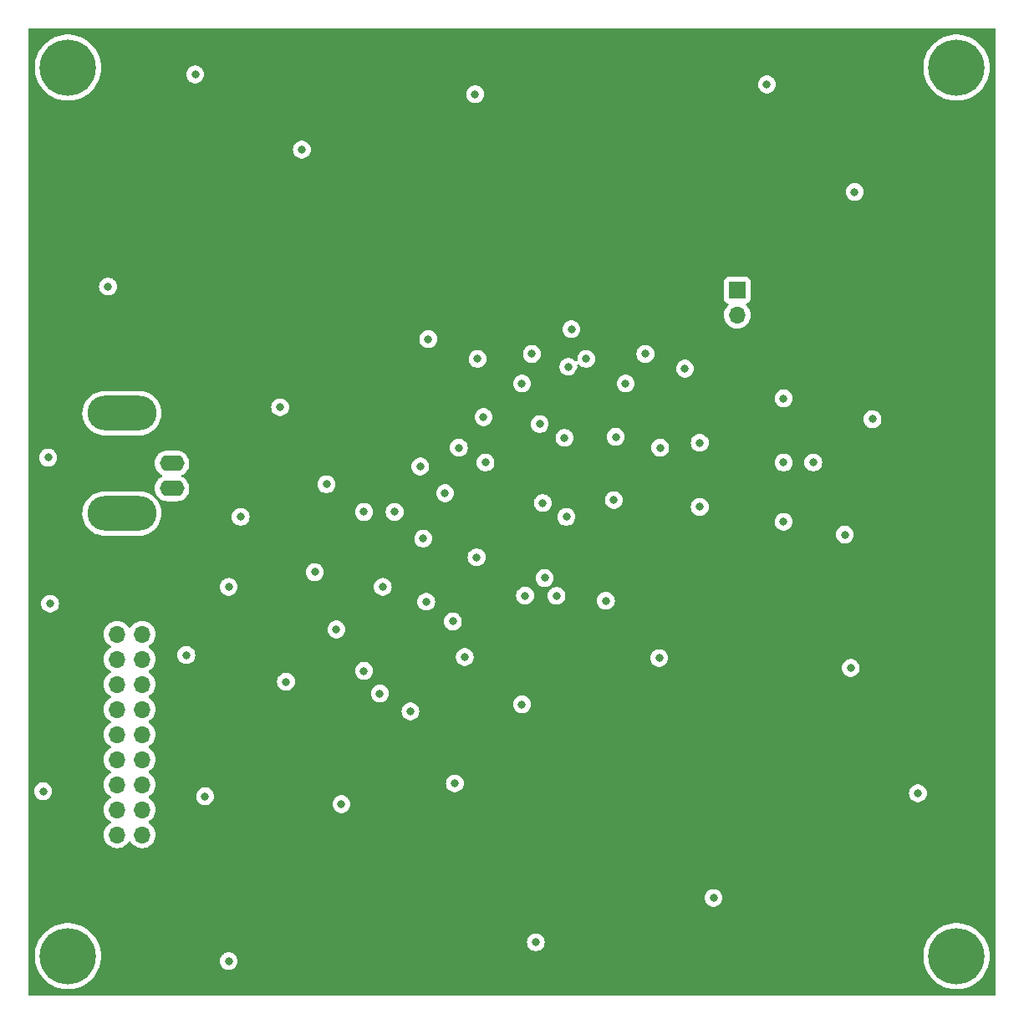
<source format=gbr>
%TF.GenerationSoftware,KiCad,Pcbnew,(7.0.0)*%
%TF.CreationDate,2023-12-14T15:04:28-05:00*%
%TF.ProjectId,singal-path-test-board,73696e67-616c-42d7-9061-74682d746573,rev?*%
%TF.SameCoordinates,Original*%
%TF.FileFunction,Copper,L3,Inr*%
%TF.FilePolarity,Positive*%
%FSLAX46Y46*%
G04 Gerber Fmt 4.6, Leading zero omitted, Abs format (unit mm)*
G04 Created by KiCad (PCBNEW (7.0.0)) date 2023-12-14 15:04:28*
%MOMM*%
%LPD*%
G01*
G04 APERTURE LIST*
%TA.AperFunction,ComponentPad*%
%ADD10C,5.700000*%
%TD*%
%TA.AperFunction,ComponentPad*%
%ADD11R,1.700000X1.700000*%
%TD*%
%TA.AperFunction,ComponentPad*%
%ADD12O,1.700000X1.700000*%
%TD*%
%TA.AperFunction,ComponentPad*%
%ADD13O,2.500000X1.600000*%
%TD*%
%TA.AperFunction,ComponentPad*%
%ADD14O,7.000000X3.500000*%
%TD*%
%TA.AperFunction,ViaPad*%
%ADD15C,0.800000*%
%TD*%
G04 APERTURE END LIST*
D10*
%TO.N,GND*%
%TO.C,TP10*%
X80000000Y-160000000D03*
%TD*%
%TO.N,GND*%
%TO.C,TP3*%
X170000000Y-160000000D03*
%TD*%
%TO.N,GND*%
%TO.C,TP1*%
X170000000Y-70000000D03*
%TD*%
%TO.N,GND*%
%TO.C,TP2*%
X80000000Y-70000000D03*
%TD*%
D11*
%TO.N,GND*%
%TO.C,JP1*%
X147799999Y-92524999D03*
D12*
%TO.N,/REF*%
X147799999Y-95064999D03*
%TD*%
D11*
%TO.N,VCC*%
%TO.C,J3*%
X84999999Y-124839999D03*
D12*
X87539999Y-124839999D03*
%TO.N,GND*%
X84999999Y-127379999D03*
X87539999Y-127379999D03*
X84999999Y-129919999D03*
X87539999Y-129919999D03*
%TO.N,/ATTEN_{SEL}*%
X84999999Y-132459999D03*
%TO.N,GND*%
X87539999Y-132459999D03*
%TO.N,/S_{0}*%
X84999999Y-134999999D03*
%TO.N,/S_{1}*%
X87539999Y-134999999D03*
%TO.N,/S_{2}*%
X84999999Y-137539999D03*
%TO.N,/S_{3}*%
X87539999Y-137539999D03*
%TO.N,GND*%
X84999999Y-140079999D03*
X87539999Y-140079999D03*
%TO.N,/TEST_{-0dBV}*%
X84999999Y-142619999D03*
X87539999Y-142619999D03*
%TO.N,GND*%
X84999999Y-145159999D03*
X87539999Y-145159999D03*
X84999999Y-147699999D03*
X87539999Y-147699999D03*
%TD*%
D13*
%TO.N,GND*%
%TO.C,J1*%
X90549999Y-112619999D03*
D14*
X85469999Y-115159999D03*
X85469999Y-104999999D03*
D13*
%TO.N,Net-(J1-In)*%
X90549999Y-110079999D03*
%TD*%
D15*
%TO.N,/S_{3}*%
X129500000Y-123500000D03*
%TO.N,GND*%
X138500000Y-99000000D03*
X131000000Y-96500000D03*
X121500000Y-99500000D03*
X127000000Y-99000000D03*
X132500000Y-99500000D03*
X152500000Y-110000000D03*
X155500000Y-110000000D03*
X152500000Y-103500000D03*
X152500000Y-116000000D03*
X144000000Y-114500000D03*
X140000000Y-108500000D03*
X142500000Y-100500000D03*
X144000000Y-108000000D03*
X97500000Y-115500000D03*
X105018448Y-121101710D03*
X134500000Y-124000000D03*
X136500000Y-102000000D03*
X126000000Y-134500000D03*
X126000000Y-102000000D03*
X121251493Y-72694313D03*
X96300000Y-160500000D03*
X127400000Y-158600000D03*
X78000000Y-109500000D03*
X78200000Y-124300000D03*
X77500000Y-143300000D03*
X96300000Y-122600000D03*
X101500000Y-104400000D03*
X116500000Y-97500000D03*
X92900000Y-70700000D03*
X84066042Y-92171048D03*
X103700000Y-78300000D03*
X150800000Y-71700000D03*
X159700000Y-82600000D03*
X158700000Y-117300000D03*
X161500000Y-105600000D03*
X159300000Y-130800000D03*
X166100000Y-143500000D03*
X145400000Y-154100000D03*
X119200000Y-142500000D03*
X107700000Y-144600000D03*
X93900000Y-143800000D03*
X92000000Y-129500000D03*
X102100000Y-132200000D03*
X111900000Y-122600000D03*
X121400000Y-119600000D03*
X126309583Y-123482696D03*
X120200000Y-129700000D03*
X119000000Y-126100000D03*
X110000000Y-131100000D03*
X111600000Y-133400000D03*
X116300000Y-124100000D03*
X116000000Y-117700000D03*
X107200000Y-126900000D03*
X114700000Y-135200000D03*
X128300000Y-121700000D03*
X128100000Y-114100000D03*
X127800000Y-106100000D03*
X135500000Y-107400000D03*
X135300000Y-113800000D03*
X139900000Y-129800000D03*
X122100000Y-105400000D03*
X118200000Y-113100000D03*
%TO.N,/S_{2}*%
X130500000Y-115500000D03*
%TO.N,/S_{1}*%
X130300000Y-107500000D03*
%TO.N,VCC*%
X131700000Y-100900000D03*
X131600000Y-124700000D03*
X131600000Y-116500000D03*
X131500000Y-108700000D03*
%TO.N,/S_{0}*%
X130700000Y-100300000D03*
%TO.N,VCC*%
X105700000Y-108000000D03*
%TO.N,GND*%
X106200000Y-112200000D03*
X110000000Y-115000000D03*
X113100000Y-115000000D03*
X122300000Y-110000000D03*
%TO.N,VCC*%
X120900000Y-109000000D03*
%TO.N,GND*%
X115700000Y-110400000D03*
%TO.N,/ATTEN_{SEL}*%
X119600000Y-108500000D03*
%TD*%
%TA.AperFunction,Conductor*%
%TO.N,VCC*%
G36*
X173937500Y-66017113D02*
G01*
X173982887Y-66062500D01*
X173999500Y-66124500D01*
X173999500Y-163875500D01*
X173982887Y-163937500D01*
X173937500Y-163982887D01*
X173875500Y-163999500D01*
X76124500Y-163999500D01*
X76062500Y-163982887D01*
X76017113Y-163937500D01*
X76000500Y-163875500D01*
X76000500Y-160000000D01*
X76644579Y-160000000D01*
X76644761Y-160003357D01*
X76664066Y-160359421D01*
X76664067Y-160359432D01*
X76664249Y-160362785D01*
X76664793Y-160366106D01*
X76664794Y-160366111D01*
X76716547Y-160681795D01*
X76723027Y-160721316D01*
X76820225Y-161071391D01*
X76821467Y-161074508D01*
X76821470Y-161074517D01*
X76934618Y-161358498D01*
X76954702Y-161408905D01*
X77124883Y-161729900D01*
X77328773Y-162030614D01*
X77563979Y-162307521D01*
X77566410Y-162309824D01*
X77566416Y-162309830D01*
X77684442Y-162421630D01*
X77827746Y-162557375D01*
X78116981Y-162777245D01*
X78428292Y-162964555D01*
X78758031Y-163117108D01*
X79102330Y-163233116D01*
X79457153Y-163311218D01*
X79818341Y-163350500D01*
X80178301Y-163350500D01*
X80181659Y-163350500D01*
X80542847Y-163311218D01*
X80897670Y-163233116D01*
X81241969Y-163117108D01*
X81571708Y-162964555D01*
X81883019Y-162777245D01*
X82172254Y-162557375D01*
X82436021Y-162307521D01*
X82671227Y-162030614D01*
X82875117Y-161729900D01*
X83045298Y-161408905D01*
X83179775Y-161071391D01*
X83276973Y-160721316D01*
X83313256Y-160500000D01*
X95394540Y-160500000D01*
X95395219Y-160506460D01*
X95413646Y-160681795D01*
X95413647Y-160681803D01*
X95414326Y-160688256D01*
X95416331Y-160694428D01*
X95416333Y-160694435D01*
X95426122Y-160724561D01*
X95472821Y-160868284D01*
X95567467Y-161032216D01*
X95694129Y-161172888D01*
X95847270Y-161284151D01*
X96020197Y-161361144D01*
X96205354Y-161400500D01*
X96388143Y-161400500D01*
X96394646Y-161400500D01*
X96579803Y-161361144D01*
X96752730Y-161284151D01*
X96905871Y-161172888D01*
X97032533Y-161032216D01*
X97127179Y-160868284D01*
X97185674Y-160688256D01*
X97205460Y-160500000D01*
X97191388Y-160366111D01*
X97186353Y-160318204D01*
X97186352Y-160318203D01*
X97185674Y-160311744D01*
X97127179Y-160131716D01*
X97051133Y-160000000D01*
X166644579Y-160000000D01*
X166644761Y-160003357D01*
X166664066Y-160359421D01*
X166664067Y-160359432D01*
X166664249Y-160362785D01*
X166664793Y-160366106D01*
X166664794Y-160366111D01*
X166716547Y-160681795D01*
X166723027Y-160721316D01*
X166820225Y-161071391D01*
X166821467Y-161074508D01*
X166821470Y-161074517D01*
X166934618Y-161358498D01*
X166954702Y-161408905D01*
X167124883Y-161729900D01*
X167328773Y-162030614D01*
X167563979Y-162307521D01*
X167566410Y-162309824D01*
X167566416Y-162309830D01*
X167684442Y-162421630D01*
X167827746Y-162557375D01*
X168116981Y-162777245D01*
X168428292Y-162964555D01*
X168758031Y-163117108D01*
X169102330Y-163233116D01*
X169457153Y-163311218D01*
X169818341Y-163350500D01*
X170178301Y-163350500D01*
X170181659Y-163350500D01*
X170542847Y-163311218D01*
X170897670Y-163233116D01*
X171241969Y-163117108D01*
X171571708Y-162964555D01*
X171883019Y-162777245D01*
X172172254Y-162557375D01*
X172436021Y-162307521D01*
X172671227Y-162030614D01*
X172875117Y-161729900D01*
X173045298Y-161408905D01*
X173179775Y-161071391D01*
X173276973Y-160721316D01*
X173335751Y-160362785D01*
X173355421Y-160000000D01*
X173335751Y-159637215D01*
X173276973Y-159278684D01*
X173179775Y-158928609D01*
X173045298Y-158591095D01*
X172875117Y-158270100D01*
X172671227Y-157969386D01*
X172524561Y-157796716D01*
X172438194Y-157695037D01*
X172438191Y-157695034D01*
X172436021Y-157692479D01*
X172433588Y-157690174D01*
X172433583Y-157690169D01*
X172304137Y-157567552D01*
X172172254Y-157442625D01*
X171883019Y-157222755D01*
X171880150Y-157221029D01*
X171880143Y-157221024D01*
X171574590Y-157037179D01*
X171574589Y-157037178D01*
X171571708Y-157035445D01*
X171568652Y-157034031D01*
X171245024Y-156884305D01*
X171245017Y-156884302D01*
X171241969Y-156882892D01*
X171152696Y-156852812D01*
X170900853Y-156767956D01*
X170900844Y-156767953D01*
X170897670Y-156766884D01*
X170894402Y-156766164D01*
X170894389Y-156766161D01*
X170546134Y-156689505D01*
X170546124Y-156689503D01*
X170542847Y-156688782D01*
X170181659Y-156649500D01*
X169818341Y-156649500D01*
X169815004Y-156649862D01*
X169815002Y-156649863D01*
X169460499Y-156688418D01*
X169460497Y-156688418D01*
X169457153Y-156688782D01*
X169453878Y-156689502D01*
X169453865Y-156689505D01*
X169105610Y-156766161D01*
X169105592Y-156766165D01*
X169102330Y-156766884D01*
X169099159Y-156767952D01*
X169099146Y-156767956D01*
X168761218Y-156881818D01*
X168761215Y-156881819D01*
X168758031Y-156882892D01*
X168754988Y-156884299D01*
X168754975Y-156884305D01*
X168431347Y-157034031D01*
X168431337Y-157034035D01*
X168428292Y-157035445D01*
X168425418Y-157037174D01*
X168425409Y-157037179D01*
X168119856Y-157221024D01*
X168119840Y-157221034D01*
X168116981Y-157222755D01*
X168114315Y-157224781D01*
X168114310Y-157224785D01*
X167830419Y-157440592D01*
X167830407Y-157440601D01*
X167827746Y-157442625D01*
X167825310Y-157444931D01*
X167825307Y-157444935D01*
X167566416Y-157690169D01*
X167566401Y-157690184D01*
X167563979Y-157692479D01*
X167561816Y-157695024D01*
X167561805Y-157695037D01*
X167330946Y-157966827D01*
X167330940Y-157966834D01*
X167328773Y-157969386D01*
X167326892Y-157972158D01*
X167326886Y-157972168D01*
X167154723Y-158226089D01*
X167124883Y-158270100D01*
X167123308Y-158273070D01*
X167123306Y-158273074D01*
X166956277Y-158588123D01*
X166956272Y-158588132D01*
X166954702Y-158591095D01*
X166953461Y-158594207D01*
X166953457Y-158594218D01*
X166821470Y-158925482D01*
X166821465Y-158925496D01*
X166820225Y-158928609D01*
X166819325Y-158931847D01*
X166819325Y-158931850D01*
X166725978Y-159268057D01*
X166723027Y-159278684D01*
X166722483Y-159282000D01*
X166722481Y-159282011D01*
X166686884Y-159499147D01*
X166664249Y-159637215D01*
X166664067Y-159640565D01*
X166664066Y-159640578D01*
X166646326Y-159967784D01*
X166644579Y-160000000D01*
X97051133Y-160000000D01*
X97032533Y-159967784D01*
X96905871Y-159827112D01*
X96900613Y-159823292D01*
X96900611Y-159823290D01*
X96757988Y-159719669D01*
X96757987Y-159719668D01*
X96752730Y-159715849D01*
X96746792Y-159713205D01*
X96585745Y-159641501D01*
X96585740Y-159641499D01*
X96579803Y-159638856D01*
X96573444Y-159637504D01*
X96573440Y-159637503D01*
X96401008Y-159600852D01*
X96401005Y-159600851D01*
X96394646Y-159599500D01*
X96205354Y-159599500D01*
X96198995Y-159600851D01*
X96198991Y-159600852D01*
X96026559Y-159637503D01*
X96026552Y-159637505D01*
X96020197Y-159638856D01*
X96014262Y-159641498D01*
X96014254Y-159641501D01*
X95853207Y-159713205D01*
X95853202Y-159713207D01*
X95847270Y-159715849D01*
X95842016Y-159719665D01*
X95842011Y-159719669D01*
X95699388Y-159823290D01*
X95699381Y-159823295D01*
X95694129Y-159827112D01*
X95689784Y-159831937D01*
X95689779Y-159831942D01*
X95571813Y-159962956D01*
X95571808Y-159962962D01*
X95567467Y-159967784D01*
X95564222Y-159973404D01*
X95564218Y-159973410D01*
X95476069Y-160126089D01*
X95476066Y-160126094D01*
X95472821Y-160131716D01*
X95470815Y-160137888D01*
X95470813Y-160137894D01*
X95416333Y-160305564D01*
X95416331Y-160305573D01*
X95414326Y-160311744D01*
X95413648Y-160318194D01*
X95413646Y-160318204D01*
X95395962Y-160486464D01*
X95394540Y-160500000D01*
X83313256Y-160500000D01*
X83335751Y-160362785D01*
X83355421Y-160000000D01*
X83335751Y-159637215D01*
X83276973Y-159278684D01*
X83179775Y-158928609D01*
X83048846Y-158600000D01*
X126494540Y-158600000D01*
X126495219Y-158606460D01*
X126513646Y-158781795D01*
X126513647Y-158781803D01*
X126514326Y-158788256D01*
X126516331Y-158794428D01*
X126516333Y-158794435D01*
X126570813Y-158962105D01*
X126572821Y-158968284D01*
X126667467Y-159132216D01*
X126794129Y-159272888D01*
X126799387Y-159276708D01*
X126799388Y-159276709D01*
X126806686Y-159282011D01*
X126947270Y-159384151D01*
X127120197Y-159461144D01*
X127305354Y-159500500D01*
X127488143Y-159500500D01*
X127494646Y-159500500D01*
X127679803Y-159461144D01*
X127852730Y-159384151D01*
X128005871Y-159272888D01*
X128132533Y-159132216D01*
X128227179Y-158968284D01*
X128285674Y-158788256D01*
X128305460Y-158600000D01*
X128285674Y-158411744D01*
X128227179Y-158231716D01*
X128132533Y-158067784D01*
X128005871Y-157927112D01*
X128000613Y-157923292D01*
X128000611Y-157923290D01*
X127857988Y-157819669D01*
X127857987Y-157819668D01*
X127852730Y-157815849D01*
X127846792Y-157813205D01*
X127685745Y-157741501D01*
X127685740Y-157741499D01*
X127679803Y-157738856D01*
X127673444Y-157737504D01*
X127673440Y-157737503D01*
X127501008Y-157700852D01*
X127501005Y-157700851D01*
X127494646Y-157699500D01*
X127305354Y-157699500D01*
X127298995Y-157700851D01*
X127298991Y-157700852D01*
X127126559Y-157737503D01*
X127126552Y-157737505D01*
X127120197Y-157738856D01*
X127114262Y-157741498D01*
X127114254Y-157741501D01*
X126953207Y-157813205D01*
X126953202Y-157813207D01*
X126947270Y-157815849D01*
X126942016Y-157819665D01*
X126942011Y-157819669D01*
X126799388Y-157923290D01*
X126799381Y-157923295D01*
X126794129Y-157927112D01*
X126789784Y-157931937D01*
X126789779Y-157931942D01*
X126671813Y-158062956D01*
X126671808Y-158062962D01*
X126667467Y-158067784D01*
X126664222Y-158073404D01*
X126664218Y-158073410D01*
X126576069Y-158226089D01*
X126576066Y-158226094D01*
X126572821Y-158231716D01*
X126570815Y-158237888D01*
X126570813Y-158237894D01*
X126516333Y-158405564D01*
X126516331Y-158405573D01*
X126514326Y-158411744D01*
X126513648Y-158418194D01*
X126513646Y-158418204D01*
X126495962Y-158586464D01*
X126494540Y-158600000D01*
X83048846Y-158600000D01*
X83045298Y-158591095D01*
X82875117Y-158270100D01*
X82671227Y-157969386D01*
X82524561Y-157796716D01*
X82438194Y-157695037D01*
X82438191Y-157695034D01*
X82436021Y-157692479D01*
X82433588Y-157690174D01*
X82433583Y-157690169D01*
X82304137Y-157567552D01*
X82172254Y-157442625D01*
X81883019Y-157222755D01*
X81880150Y-157221029D01*
X81880143Y-157221024D01*
X81574590Y-157037179D01*
X81574589Y-157037178D01*
X81571708Y-157035445D01*
X81568652Y-157034031D01*
X81245024Y-156884305D01*
X81245017Y-156884302D01*
X81241969Y-156882892D01*
X81152696Y-156852812D01*
X80900853Y-156767956D01*
X80900844Y-156767953D01*
X80897670Y-156766884D01*
X80894402Y-156766164D01*
X80894389Y-156766161D01*
X80546134Y-156689505D01*
X80546124Y-156689503D01*
X80542847Y-156688782D01*
X80181659Y-156649500D01*
X79818341Y-156649500D01*
X79815004Y-156649862D01*
X79815002Y-156649863D01*
X79460499Y-156688418D01*
X79460497Y-156688418D01*
X79457153Y-156688782D01*
X79453878Y-156689502D01*
X79453865Y-156689505D01*
X79105610Y-156766161D01*
X79105592Y-156766165D01*
X79102330Y-156766884D01*
X79099159Y-156767952D01*
X79099146Y-156767956D01*
X78761218Y-156881818D01*
X78761215Y-156881819D01*
X78758031Y-156882892D01*
X78754988Y-156884299D01*
X78754975Y-156884305D01*
X78431347Y-157034031D01*
X78431337Y-157034035D01*
X78428292Y-157035445D01*
X78425418Y-157037174D01*
X78425409Y-157037179D01*
X78119856Y-157221024D01*
X78119840Y-157221034D01*
X78116981Y-157222755D01*
X78114315Y-157224781D01*
X78114310Y-157224785D01*
X77830419Y-157440592D01*
X77830407Y-157440601D01*
X77827746Y-157442625D01*
X77825310Y-157444931D01*
X77825307Y-157444935D01*
X77566416Y-157690169D01*
X77566401Y-157690184D01*
X77563979Y-157692479D01*
X77561816Y-157695024D01*
X77561805Y-157695037D01*
X77330946Y-157966827D01*
X77330940Y-157966834D01*
X77328773Y-157969386D01*
X77326892Y-157972158D01*
X77326886Y-157972168D01*
X77154723Y-158226089D01*
X77124883Y-158270100D01*
X77123308Y-158273070D01*
X77123306Y-158273074D01*
X76956277Y-158588123D01*
X76956272Y-158588132D01*
X76954702Y-158591095D01*
X76953461Y-158594207D01*
X76953457Y-158594218D01*
X76821470Y-158925482D01*
X76821465Y-158925496D01*
X76820225Y-158928609D01*
X76819325Y-158931847D01*
X76819325Y-158931850D01*
X76725978Y-159268057D01*
X76723027Y-159278684D01*
X76722483Y-159282000D01*
X76722481Y-159282011D01*
X76686884Y-159499147D01*
X76664249Y-159637215D01*
X76664067Y-159640565D01*
X76664066Y-159640578D01*
X76646326Y-159967784D01*
X76644579Y-160000000D01*
X76000500Y-160000000D01*
X76000500Y-154100000D01*
X144494540Y-154100000D01*
X144495219Y-154106460D01*
X144513646Y-154281795D01*
X144513647Y-154281803D01*
X144514326Y-154288256D01*
X144516331Y-154294428D01*
X144516333Y-154294435D01*
X144570813Y-154462105D01*
X144572821Y-154468284D01*
X144667467Y-154632216D01*
X144794129Y-154772888D01*
X144947270Y-154884151D01*
X145120197Y-154961144D01*
X145305354Y-155000500D01*
X145488143Y-155000500D01*
X145494646Y-155000500D01*
X145679803Y-154961144D01*
X145852730Y-154884151D01*
X146005871Y-154772888D01*
X146132533Y-154632216D01*
X146227179Y-154468284D01*
X146285674Y-154288256D01*
X146305460Y-154100000D01*
X146285674Y-153911744D01*
X146227179Y-153731716D01*
X146132533Y-153567784D01*
X146005871Y-153427112D01*
X146000613Y-153423292D01*
X146000611Y-153423290D01*
X145857988Y-153319669D01*
X145857987Y-153319668D01*
X145852730Y-153315849D01*
X145846792Y-153313205D01*
X145685745Y-153241501D01*
X145685740Y-153241499D01*
X145679803Y-153238856D01*
X145673444Y-153237504D01*
X145673440Y-153237503D01*
X145501008Y-153200852D01*
X145501005Y-153200851D01*
X145494646Y-153199500D01*
X145305354Y-153199500D01*
X145298995Y-153200851D01*
X145298991Y-153200852D01*
X145126559Y-153237503D01*
X145126552Y-153237505D01*
X145120197Y-153238856D01*
X145114262Y-153241498D01*
X145114254Y-153241501D01*
X144953207Y-153313205D01*
X144953202Y-153313207D01*
X144947270Y-153315849D01*
X144942016Y-153319665D01*
X144942011Y-153319669D01*
X144799388Y-153423290D01*
X144799381Y-153423295D01*
X144794129Y-153427112D01*
X144789784Y-153431937D01*
X144789779Y-153431942D01*
X144671813Y-153562956D01*
X144671808Y-153562962D01*
X144667467Y-153567784D01*
X144664222Y-153573404D01*
X144664218Y-153573410D01*
X144576069Y-153726089D01*
X144576066Y-153726094D01*
X144572821Y-153731716D01*
X144570815Y-153737888D01*
X144570813Y-153737894D01*
X144516333Y-153905564D01*
X144516331Y-153905573D01*
X144514326Y-153911744D01*
X144513648Y-153918194D01*
X144513646Y-153918204D01*
X144495962Y-154086464D01*
X144494540Y-154100000D01*
X76000500Y-154100000D01*
X76000500Y-147700000D01*
X83644341Y-147700000D01*
X83664937Y-147935408D01*
X83666336Y-147940630D01*
X83666337Y-147940634D01*
X83724694Y-148158430D01*
X83724697Y-148158438D01*
X83726097Y-148163663D01*
X83728385Y-148168570D01*
X83728386Y-148168572D01*
X83823678Y-148372927D01*
X83823681Y-148372933D01*
X83825965Y-148377830D01*
X83829064Y-148382257D01*
X83829066Y-148382259D01*
X83958399Y-148566966D01*
X83958402Y-148566970D01*
X83961505Y-148571401D01*
X84128599Y-148738495D01*
X84322170Y-148874035D01*
X84536337Y-148973903D01*
X84764592Y-149035063D01*
X85000000Y-149055659D01*
X85235408Y-149035063D01*
X85463663Y-148973903D01*
X85677830Y-148874035D01*
X85871401Y-148738495D01*
X86038495Y-148571401D01*
X86168424Y-148385842D01*
X86212743Y-148346976D01*
X86270000Y-148332965D01*
X86327257Y-148346976D01*
X86371575Y-148385842D01*
X86498395Y-148566961D01*
X86498401Y-148566968D01*
X86501505Y-148571401D01*
X86668599Y-148738495D01*
X86862170Y-148874035D01*
X87076337Y-148973903D01*
X87304592Y-149035063D01*
X87540000Y-149055659D01*
X87775408Y-149035063D01*
X88003663Y-148973903D01*
X88217830Y-148874035D01*
X88411401Y-148738495D01*
X88578495Y-148571401D01*
X88714035Y-148377830D01*
X88813903Y-148163663D01*
X88875063Y-147935408D01*
X88895659Y-147700000D01*
X88875063Y-147464592D01*
X88813903Y-147236337D01*
X88714035Y-147022171D01*
X88578495Y-146828599D01*
X88411401Y-146661505D01*
X88406968Y-146658401D01*
X88406961Y-146658395D01*
X88225842Y-146531575D01*
X88186976Y-146487257D01*
X88172965Y-146430000D01*
X88186976Y-146372743D01*
X88225842Y-146328425D01*
X88406961Y-146201604D01*
X88406961Y-146201603D01*
X88411401Y-146198495D01*
X88578495Y-146031401D01*
X88714035Y-145837830D01*
X88813903Y-145623663D01*
X88875063Y-145395408D01*
X88895659Y-145160000D01*
X88875063Y-144924592D01*
X88813903Y-144696337D01*
X88714035Y-144482171D01*
X88578495Y-144288599D01*
X88411401Y-144121505D01*
X88406968Y-144118401D01*
X88406961Y-144118395D01*
X88225842Y-143991575D01*
X88186976Y-143947257D01*
X88172965Y-143890000D01*
X88186976Y-143832743D01*
X88215691Y-143800000D01*
X92994540Y-143800000D01*
X92995219Y-143806460D01*
X93013646Y-143981795D01*
X93013647Y-143981803D01*
X93014326Y-143988256D01*
X93016331Y-143994428D01*
X93016333Y-143994435D01*
X93058866Y-144125336D01*
X93072821Y-144168284D01*
X93076068Y-144173908D01*
X93076069Y-144173910D01*
X93141242Y-144286794D01*
X93167467Y-144332216D01*
X93171811Y-144337041D01*
X93171813Y-144337043D01*
X93244891Y-144418204D01*
X93294129Y-144472888D01*
X93447270Y-144584151D01*
X93620197Y-144661144D01*
X93805354Y-144700500D01*
X93988143Y-144700500D01*
X93994646Y-144700500D01*
X94179803Y-144661144D01*
X94317133Y-144600000D01*
X106794540Y-144600000D01*
X106795219Y-144606460D01*
X106813646Y-144781795D01*
X106813647Y-144781803D01*
X106814326Y-144788256D01*
X106816331Y-144794428D01*
X106816333Y-144794435D01*
X106870813Y-144962105D01*
X106872821Y-144968284D01*
X106967467Y-145132216D01*
X106971811Y-145137041D01*
X106971813Y-145137043D01*
X107089779Y-145268057D01*
X107094129Y-145272888D01*
X107247270Y-145384151D01*
X107420197Y-145461144D01*
X107605354Y-145500500D01*
X107788143Y-145500500D01*
X107794646Y-145500500D01*
X107979803Y-145461144D01*
X108152730Y-145384151D01*
X108305871Y-145272888D01*
X108432533Y-145132216D01*
X108527179Y-144968284D01*
X108585674Y-144788256D01*
X108605460Y-144600000D01*
X108585674Y-144411744D01*
X108527179Y-144231716D01*
X108432533Y-144067784D01*
X108360925Y-143988256D01*
X108310220Y-143931942D01*
X108310219Y-143931941D01*
X108305871Y-143927112D01*
X108300613Y-143923292D01*
X108300611Y-143923290D01*
X108157988Y-143819669D01*
X108157987Y-143819668D01*
X108152730Y-143815849D01*
X108146792Y-143813205D01*
X107985745Y-143741501D01*
X107985740Y-143741499D01*
X107979803Y-143738856D01*
X107973444Y-143737504D01*
X107973440Y-143737503D01*
X107801008Y-143700852D01*
X107801005Y-143700851D01*
X107794646Y-143699500D01*
X107605354Y-143699500D01*
X107598995Y-143700851D01*
X107598991Y-143700852D01*
X107426559Y-143737503D01*
X107426552Y-143737505D01*
X107420197Y-143738856D01*
X107414262Y-143741498D01*
X107414254Y-143741501D01*
X107253207Y-143813205D01*
X107253202Y-143813207D01*
X107247270Y-143815849D01*
X107242016Y-143819665D01*
X107242011Y-143819669D01*
X107099388Y-143923290D01*
X107099381Y-143923295D01*
X107094129Y-143927112D01*
X107089784Y-143931937D01*
X107089779Y-143931942D01*
X106971813Y-144062956D01*
X106971808Y-144062962D01*
X106967467Y-144067784D01*
X106964222Y-144073404D01*
X106964218Y-144073410D01*
X106876069Y-144226089D01*
X106876066Y-144226094D01*
X106872821Y-144231716D01*
X106870815Y-144237888D01*
X106870813Y-144237894D01*
X106816333Y-144405564D01*
X106816331Y-144405573D01*
X106814326Y-144411744D01*
X106813648Y-144418194D01*
X106813646Y-144418204D01*
X106796607Y-144580330D01*
X106794540Y-144600000D01*
X94317133Y-144600000D01*
X94352730Y-144584151D01*
X94505871Y-144472888D01*
X94632533Y-144332216D01*
X94727179Y-144168284D01*
X94785674Y-143988256D01*
X94805460Y-143800000D01*
X94785674Y-143611744D01*
X94749366Y-143500000D01*
X165194540Y-143500000D01*
X165195219Y-143506460D01*
X165213646Y-143681795D01*
X165213647Y-143681803D01*
X165214326Y-143688256D01*
X165216331Y-143694428D01*
X165216333Y-143694435D01*
X165261273Y-143832743D01*
X165272821Y-143868284D01*
X165276068Y-143873908D01*
X165276069Y-143873910D01*
X165342086Y-143988256D01*
X165367467Y-144032216D01*
X165371811Y-144037041D01*
X165371813Y-144037043D01*
X165484420Y-144162105D01*
X165494129Y-144172888D01*
X165499387Y-144176708D01*
X165499388Y-144176709D01*
X165532134Y-144200500D01*
X165647270Y-144284151D01*
X165820197Y-144361144D01*
X166005354Y-144400500D01*
X166188143Y-144400500D01*
X166194646Y-144400500D01*
X166379803Y-144361144D01*
X166552730Y-144284151D01*
X166705871Y-144172888D01*
X166832533Y-144032216D01*
X166927179Y-143868284D01*
X166985674Y-143688256D01*
X167005460Y-143500000D01*
X166985674Y-143311744D01*
X166927179Y-143131716D01*
X166832533Y-142967784D01*
X166705871Y-142827112D01*
X166700613Y-142823292D01*
X166700611Y-142823290D01*
X166557988Y-142719669D01*
X166557987Y-142719668D01*
X166552730Y-142715849D01*
X166546792Y-142713205D01*
X166385745Y-142641501D01*
X166385740Y-142641499D01*
X166379803Y-142638856D01*
X166373444Y-142637504D01*
X166373440Y-142637503D01*
X166201008Y-142600852D01*
X166201005Y-142600851D01*
X166194646Y-142599500D01*
X166005354Y-142599500D01*
X165998995Y-142600851D01*
X165998991Y-142600852D01*
X165826559Y-142637503D01*
X165826552Y-142637505D01*
X165820197Y-142638856D01*
X165814262Y-142641498D01*
X165814254Y-142641501D01*
X165653207Y-142713205D01*
X165653202Y-142713207D01*
X165647270Y-142715849D01*
X165642016Y-142719665D01*
X165642011Y-142719669D01*
X165499388Y-142823290D01*
X165499381Y-142823295D01*
X165494129Y-142827112D01*
X165489784Y-142831937D01*
X165489779Y-142831942D01*
X165371813Y-142962956D01*
X165371808Y-142962962D01*
X165367467Y-142967784D01*
X165364222Y-142973404D01*
X165364218Y-142973410D01*
X165276069Y-143126089D01*
X165276066Y-143126094D01*
X165272821Y-143131716D01*
X165270815Y-143137888D01*
X165270813Y-143137894D01*
X165216333Y-143305564D01*
X165216331Y-143305573D01*
X165214326Y-143311744D01*
X165213648Y-143318194D01*
X165213646Y-143318204D01*
X165201067Y-143437894D01*
X165194540Y-143500000D01*
X94749366Y-143500000D01*
X94727179Y-143431716D01*
X94632533Y-143267784D01*
X94550528Y-143176709D01*
X94510220Y-143131942D01*
X94510219Y-143131941D01*
X94505871Y-143127112D01*
X94500613Y-143123292D01*
X94500611Y-143123290D01*
X94357988Y-143019669D01*
X94357987Y-143019668D01*
X94352730Y-143015849D01*
X94346792Y-143013205D01*
X94185745Y-142941501D01*
X94185740Y-142941499D01*
X94179803Y-142938856D01*
X94173444Y-142937504D01*
X94173440Y-142937503D01*
X94001008Y-142900852D01*
X94001005Y-142900851D01*
X93994646Y-142899500D01*
X93805354Y-142899500D01*
X93798995Y-142900851D01*
X93798991Y-142900852D01*
X93626559Y-142937503D01*
X93626552Y-142937505D01*
X93620197Y-142938856D01*
X93614262Y-142941498D01*
X93614254Y-142941501D01*
X93453207Y-143013205D01*
X93453202Y-143013207D01*
X93447270Y-143015849D01*
X93442016Y-143019665D01*
X93442011Y-143019669D01*
X93299388Y-143123290D01*
X93299381Y-143123295D01*
X93294129Y-143127112D01*
X93289784Y-143131937D01*
X93289779Y-143131942D01*
X93171813Y-143262956D01*
X93171808Y-143262962D01*
X93167467Y-143267784D01*
X93164222Y-143273404D01*
X93164218Y-143273410D01*
X93076069Y-143426089D01*
X93076066Y-143426094D01*
X93072821Y-143431716D01*
X93070815Y-143437888D01*
X93070813Y-143437894D01*
X93016333Y-143605564D01*
X93016331Y-143605573D01*
X93014326Y-143611744D01*
X93013648Y-143618194D01*
X93013646Y-143618204D01*
X93000966Y-143738856D01*
X92994540Y-143800000D01*
X88215691Y-143800000D01*
X88225842Y-143788425D01*
X88406961Y-143661604D01*
X88406961Y-143661603D01*
X88411401Y-143658495D01*
X88578495Y-143491401D01*
X88714035Y-143297830D01*
X88813903Y-143083663D01*
X88875063Y-142855408D01*
X88895659Y-142620000D01*
X88885160Y-142500000D01*
X118294540Y-142500000D01*
X118295219Y-142506460D01*
X118313646Y-142681795D01*
X118313647Y-142681803D01*
X118314326Y-142688256D01*
X118316331Y-142694428D01*
X118316333Y-142694435D01*
X118368637Y-142855408D01*
X118372821Y-142868284D01*
X118376068Y-142873908D01*
X118376069Y-142873910D01*
X118458017Y-143015849D01*
X118467467Y-143032216D01*
X118471811Y-143037041D01*
X118471813Y-143037043D01*
X118551991Y-143126089D01*
X118594129Y-143172888D01*
X118747270Y-143284151D01*
X118920197Y-143361144D01*
X119105354Y-143400500D01*
X119288143Y-143400500D01*
X119294646Y-143400500D01*
X119479803Y-143361144D01*
X119652730Y-143284151D01*
X119805871Y-143172888D01*
X119932533Y-143032216D01*
X120027179Y-142868284D01*
X120085674Y-142688256D01*
X120105460Y-142500000D01*
X120085674Y-142311744D01*
X120027179Y-142131716D01*
X119932533Y-141967784D01*
X119805871Y-141827112D01*
X119800613Y-141823292D01*
X119800611Y-141823290D01*
X119657988Y-141719669D01*
X119657987Y-141719668D01*
X119652730Y-141715849D01*
X119646792Y-141713205D01*
X119485745Y-141641501D01*
X119485740Y-141641499D01*
X119479803Y-141638856D01*
X119473444Y-141637504D01*
X119473440Y-141637503D01*
X119301008Y-141600852D01*
X119301005Y-141600851D01*
X119294646Y-141599500D01*
X119105354Y-141599500D01*
X119098995Y-141600851D01*
X119098991Y-141600852D01*
X118926559Y-141637503D01*
X118926552Y-141637505D01*
X118920197Y-141638856D01*
X118914262Y-141641498D01*
X118914254Y-141641501D01*
X118753207Y-141713205D01*
X118753202Y-141713207D01*
X118747270Y-141715849D01*
X118742016Y-141719665D01*
X118742011Y-141719669D01*
X118599388Y-141823290D01*
X118599381Y-141823295D01*
X118594129Y-141827112D01*
X118589784Y-141831937D01*
X118589779Y-141831942D01*
X118471813Y-141962956D01*
X118471808Y-141962962D01*
X118467467Y-141967784D01*
X118464222Y-141973404D01*
X118464218Y-141973410D01*
X118376069Y-142126089D01*
X118376066Y-142126094D01*
X118372821Y-142131716D01*
X118370815Y-142137888D01*
X118370813Y-142137894D01*
X118316333Y-142305564D01*
X118316331Y-142305573D01*
X118314326Y-142311744D01*
X118313648Y-142318194D01*
X118313646Y-142318204D01*
X118300966Y-142438856D01*
X118294540Y-142500000D01*
X88885160Y-142500000D01*
X88875063Y-142384592D01*
X88813903Y-142156337D01*
X88714035Y-141942171D01*
X88578495Y-141748599D01*
X88411401Y-141581505D01*
X88406968Y-141578401D01*
X88406961Y-141578395D01*
X88225842Y-141451575D01*
X88186976Y-141407257D01*
X88172965Y-141350000D01*
X88186976Y-141292743D01*
X88225842Y-141248425D01*
X88406961Y-141121604D01*
X88406961Y-141121603D01*
X88411401Y-141118495D01*
X88578495Y-140951401D01*
X88714035Y-140757830D01*
X88813903Y-140543663D01*
X88875063Y-140315408D01*
X88895659Y-140080000D01*
X88875063Y-139844592D01*
X88813903Y-139616337D01*
X88714035Y-139402171D01*
X88578495Y-139208599D01*
X88411401Y-139041505D01*
X88406968Y-139038401D01*
X88406961Y-139038395D01*
X88225842Y-138911575D01*
X88186976Y-138867257D01*
X88172965Y-138810000D01*
X88186976Y-138752743D01*
X88225842Y-138708425D01*
X88406961Y-138581604D01*
X88406961Y-138581603D01*
X88411401Y-138578495D01*
X88578495Y-138411401D01*
X88714035Y-138217830D01*
X88813903Y-138003663D01*
X88875063Y-137775408D01*
X88895659Y-137540000D01*
X88875063Y-137304592D01*
X88813903Y-137076337D01*
X88714035Y-136862171D01*
X88578495Y-136668599D01*
X88411401Y-136501505D01*
X88406968Y-136498401D01*
X88406961Y-136498395D01*
X88225842Y-136371575D01*
X88186976Y-136327257D01*
X88172965Y-136270000D01*
X88186976Y-136212743D01*
X88225842Y-136168425D01*
X88406961Y-136041604D01*
X88406961Y-136041603D01*
X88411401Y-136038495D01*
X88578495Y-135871401D01*
X88714035Y-135677830D01*
X88813903Y-135463663D01*
X88875063Y-135235408D01*
X88878161Y-135200000D01*
X113794540Y-135200000D01*
X113795219Y-135206460D01*
X113813646Y-135381795D01*
X113813647Y-135381803D01*
X113814326Y-135388256D01*
X113816331Y-135394428D01*
X113816333Y-135394435D01*
X113870813Y-135562105D01*
X113872821Y-135568284D01*
X113876068Y-135573908D01*
X113876069Y-135573910D01*
X113933236Y-135672927D01*
X113967467Y-135732216D01*
X114094129Y-135872888D01*
X114247270Y-135984151D01*
X114420197Y-136061144D01*
X114605354Y-136100500D01*
X114788143Y-136100500D01*
X114794646Y-136100500D01*
X114979803Y-136061144D01*
X115152730Y-135984151D01*
X115305871Y-135872888D01*
X115432533Y-135732216D01*
X115527179Y-135568284D01*
X115585674Y-135388256D01*
X115605460Y-135200000D01*
X115585674Y-135011744D01*
X115527179Y-134831716D01*
X115432533Y-134667784D01*
X115305871Y-134527112D01*
X115300613Y-134523292D01*
X115300611Y-134523290D01*
X115268555Y-134500000D01*
X125094540Y-134500000D01*
X125095219Y-134506460D01*
X125113646Y-134681795D01*
X125113647Y-134681803D01*
X125114326Y-134688256D01*
X125116331Y-134694428D01*
X125116333Y-134694435D01*
X125170813Y-134862105D01*
X125172821Y-134868284D01*
X125176068Y-134873908D01*
X125176069Y-134873910D01*
X125255647Y-135011744D01*
X125267467Y-135032216D01*
X125394129Y-135172888D01*
X125547270Y-135284151D01*
X125720197Y-135361144D01*
X125905354Y-135400500D01*
X126088143Y-135400500D01*
X126094646Y-135400500D01*
X126279803Y-135361144D01*
X126452730Y-135284151D01*
X126605871Y-135172888D01*
X126732533Y-135032216D01*
X126827179Y-134868284D01*
X126885674Y-134688256D01*
X126905460Y-134500000D01*
X126885674Y-134311744D01*
X126827179Y-134131716D01*
X126732533Y-133967784D01*
X126726879Y-133961505D01*
X126610220Y-133831942D01*
X126610219Y-133831941D01*
X126605871Y-133827112D01*
X126600613Y-133823292D01*
X126600611Y-133823290D01*
X126457988Y-133719669D01*
X126457987Y-133719668D01*
X126452730Y-133715849D01*
X126355914Y-133672743D01*
X126285745Y-133641501D01*
X126285740Y-133641499D01*
X126279803Y-133638856D01*
X126273444Y-133637504D01*
X126273440Y-133637503D01*
X126101008Y-133600852D01*
X126101005Y-133600851D01*
X126094646Y-133599500D01*
X125905354Y-133599500D01*
X125898995Y-133600851D01*
X125898991Y-133600852D01*
X125726559Y-133637503D01*
X125726552Y-133637505D01*
X125720197Y-133638856D01*
X125714262Y-133641498D01*
X125714254Y-133641501D01*
X125553207Y-133713205D01*
X125553202Y-133713207D01*
X125547270Y-133715849D01*
X125542016Y-133719665D01*
X125542011Y-133719669D01*
X125399388Y-133823290D01*
X125399381Y-133823295D01*
X125394129Y-133827112D01*
X125389784Y-133831937D01*
X125389779Y-133831942D01*
X125271813Y-133962956D01*
X125271808Y-133962962D01*
X125267467Y-133967784D01*
X125264222Y-133973404D01*
X125264218Y-133973410D01*
X125176069Y-134126089D01*
X125176066Y-134126094D01*
X125172821Y-134131716D01*
X125170815Y-134137888D01*
X125170813Y-134137894D01*
X125116333Y-134305564D01*
X125116331Y-134305573D01*
X125114326Y-134311744D01*
X125113648Y-134318194D01*
X125113646Y-134318204D01*
X125095962Y-134486464D01*
X125094540Y-134500000D01*
X115268555Y-134500000D01*
X115157988Y-134419669D01*
X115157987Y-134419668D01*
X115152730Y-134415849D01*
X115146792Y-134413205D01*
X114985745Y-134341501D01*
X114985740Y-134341499D01*
X114979803Y-134338856D01*
X114973444Y-134337504D01*
X114973440Y-134337503D01*
X114801008Y-134300852D01*
X114801005Y-134300851D01*
X114794646Y-134299500D01*
X114605354Y-134299500D01*
X114598995Y-134300851D01*
X114598991Y-134300852D01*
X114426559Y-134337503D01*
X114426552Y-134337505D01*
X114420197Y-134338856D01*
X114414262Y-134341498D01*
X114414254Y-134341501D01*
X114253207Y-134413205D01*
X114253202Y-134413207D01*
X114247270Y-134415849D01*
X114242016Y-134419665D01*
X114242011Y-134419669D01*
X114099388Y-134523290D01*
X114099381Y-134523295D01*
X114094129Y-134527112D01*
X114089784Y-134531937D01*
X114089779Y-134531942D01*
X113971813Y-134662956D01*
X113971808Y-134662962D01*
X113967467Y-134667784D01*
X113964222Y-134673404D01*
X113964218Y-134673410D01*
X113876069Y-134826089D01*
X113876066Y-134826094D01*
X113872821Y-134831716D01*
X113870815Y-134837888D01*
X113870813Y-134837894D01*
X113816333Y-135005564D01*
X113816331Y-135005573D01*
X113814326Y-135011744D01*
X113813648Y-135018194D01*
X113813646Y-135018204D01*
X113796988Y-135176709D01*
X113794540Y-135200000D01*
X88878161Y-135200000D01*
X88895659Y-135000000D01*
X88875063Y-134764592D01*
X88813903Y-134536337D01*
X88714035Y-134322171D01*
X88578495Y-134128599D01*
X88411401Y-133961505D01*
X88406970Y-133958402D01*
X88406966Y-133958399D01*
X88225841Y-133831574D01*
X88186976Y-133787256D01*
X88172965Y-133729999D01*
X88186976Y-133672742D01*
X88225839Y-133628426D01*
X88411401Y-133498495D01*
X88509896Y-133400000D01*
X110694540Y-133400000D01*
X110695219Y-133406460D01*
X110713646Y-133581795D01*
X110713647Y-133581803D01*
X110714326Y-133588256D01*
X110716331Y-133594428D01*
X110716333Y-133594435D01*
X110770813Y-133762105D01*
X110772821Y-133768284D01*
X110776068Y-133773908D01*
X110776069Y-133773910D01*
X110804578Y-133823290D01*
X110867467Y-133932216D01*
X110871811Y-133937041D01*
X110871813Y-133937043D01*
X110904558Y-133973410D01*
X110994129Y-134072888D01*
X111147270Y-134184151D01*
X111320197Y-134261144D01*
X111505354Y-134300500D01*
X111688143Y-134300500D01*
X111694646Y-134300500D01*
X111879803Y-134261144D01*
X112052730Y-134184151D01*
X112205871Y-134072888D01*
X112332533Y-133932216D01*
X112427179Y-133768284D01*
X112485674Y-133588256D01*
X112505460Y-133400000D01*
X112485674Y-133211744D01*
X112427179Y-133031716D01*
X112332533Y-132867784D01*
X112205871Y-132727112D01*
X112200613Y-132723292D01*
X112200611Y-132723290D01*
X112057988Y-132619669D01*
X112057987Y-132619668D01*
X112052730Y-132615849D01*
X112046792Y-132613205D01*
X111885745Y-132541501D01*
X111885740Y-132541499D01*
X111879803Y-132538856D01*
X111873444Y-132537504D01*
X111873440Y-132537503D01*
X111701008Y-132500852D01*
X111701005Y-132500851D01*
X111694646Y-132499500D01*
X111505354Y-132499500D01*
X111498995Y-132500851D01*
X111498991Y-132500852D01*
X111326559Y-132537503D01*
X111326552Y-132537505D01*
X111320197Y-132538856D01*
X111314262Y-132541498D01*
X111314254Y-132541501D01*
X111153207Y-132613205D01*
X111153202Y-132613207D01*
X111147270Y-132615849D01*
X111142016Y-132619665D01*
X111142011Y-132619669D01*
X110999388Y-132723290D01*
X110999381Y-132723295D01*
X110994129Y-132727112D01*
X110989784Y-132731937D01*
X110989779Y-132731942D01*
X110871813Y-132862956D01*
X110871808Y-132862962D01*
X110867467Y-132867784D01*
X110864222Y-132873404D01*
X110864218Y-132873410D01*
X110776069Y-133026089D01*
X110776066Y-133026094D01*
X110772821Y-133031716D01*
X110770815Y-133037888D01*
X110770813Y-133037894D01*
X110716333Y-133205564D01*
X110716331Y-133205573D01*
X110714326Y-133211744D01*
X110713648Y-133218194D01*
X110713646Y-133218204D01*
X110702216Y-133326966D01*
X110694540Y-133400000D01*
X88509896Y-133400000D01*
X88578495Y-133331401D01*
X88714035Y-133137830D01*
X88813903Y-132923663D01*
X88875063Y-132695408D01*
X88895659Y-132460000D01*
X88875063Y-132224592D01*
X88868474Y-132200000D01*
X101194540Y-132200000D01*
X101195219Y-132206460D01*
X101213646Y-132381795D01*
X101213647Y-132381803D01*
X101214326Y-132388256D01*
X101216331Y-132394428D01*
X101216333Y-132394435D01*
X101270813Y-132562105D01*
X101272821Y-132568284D01*
X101276068Y-132573908D01*
X101276069Y-132573910D01*
X101362313Y-132723290D01*
X101367467Y-132732216D01*
X101494129Y-132872888D01*
X101647270Y-132984151D01*
X101820197Y-133061144D01*
X102005354Y-133100500D01*
X102188143Y-133100500D01*
X102194646Y-133100500D01*
X102379803Y-133061144D01*
X102552730Y-132984151D01*
X102705871Y-132872888D01*
X102832533Y-132732216D01*
X102927179Y-132568284D01*
X102985674Y-132388256D01*
X103005460Y-132200000D01*
X102985674Y-132011744D01*
X102927179Y-131831716D01*
X102832533Y-131667784D01*
X102705871Y-131527112D01*
X102700613Y-131523292D01*
X102700611Y-131523290D01*
X102557988Y-131419669D01*
X102557987Y-131419668D01*
X102552730Y-131415849D01*
X102546792Y-131413205D01*
X102385745Y-131341501D01*
X102385740Y-131341499D01*
X102379803Y-131338856D01*
X102373444Y-131337504D01*
X102373440Y-131337503D01*
X102201008Y-131300852D01*
X102201005Y-131300851D01*
X102194646Y-131299500D01*
X102005354Y-131299500D01*
X101998995Y-131300851D01*
X101998991Y-131300852D01*
X101826559Y-131337503D01*
X101826552Y-131337505D01*
X101820197Y-131338856D01*
X101814262Y-131341498D01*
X101814254Y-131341501D01*
X101653207Y-131413205D01*
X101653202Y-131413207D01*
X101647270Y-131415849D01*
X101642016Y-131419665D01*
X101642011Y-131419669D01*
X101499388Y-131523290D01*
X101499381Y-131523295D01*
X101494129Y-131527112D01*
X101489784Y-131531937D01*
X101489779Y-131531942D01*
X101371813Y-131662956D01*
X101371808Y-131662962D01*
X101367467Y-131667784D01*
X101364222Y-131673404D01*
X101364218Y-131673410D01*
X101276069Y-131826089D01*
X101276066Y-131826094D01*
X101272821Y-131831716D01*
X101270815Y-131837888D01*
X101270813Y-131837894D01*
X101216333Y-132005564D01*
X101216331Y-132005573D01*
X101214326Y-132011744D01*
X101213648Y-132018194D01*
X101213646Y-132018204D01*
X101195962Y-132186464D01*
X101194540Y-132200000D01*
X88868474Y-132200000D01*
X88813903Y-131996337D01*
X88714035Y-131782171D01*
X88578495Y-131588599D01*
X88411401Y-131421505D01*
X88406968Y-131418401D01*
X88406961Y-131418395D01*
X88225842Y-131291575D01*
X88186976Y-131247257D01*
X88172965Y-131190000D01*
X88186976Y-131132743D01*
X88215691Y-131100000D01*
X109094540Y-131100000D01*
X109095219Y-131106460D01*
X109113646Y-131281795D01*
X109113647Y-131281803D01*
X109114326Y-131288256D01*
X109116331Y-131294428D01*
X109116333Y-131294435D01*
X109158866Y-131425336D01*
X109172821Y-131468284D01*
X109176068Y-131473908D01*
X109176069Y-131473910D01*
X109241242Y-131586794D01*
X109267467Y-131632216D01*
X109271811Y-131637041D01*
X109271813Y-131637043D01*
X109304558Y-131673410D01*
X109394129Y-131772888D01*
X109547270Y-131884151D01*
X109720197Y-131961144D01*
X109905354Y-132000500D01*
X110088143Y-132000500D01*
X110094646Y-132000500D01*
X110279803Y-131961144D01*
X110452730Y-131884151D01*
X110605871Y-131772888D01*
X110732533Y-131632216D01*
X110827179Y-131468284D01*
X110885674Y-131288256D01*
X110905460Y-131100000D01*
X110885674Y-130911744D01*
X110849366Y-130800000D01*
X158394540Y-130800000D01*
X158395219Y-130806460D01*
X158413646Y-130981795D01*
X158413647Y-130981803D01*
X158414326Y-130988256D01*
X158416331Y-130994428D01*
X158416333Y-130994435D01*
X158450634Y-131100000D01*
X158472821Y-131168284D01*
X158476068Y-131173908D01*
X158476069Y-131173910D01*
X158542086Y-131288256D01*
X158567467Y-131332216D01*
X158571811Y-131337041D01*
X158571813Y-131337043D01*
X158575827Y-131341501D01*
X158694129Y-131472888D01*
X158847270Y-131584151D01*
X159020197Y-131661144D01*
X159205354Y-131700500D01*
X159388143Y-131700500D01*
X159394646Y-131700500D01*
X159579803Y-131661144D01*
X159752730Y-131584151D01*
X159905871Y-131472888D01*
X160032533Y-131332216D01*
X160127179Y-131168284D01*
X160185674Y-130988256D01*
X160205460Y-130800000D01*
X160185674Y-130611744D01*
X160127179Y-130431716D01*
X160032533Y-130267784D01*
X159950528Y-130176709D01*
X159910220Y-130131942D01*
X159910219Y-130131941D01*
X159905871Y-130127112D01*
X159900613Y-130123292D01*
X159900611Y-130123290D01*
X159757988Y-130019669D01*
X159757987Y-130019668D01*
X159752730Y-130015849D01*
X159746792Y-130013205D01*
X159585745Y-129941501D01*
X159585740Y-129941499D01*
X159579803Y-129938856D01*
X159573444Y-129937504D01*
X159573440Y-129937503D01*
X159401008Y-129900852D01*
X159401005Y-129900851D01*
X159394646Y-129899500D01*
X159205354Y-129899500D01*
X159198995Y-129900851D01*
X159198991Y-129900852D01*
X159026559Y-129937503D01*
X159026552Y-129937505D01*
X159020197Y-129938856D01*
X159014262Y-129941498D01*
X159014254Y-129941501D01*
X158853207Y-130013205D01*
X158853202Y-130013207D01*
X158847270Y-130015849D01*
X158842016Y-130019665D01*
X158842011Y-130019669D01*
X158699388Y-130123290D01*
X158699381Y-130123295D01*
X158694129Y-130127112D01*
X158689784Y-130131937D01*
X158689779Y-130131942D01*
X158571813Y-130262956D01*
X158571808Y-130262962D01*
X158567467Y-130267784D01*
X158564222Y-130273404D01*
X158564218Y-130273410D01*
X158476069Y-130426089D01*
X158476066Y-130426094D01*
X158472821Y-130431716D01*
X158470815Y-130437888D01*
X158470813Y-130437894D01*
X158416333Y-130605564D01*
X158416331Y-130605573D01*
X158414326Y-130611744D01*
X158413648Y-130618194D01*
X158413646Y-130618204D01*
X158401067Y-130737894D01*
X158394540Y-130800000D01*
X110849366Y-130800000D01*
X110827179Y-130731716D01*
X110732533Y-130567784D01*
X110650528Y-130476709D01*
X110610220Y-130431942D01*
X110610219Y-130431941D01*
X110605871Y-130427112D01*
X110600613Y-130423292D01*
X110600611Y-130423290D01*
X110457988Y-130319669D01*
X110457987Y-130319668D01*
X110452730Y-130315849D01*
X110446792Y-130313205D01*
X110285745Y-130241501D01*
X110285740Y-130241499D01*
X110279803Y-130238856D01*
X110273444Y-130237504D01*
X110273440Y-130237503D01*
X110101008Y-130200852D01*
X110101005Y-130200851D01*
X110094646Y-130199500D01*
X109905354Y-130199500D01*
X109898995Y-130200851D01*
X109898991Y-130200852D01*
X109726559Y-130237503D01*
X109726552Y-130237505D01*
X109720197Y-130238856D01*
X109714262Y-130241498D01*
X109714254Y-130241501D01*
X109553207Y-130313205D01*
X109553202Y-130313207D01*
X109547270Y-130315849D01*
X109542016Y-130319665D01*
X109542011Y-130319669D01*
X109399388Y-130423290D01*
X109399381Y-130423295D01*
X109394129Y-130427112D01*
X109389784Y-130431937D01*
X109389779Y-130431942D01*
X109271813Y-130562956D01*
X109271808Y-130562962D01*
X109267467Y-130567784D01*
X109264222Y-130573404D01*
X109264218Y-130573410D01*
X109176069Y-130726089D01*
X109176066Y-130726094D01*
X109172821Y-130731716D01*
X109170815Y-130737888D01*
X109170813Y-130737894D01*
X109116333Y-130905564D01*
X109116331Y-130905573D01*
X109114326Y-130911744D01*
X109113648Y-130918194D01*
X109113646Y-130918204D01*
X109095962Y-131086464D01*
X109094540Y-131100000D01*
X88215691Y-131100000D01*
X88225842Y-131088425D01*
X88406961Y-130961604D01*
X88406961Y-130961603D01*
X88411401Y-130958495D01*
X88578495Y-130791401D01*
X88714035Y-130597830D01*
X88813903Y-130383663D01*
X88875063Y-130155408D01*
X88895659Y-129920000D01*
X88875063Y-129684592D01*
X88825602Y-129500000D01*
X91094540Y-129500000D01*
X91095219Y-129506460D01*
X91113646Y-129681795D01*
X91113647Y-129681803D01*
X91114326Y-129688256D01*
X91116331Y-129694428D01*
X91116333Y-129694435D01*
X91148535Y-129793540D01*
X91172821Y-129868284D01*
X91176068Y-129873908D01*
X91176069Y-129873910D01*
X91258017Y-130015849D01*
X91267467Y-130032216D01*
X91271811Y-130037041D01*
X91271813Y-130037043D01*
X91352912Y-130127112D01*
X91394129Y-130172888D01*
X91547270Y-130284151D01*
X91720197Y-130361144D01*
X91905354Y-130400500D01*
X92088143Y-130400500D01*
X92094646Y-130400500D01*
X92279803Y-130361144D01*
X92452730Y-130284151D01*
X92605871Y-130172888D01*
X92732533Y-130032216D01*
X92827179Y-129868284D01*
X92881858Y-129700000D01*
X119294540Y-129700000D01*
X119295219Y-129706460D01*
X119313646Y-129881795D01*
X119313647Y-129881803D01*
X119314326Y-129888256D01*
X119316331Y-129894428D01*
X119316333Y-129894435D01*
X119362670Y-130037043D01*
X119372821Y-130068284D01*
X119376068Y-130073908D01*
X119376069Y-130073910D01*
X119404578Y-130123290D01*
X119467467Y-130232216D01*
X119471811Y-130237041D01*
X119471813Y-130237043D01*
X119584772Y-130362496D01*
X119594129Y-130372888D01*
X119599387Y-130376708D01*
X119599388Y-130376709D01*
X119632134Y-130400500D01*
X119747270Y-130484151D01*
X119920197Y-130561144D01*
X120105354Y-130600500D01*
X120288143Y-130600500D01*
X120294646Y-130600500D01*
X120479803Y-130561144D01*
X120652730Y-130484151D01*
X120805871Y-130372888D01*
X120932533Y-130232216D01*
X121027179Y-130068284D01*
X121085674Y-129888256D01*
X121094950Y-129800000D01*
X138994540Y-129800000D01*
X138995219Y-129806460D01*
X139013646Y-129981795D01*
X139013647Y-129981803D01*
X139014326Y-129988256D01*
X139016331Y-129994428D01*
X139016333Y-129994435D01*
X139068637Y-130155408D01*
X139072821Y-130168284D01*
X139076068Y-130173908D01*
X139076069Y-130173910D01*
X139158017Y-130315849D01*
X139167467Y-130332216D01*
X139171811Y-130337041D01*
X139171813Y-130337043D01*
X139251991Y-130426089D01*
X139294129Y-130472888D01*
X139447270Y-130584151D01*
X139620197Y-130661144D01*
X139805354Y-130700500D01*
X139988143Y-130700500D01*
X139994646Y-130700500D01*
X140179803Y-130661144D01*
X140352730Y-130584151D01*
X140505871Y-130472888D01*
X140632533Y-130332216D01*
X140727179Y-130168284D01*
X140785674Y-129988256D01*
X140805460Y-129800000D01*
X140785674Y-129611744D01*
X140727179Y-129431716D01*
X140632533Y-129267784D01*
X140505871Y-129127112D01*
X140500613Y-129123292D01*
X140500611Y-129123290D01*
X140357988Y-129019669D01*
X140357987Y-129019668D01*
X140352730Y-129015849D01*
X140346792Y-129013205D01*
X140185745Y-128941501D01*
X140185740Y-128941499D01*
X140179803Y-128938856D01*
X140173444Y-128937504D01*
X140173440Y-128937503D01*
X140001008Y-128900852D01*
X140001005Y-128900851D01*
X139994646Y-128899500D01*
X139805354Y-128899500D01*
X139798995Y-128900851D01*
X139798991Y-128900852D01*
X139626559Y-128937503D01*
X139626552Y-128937505D01*
X139620197Y-128938856D01*
X139614262Y-128941498D01*
X139614254Y-128941501D01*
X139453207Y-129013205D01*
X139453202Y-129013207D01*
X139447270Y-129015849D01*
X139442016Y-129019665D01*
X139442011Y-129019669D01*
X139299388Y-129123290D01*
X139299381Y-129123295D01*
X139294129Y-129127112D01*
X139289784Y-129131937D01*
X139289779Y-129131942D01*
X139171813Y-129262956D01*
X139171808Y-129262962D01*
X139167467Y-129267784D01*
X139164222Y-129273404D01*
X139164218Y-129273410D01*
X139076069Y-129426089D01*
X139076066Y-129426094D01*
X139072821Y-129431716D01*
X139070815Y-129437888D01*
X139070813Y-129437894D01*
X139016333Y-129605564D01*
X139016331Y-129605573D01*
X139014326Y-129611744D01*
X139013648Y-129618194D01*
X139013646Y-129618204D01*
X139005050Y-129700000D01*
X138994540Y-129800000D01*
X121094950Y-129800000D01*
X121105460Y-129700000D01*
X121085674Y-129511744D01*
X121027179Y-129331716D01*
X120932533Y-129167784D01*
X120821769Y-129044769D01*
X120810220Y-129031942D01*
X120810219Y-129031941D01*
X120805871Y-129027112D01*
X120800613Y-129023292D01*
X120800611Y-129023290D01*
X120657988Y-128919669D01*
X120657987Y-128919668D01*
X120652730Y-128915849D01*
X120619047Y-128900852D01*
X120485745Y-128841501D01*
X120485740Y-128841499D01*
X120479803Y-128838856D01*
X120473444Y-128837504D01*
X120473440Y-128837503D01*
X120301008Y-128800852D01*
X120301005Y-128800851D01*
X120294646Y-128799500D01*
X120105354Y-128799500D01*
X120098995Y-128800851D01*
X120098991Y-128800852D01*
X119926559Y-128837503D01*
X119926552Y-128837505D01*
X119920197Y-128838856D01*
X119914262Y-128841498D01*
X119914254Y-128841501D01*
X119753207Y-128913205D01*
X119753202Y-128913207D01*
X119747270Y-128915849D01*
X119742016Y-128919665D01*
X119742011Y-128919669D01*
X119599388Y-129023290D01*
X119599381Y-129023295D01*
X119594129Y-129027112D01*
X119589784Y-129031937D01*
X119589779Y-129031942D01*
X119471813Y-129162956D01*
X119471808Y-129162962D01*
X119467467Y-129167784D01*
X119464222Y-129173404D01*
X119464218Y-129173410D01*
X119376069Y-129326089D01*
X119376066Y-129326094D01*
X119372821Y-129331716D01*
X119370815Y-129337888D01*
X119370813Y-129337894D01*
X119316333Y-129505564D01*
X119316331Y-129505573D01*
X119314326Y-129511744D01*
X119313648Y-129518194D01*
X119313646Y-129518204D01*
X119296709Y-129679365D01*
X119294540Y-129700000D01*
X92881858Y-129700000D01*
X92885674Y-129688256D01*
X92905460Y-129500000D01*
X92885674Y-129311744D01*
X92827179Y-129131716D01*
X92732533Y-128967784D01*
X92658294Y-128885334D01*
X92610220Y-128831942D01*
X92610219Y-128831941D01*
X92605871Y-128827112D01*
X92600613Y-128823292D01*
X92600611Y-128823290D01*
X92457988Y-128719669D01*
X92457987Y-128719668D01*
X92452730Y-128715849D01*
X92446792Y-128713205D01*
X92285745Y-128641501D01*
X92285740Y-128641499D01*
X92279803Y-128638856D01*
X92273444Y-128637504D01*
X92273440Y-128637503D01*
X92101008Y-128600852D01*
X92101005Y-128600851D01*
X92094646Y-128599500D01*
X91905354Y-128599500D01*
X91898995Y-128600851D01*
X91898991Y-128600852D01*
X91726559Y-128637503D01*
X91726552Y-128637505D01*
X91720197Y-128638856D01*
X91714262Y-128641498D01*
X91714254Y-128641501D01*
X91553207Y-128713205D01*
X91553202Y-128713207D01*
X91547270Y-128715849D01*
X91542016Y-128719665D01*
X91542011Y-128719669D01*
X91399388Y-128823290D01*
X91399381Y-128823295D01*
X91394129Y-128827112D01*
X91389784Y-128831937D01*
X91389779Y-128831942D01*
X91271813Y-128962956D01*
X91271808Y-128962962D01*
X91267467Y-128967784D01*
X91264222Y-128973404D01*
X91264218Y-128973410D01*
X91176069Y-129126089D01*
X91176066Y-129126094D01*
X91172821Y-129131716D01*
X91170815Y-129137888D01*
X91170813Y-129137894D01*
X91116333Y-129305564D01*
X91116331Y-129305573D01*
X91114326Y-129311744D01*
X91113648Y-129318194D01*
X91113646Y-129318204D01*
X91101067Y-129437894D01*
X91094540Y-129500000D01*
X88825602Y-129500000D01*
X88813903Y-129456337D01*
X88714035Y-129242171D01*
X88578495Y-129048599D01*
X88411401Y-128881505D01*
X88406968Y-128878401D01*
X88406961Y-128878395D01*
X88225842Y-128751575D01*
X88186976Y-128707257D01*
X88172965Y-128650000D01*
X88186976Y-128592743D01*
X88225842Y-128548425D01*
X88406961Y-128421604D01*
X88406961Y-128421603D01*
X88411401Y-128418495D01*
X88578495Y-128251401D01*
X88714035Y-128057830D01*
X88813903Y-127843663D01*
X88875063Y-127615408D01*
X88895659Y-127380000D01*
X88875063Y-127144592D01*
X88813903Y-126916337D01*
X88806285Y-126900000D01*
X106294540Y-126900000D01*
X106295219Y-126906460D01*
X106313646Y-127081795D01*
X106313647Y-127081803D01*
X106314326Y-127088256D01*
X106316331Y-127094428D01*
X106316333Y-127094435D01*
X106334382Y-127149982D01*
X106372821Y-127268284D01*
X106467467Y-127432216D01*
X106594129Y-127572888D01*
X106747270Y-127684151D01*
X106920197Y-127761144D01*
X107105354Y-127800500D01*
X107288143Y-127800500D01*
X107294646Y-127800500D01*
X107479803Y-127761144D01*
X107652730Y-127684151D01*
X107805871Y-127572888D01*
X107932533Y-127432216D01*
X108027179Y-127268284D01*
X108085674Y-127088256D01*
X108105460Y-126900000D01*
X108085674Y-126711744D01*
X108027179Y-126531716D01*
X107932533Y-126367784D01*
X107860925Y-126288256D01*
X107810220Y-126231942D01*
X107810219Y-126231941D01*
X107805871Y-126227112D01*
X107800613Y-126223292D01*
X107800611Y-126223290D01*
X107657988Y-126119669D01*
X107657987Y-126119668D01*
X107652730Y-126115849D01*
X107646792Y-126113205D01*
X107617134Y-126100000D01*
X118094540Y-126100000D01*
X118095219Y-126106460D01*
X118113646Y-126281795D01*
X118113647Y-126281803D01*
X118114326Y-126288256D01*
X118116331Y-126294428D01*
X118116333Y-126294435D01*
X118140166Y-126367784D01*
X118172821Y-126468284D01*
X118176068Y-126473908D01*
X118176069Y-126473910D01*
X118206194Y-126526089D01*
X118267467Y-126632216D01*
X118271811Y-126637041D01*
X118271813Y-126637043D01*
X118344891Y-126718204D01*
X118394129Y-126772888D01*
X118547270Y-126884151D01*
X118720197Y-126961144D01*
X118905354Y-127000500D01*
X119088143Y-127000500D01*
X119094646Y-127000500D01*
X119279803Y-126961144D01*
X119452730Y-126884151D01*
X119605871Y-126772888D01*
X119732533Y-126632216D01*
X119827179Y-126468284D01*
X119885674Y-126288256D01*
X119905460Y-126100000D01*
X119885674Y-125911744D01*
X119827179Y-125731716D01*
X119732533Y-125567784D01*
X119605871Y-125427112D01*
X119600613Y-125423292D01*
X119600611Y-125423290D01*
X119457988Y-125319669D01*
X119457987Y-125319668D01*
X119452730Y-125315849D01*
X119446792Y-125313205D01*
X119285745Y-125241501D01*
X119285740Y-125241499D01*
X119279803Y-125238856D01*
X119273444Y-125237504D01*
X119273440Y-125237503D01*
X119101008Y-125200852D01*
X119101005Y-125200851D01*
X119094646Y-125199500D01*
X118905354Y-125199500D01*
X118898995Y-125200851D01*
X118898991Y-125200852D01*
X118726559Y-125237503D01*
X118726552Y-125237505D01*
X118720197Y-125238856D01*
X118714262Y-125241498D01*
X118714254Y-125241501D01*
X118553207Y-125313205D01*
X118553202Y-125313207D01*
X118547270Y-125315849D01*
X118542016Y-125319665D01*
X118542011Y-125319669D01*
X118399388Y-125423290D01*
X118399381Y-125423295D01*
X118394129Y-125427112D01*
X118389784Y-125431937D01*
X118389779Y-125431942D01*
X118271813Y-125562956D01*
X118271808Y-125562962D01*
X118267467Y-125567784D01*
X118264222Y-125573404D01*
X118264218Y-125573410D01*
X118176069Y-125726089D01*
X118176066Y-125726094D01*
X118172821Y-125731716D01*
X118170815Y-125737888D01*
X118170813Y-125737894D01*
X118116333Y-125905564D01*
X118116331Y-125905573D01*
X118114326Y-125911744D01*
X118113648Y-125918194D01*
X118113646Y-125918204D01*
X118100966Y-126038856D01*
X118094540Y-126100000D01*
X107617134Y-126100000D01*
X107485745Y-126041501D01*
X107485740Y-126041499D01*
X107479803Y-126038856D01*
X107473444Y-126037504D01*
X107473440Y-126037503D01*
X107301008Y-126000852D01*
X107301005Y-126000851D01*
X107294646Y-125999500D01*
X107105354Y-125999500D01*
X107098995Y-126000851D01*
X107098991Y-126000852D01*
X106926559Y-126037503D01*
X106926552Y-126037505D01*
X106920197Y-126038856D01*
X106914262Y-126041498D01*
X106914254Y-126041501D01*
X106753207Y-126113205D01*
X106753202Y-126113207D01*
X106747270Y-126115849D01*
X106742016Y-126119665D01*
X106742011Y-126119669D01*
X106599388Y-126223290D01*
X106599381Y-126223295D01*
X106594129Y-126227112D01*
X106589784Y-126231937D01*
X106589779Y-126231942D01*
X106471813Y-126362956D01*
X106471808Y-126362962D01*
X106467467Y-126367784D01*
X106464222Y-126373404D01*
X106464218Y-126373410D01*
X106376069Y-126526089D01*
X106376066Y-126526094D01*
X106372821Y-126531716D01*
X106370815Y-126537888D01*
X106370813Y-126537894D01*
X106316333Y-126705564D01*
X106316331Y-126705573D01*
X106314326Y-126711744D01*
X106313648Y-126718194D01*
X106313646Y-126718204D01*
X106296607Y-126880330D01*
X106294540Y-126900000D01*
X88806285Y-126900000D01*
X88714035Y-126702171D01*
X88578495Y-126508599D01*
X88411401Y-126341505D01*
X88406970Y-126338402D01*
X88406966Y-126338399D01*
X88222259Y-126209066D01*
X88222257Y-126209064D01*
X88217830Y-126205965D01*
X88212933Y-126203681D01*
X88212927Y-126203678D01*
X88008572Y-126108386D01*
X88008570Y-126108385D01*
X88003663Y-126106097D01*
X87998438Y-126104697D01*
X87998430Y-126104694D01*
X87780634Y-126046337D01*
X87780630Y-126046336D01*
X87775408Y-126044937D01*
X87770020Y-126044465D01*
X87770017Y-126044465D01*
X87545395Y-126024813D01*
X87540000Y-126024341D01*
X87534605Y-126024813D01*
X87309982Y-126044465D01*
X87309977Y-126044465D01*
X87304592Y-126044937D01*
X87299371Y-126046335D01*
X87299365Y-126046337D01*
X87081569Y-126104694D01*
X87081557Y-126104698D01*
X87076337Y-126106097D01*
X87071432Y-126108383D01*
X87071427Y-126108386D01*
X86867081Y-126203675D01*
X86867077Y-126203677D01*
X86862171Y-126205965D01*
X86857738Y-126209068D01*
X86857731Y-126209073D01*
X86673034Y-126338399D01*
X86673029Y-126338402D01*
X86668599Y-126341505D01*
X86664775Y-126345328D01*
X86664769Y-126345334D01*
X86505334Y-126504769D01*
X86505328Y-126504775D01*
X86501505Y-126508599D01*
X86498403Y-126513028D01*
X86498403Y-126513029D01*
X86371574Y-126694160D01*
X86327256Y-126733025D01*
X86269999Y-126747036D01*
X86212742Y-126733025D01*
X86168426Y-126694161D01*
X86038495Y-126508599D01*
X85871401Y-126341505D01*
X85866970Y-126338402D01*
X85866966Y-126338399D01*
X85682259Y-126209066D01*
X85682257Y-126209064D01*
X85677830Y-126205965D01*
X85672933Y-126203681D01*
X85672927Y-126203678D01*
X85468572Y-126108386D01*
X85468570Y-126108385D01*
X85463663Y-126106097D01*
X85458438Y-126104697D01*
X85458430Y-126104694D01*
X85240634Y-126046337D01*
X85240630Y-126046336D01*
X85235408Y-126044937D01*
X85230020Y-126044465D01*
X85230017Y-126044465D01*
X85005395Y-126024813D01*
X85000000Y-126024341D01*
X84994605Y-126024813D01*
X84769982Y-126044465D01*
X84769977Y-126044465D01*
X84764592Y-126044937D01*
X84759371Y-126046335D01*
X84759365Y-126046337D01*
X84541569Y-126104694D01*
X84541557Y-126104698D01*
X84536337Y-126106097D01*
X84531432Y-126108383D01*
X84531427Y-126108386D01*
X84327081Y-126203675D01*
X84327077Y-126203677D01*
X84322171Y-126205965D01*
X84317738Y-126209068D01*
X84317731Y-126209073D01*
X84133034Y-126338399D01*
X84133029Y-126338402D01*
X84128599Y-126341505D01*
X84124775Y-126345328D01*
X84124769Y-126345334D01*
X83965334Y-126504769D01*
X83965328Y-126504775D01*
X83961505Y-126508599D01*
X83958402Y-126513029D01*
X83958399Y-126513034D01*
X83829073Y-126697731D01*
X83829068Y-126697738D01*
X83825965Y-126702171D01*
X83823677Y-126707077D01*
X83823675Y-126707081D01*
X83728386Y-126911427D01*
X83728383Y-126911432D01*
X83726097Y-126916337D01*
X83724698Y-126921557D01*
X83724694Y-126921569D01*
X83666337Y-127139365D01*
X83666335Y-127139371D01*
X83664937Y-127144592D01*
X83664465Y-127149977D01*
X83664465Y-127149982D01*
X83654115Y-127268284D01*
X83644341Y-127380000D01*
X83664937Y-127615408D01*
X83666336Y-127620630D01*
X83666337Y-127620634D01*
X83724694Y-127838430D01*
X83724697Y-127838438D01*
X83726097Y-127843663D01*
X83728385Y-127848570D01*
X83728386Y-127848572D01*
X83823678Y-128052927D01*
X83823681Y-128052933D01*
X83825965Y-128057830D01*
X83829064Y-128062257D01*
X83829066Y-128062259D01*
X83958399Y-128246966D01*
X83958402Y-128246970D01*
X83961505Y-128251401D01*
X84128599Y-128418495D01*
X84133032Y-128421599D01*
X84133038Y-128421604D01*
X84314158Y-128548425D01*
X84353024Y-128592743D01*
X84367035Y-128650000D01*
X84353024Y-128707257D01*
X84314159Y-128751575D01*
X84133041Y-128878395D01*
X84128599Y-128881505D01*
X84124775Y-128885328D01*
X84124769Y-128885334D01*
X83965334Y-129044769D01*
X83965328Y-129044775D01*
X83961505Y-129048599D01*
X83958402Y-129053029D01*
X83958399Y-129053034D01*
X83829073Y-129237731D01*
X83829068Y-129237738D01*
X83825965Y-129242171D01*
X83823677Y-129247077D01*
X83823675Y-129247081D01*
X83728386Y-129451427D01*
X83728383Y-129451432D01*
X83726097Y-129456337D01*
X83724698Y-129461557D01*
X83724694Y-129461569D01*
X83666337Y-129679365D01*
X83666335Y-129679371D01*
X83664937Y-129684592D01*
X83664465Y-129689977D01*
X83664465Y-129689982D01*
X83649406Y-129862105D01*
X83644341Y-129920000D01*
X83644813Y-129925395D01*
X83657806Y-130073910D01*
X83664937Y-130155408D01*
X83666336Y-130160630D01*
X83666337Y-130160634D01*
X83724694Y-130378430D01*
X83724697Y-130378438D01*
X83726097Y-130383663D01*
X83728385Y-130388570D01*
X83728386Y-130388572D01*
X83823678Y-130592927D01*
X83823681Y-130592933D01*
X83825965Y-130597830D01*
X83829064Y-130602257D01*
X83829066Y-130602259D01*
X83958399Y-130786966D01*
X83958402Y-130786970D01*
X83961505Y-130791401D01*
X84128599Y-130958495D01*
X84133032Y-130961599D01*
X84133038Y-130961604D01*
X84314158Y-131088425D01*
X84353024Y-131132743D01*
X84367035Y-131190000D01*
X84353024Y-131247257D01*
X84314159Y-131291575D01*
X84133041Y-131418395D01*
X84128599Y-131421505D01*
X84124775Y-131425328D01*
X84124769Y-131425334D01*
X83965334Y-131584769D01*
X83965328Y-131584775D01*
X83961505Y-131588599D01*
X83958402Y-131593029D01*
X83958399Y-131593034D01*
X83829073Y-131777731D01*
X83829068Y-131777738D01*
X83825965Y-131782171D01*
X83823677Y-131787077D01*
X83823675Y-131787081D01*
X83728386Y-131991427D01*
X83728383Y-131991432D01*
X83726097Y-131996337D01*
X83724698Y-132001557D01*
X83724694Y-132001569D01*
X83666337Y-132219365D01*
X83666335Y-132219371D01*
X83664937Y-132224592D01*
X83644341Y-132460000D01*
X83644813Y-132465395D01*
X83658310Y-132619669D01*
X83664937Y-132695408D01*
X83666336Y-132700630D01*
X83666337Y-132700634D01*
X83724694Y-132918430D01*
X83724697Y-132918438D01*
X83726097Y-132923663D01*
X83728385Y-132928570D01*
X83728386Y-132928572D01*
X83823678Y-133132927D01*
X83823681Y-133132933D01*
X83825965Y-133137830D01*
X83829064Y-133142257D01*
X83829066Y-133142259D01*
X83958399Y-133326966D01*
X83958402Y-133326970D01*
X83961505Y-133331401D01*
X84128599Y-133498495D01*
X84133032Y-133501599D01*
X84133038Y-133501604D01*
X84314158Y-133628425D01*
X84353024Y-133672743D01*
X84367035Y-133730000D01*
X84353024Y-133787257D01*
X84314159Y-133831575D01*
X84163535Y-133937043D01*
X84128599Y-133961505D01*
X84124775Y-133965328D01*
X84124769Y-133965334D01*
X83965334Y-134124769D01*
X83965328Y-134124775D01*
X83961505Y-134128599D01*
X83958402Y-134133029D01*
X83958399Y-134133034D01*
X83829073Y-134317731D01*
X83829068Y-134317738D01*
X83825965Y-134322171D01*
X83823677Y-134327077D01*
X83823675Y-134327081D01*
X83728386Y-134531427D01*
X83728383Y-134531432D01*
X83726097Y-134536337D01*
X83724698Y-134541557D01*
X83724694Y-134541569D01*
X83666337Y-134759365D01*
X83666335Y-134759371D01*
X83664937Y-134764592D01*
X83664465Y-134769977D01*
X83664465Y-134769982D01*
X83644813Y-134994605D01*
X83644341Y-135000000D01*
X83664937Y-135235408D01*
X83666336Y-135240630D01*
X83666337Y-135240634D01*
X83724694Y-135458430D01*
X83724697Y-135458438D01*
X83726097Y-135463663D01*
X83728385Y-135468570D01*
X83728386Y-135468572D01*
X83823678Y-135672927D01*
X83823681Y-135672933D01*
X83825965Y-135677830D01*
X83829064Y-135682257D01*
X83829066Y-135682259D01*
X83958399Y-135866966D01*
X83958402Y-135866970D01*
X83961505Y-135871401D01*
X84128599Y-136038495D01*
X84133032Y-136041599D01*
X84133038Y-136041604D01*
X84314158Y-136168425D01*
X84353024Y-136212743D01*
X84367035Y-136270000D01*
X84353024Y-136327257D01*
X84314159Y-136371575D01*
X84133041Y-136498395D01*
X84128599Y-136501505D01*
X84124775Y-136505328D01*
X84124769Y-136505334D01*
X83965334Y-136664769D01*
X83965328Y-136664775D01*
X83961505Y-136668599D01*
X83958402Y-136673029D01*
X83958399Y-136673034D01*
X83829073Y-136857731D01*
X83829068Y-136857738D01*
X83825965Y-136862171D01*
X83823677Y-136867077D01*
X83823675Y-136867081D01*
X83728386Y-137071427D01*
X83728383Y-137071432D01*
X83726097Y-137076337D01*
X83724698Y-137081557D01*
X83724694Y-137081569D01*
X83666337Y-137299365D01*
X83666335Y-137299371D01*
X83664937Y-137304592D01*
X83644341Y-137540000D01*
X83664937Y-137775408D01*
X83666336Y-137780630D01*
X83666337Y-137780634D01*
X83724694Y-137998430D01*
X83724697Y-137998438D01*
X83726097Y-138003663D01*
X83728385Y-138008570D01*
X83728386Y-138008572D01*
X83823678Y-138212927D01*
X83823681Y-138212933D01*
X83825965Y-138217830D01*
X83829064Y-138222257D01*
X83829066Y-138222259D01*
X83958399Y-138406966D01*
X83958402Y-138406970D01*
X83961505Y-138411401D01*
X84128599Y-138578495D01*
X84133032Y-138581599D01*
X84133038Y-138581604D01*
X84314158Y-138708425D01*
X84353024Y-138752743D01*
X84367035Y-138810000D01*
X84353024Y-138867257D01*
X84314159Y-138911575D01*
X84133041Y-139038395D01*
X84128599Y-139041505D01*
X84124775Y-139045328D01*
X84124769Y-139045334D01*
X83965334Y-139204769D01*
X83965328Y-139204775D01*
X83961505Y-139208599D01*
X83958402Y-139213029D01*
X83958399Y-139213034D01*
X83829073Y-139397731D01*
X83829068Y-139397738D01*
X83825965Y-139402171D01*
X83823677Y-139407077D01*
X83823675Y-139407081D01*
X83728386Y-139611427D01*
X83728383Y-139611432D01*
X83726097Y-139616337D01*
X83724698Y-139621557D01*
X83724694Y-139621569D01*
X83666337Y-139839365D01*
X83666335Y-139839371D01*
X83664937Y-139844592D01*
X83644341Y-140080000D01*
X83664937Y-140315408D01*
X83666336Y-140320630D01*
X83666337Y-140320634D01*
X83724694Y-140538430D01*
X83724697Y-140538438D01*
X83726097Y-140543663D01*
X83728385Y-140548570D01*
X83728386Y-140548572D01*
X83823678Y-140752927D01*
X83823681Y-140752933D01*
X83825965Y-140757830D01*
X83829064Y-140762257D01*
X83829066Y-140762259D01*
X83958399Y-140946966D01*
X83958402Y-140946970D01*
X83961505Y-140951401D01*
X84128599Y-141118495D01*
X84133032Y-141121599D01*
X84133038Y-141121604D01*
X84314158Y-141248425D01*
X84353024Y-141292743D01*
X84367035Y-141350000D01*
X84353024Y-141407257D01*
X84314159Y-141451575D01*
X84133041Y-141578395D01*
X84128599Y-141581505D01*
X84124775Y-141585328D01*
X84124769Y-141585334D01*
X83965334Y-141744769D01*
X83965328Y-141744775D01*
X83961505Y-141748599D01*
X83958402Y-141753029D01*
X83958399Y-141753034D01*
X83829073Y-141937731D01*
X83829068Y-141937738D01*
X83825965Y-141942171D01*
X83823677Y-141947077D01*
X83823675Y-141947081D01*
X83728386Y-142151427D01*
X83728383Y-142151432D01*
X83726097Y-142156337D01*
X83724698Y-142161557D01*
X83724694Y-142161569D01*
X83666337Y-142379365D01*
X83666335Y-142379371D01*
X83664937Y-142384592D01*
X83664465Y-142389977D01*
X83664465Y-142389982D01*
X83653453Y-142515849D01*
X83644341Y-142620000D01*
X83644813Y-142625395D01*
X83652495Y-142713205D01*
X83664937Y-142855408D01*
X83666336Y-142860630D01*
X83666337Y-142860634D01*
X83724694Y-143078430D01*
X83724697Y-143078438D01*
X83726097Y-143083663D01*
X83728385Y-143088570D01*
X83728386Y-143088572D01*
X83823678Y-143292927D01*
X83823681Y-143292933D01*
X83825965Y-143297830D01*
X83829064Y-143302257D01*
X83829066Y-143302259D01*
X83958399Y-143486966D01*
X83958402Y-143486970D01*
X83961505Y-143491401D01*
X84128599Y-143658495D01*
X84133032Y-143661599D01*
X84133038Y-143661604D01*
X84314158Y-143788425D01*
X84353024Y-143832743D01*
X84367035Y-143890000D01*
X84353024Y-143947257D01*
X84314159Y-143991575D01*
X84133041Y-144118395D01*
X84128599Y-144121505D01*
X84124775Y-144125328D01*
X84124769Y-144125334D01*
X83965334Y-144284769D01*
X83965328Y-144284775D01*
X83961505Y-144288599D01*
X83958402Y-144293029D01*
X83958399Y-144293034D01*
X83829073Y-144477731D01*
X83829068Y-144477738D01*
X83825965Y-144482171D01*
X83823677Y-144487077D01*
X83823675Y-144487081D01*
X83728386Y-144691427D01*
X83728383Y-144691432D01*
X83726097Y-144696337D01*
X83724698Y-144701557D01*
X83724694Y-144701569D01*
X83666337Y-144919365D01*
X83666335Y-144919371D01*
X83664937Y-144924592D01*
X83664465Y-144929977D01*
X83664465Y-144929982D01*
X83644813Y-145154605D01*
X83644341Y-145160000D01*
X83644813Y-145165395D01*
X83663617Y-145380330D01*
X83664937Y-145395408D01*
X83666336Y-145400630D01*
X83666337Y-145400634D01*
X83724694Y-145618430D01*
X83724697Y-145618438D01*
X83726097Y-145623663D01*
X83728385Y-145628570D01*
X83728386Y-145628572D01*
X83823678Y-145832927D01*
X83823681Y-145832933D01*
X83825965Y-145837830D01*
X83829064Y-145842257D01*
X83829066Y-145842259D01*
X83958399Y-146026966D01*
X83958402Y-146026970D01*
X83961505Y-146031401D01*
X84128599Y-146198495D01*
X84133032Y-146201599D01*
X84133038Y-146201604D01*
X84314158Y-146328425D01*
X84353024Y-146372743D01*
X84367035Y-146430000D01*
X84353024Y-146487257D01*
X84314159Y-146531575D01*
X84133041Y-146658395D01*
X84128599Y-146661505D01*
X84124775Y-146665328D01*
X84124769Y-146665334D01*
X83965334Y-146824769D01*
X83965328Y-146824775D01*
X83961505Y-146828599D01*
X83958402Y-146833029D01*
X83958399Y-146833034D01*
X83829073Y-147017731D01*
X83829068Y-147017738D01*
X83825965Y-147022171D01*
X83823677Y-147027077D01*
X83823675Y-147027081D01*
X83728386Y-147231427D01*
X83728383Y-147231432D01*
X83726097Y-147236337D01*
X83724698Y-147241557D01*
X83724694Y-147241569D01*
X83666337Y-147459365D01*
X83666335Y-147459371D01*
X83664937Y-147464592D01*
X83644341Y-147700000D01*
X76000500Y-147700000D01*
X76000500Y-143300000D01*
X76594540Y-143300000D01*
X76595219Y-143306460D01*
X76613646Y-143481795D01*
X76613647Y-143481803D01*
X76614326Y-143488256D01*
X76616331Y-143494428D01*
X76616333Y-143494435D01*
X76670813Y-143662105D01*
X76672821Y-143668284D01*
X76676068Y-143673908D01*
X76676069Y-143673910D01*
X76758017Y-143815849D01*
X76767467Y-143832216D01*
X76771811Y-143837041D01*
X76771813Y-143837043D01*
X76852912Y-143927112D01*
X76894129Y-143972888D01*
X76899387Y-143976708D01*
X76899388Y-143976709D01*
X76923786Y-143994435D01*
X77047270Y-144084151D01*
X77220197Y-144161144D01*
X77405354Y-144200500D01*
X77588143Y-144200500D01*
X77594646Y-144200500D01*
X77779803Y-144161144D01*
X77952730Y-144084151D01*
X78105871Y-143972888D01*
X78232533Y-143832216D01*
X78327179Y-143668284D01*
X78385674Y-143488256D01*
X78405460Y-143300000D01*
X78385674Y-143111744D01*
X78327179Y-142931716D01*
X78232533Y-142767784D01*
X78160925Y-142688256D01*
X78110220Y-142631942D01*
X78110219Y-142631941D01*
X78105871Y-142627112D01*
X78100613Y-142623292D01*
X78100611Y-142623290D01*
X77957988Y-142519669D01*
X77957987Y-142519668D01*
X77952730Y-142515849D01*
X77946792Y-142513205D01*
X77785745Y-142441501D01*
X77785740Y-142441499D01*
X77779803Y-142438856D01*
X77773444Y-142437504D01*
X77773440Y-142437503D01*
X77601008Y-142400852D01*
X77601005Y-142400851D01*
X77594646Y-142399500D01*
X77405354Y-142399500D01*
X77398995Y-142400851D01*
X77398991Y-142400852D01*
X77226559Y-142437503D01*
X77226552Y-142437505D01*
X77220197Y-142438856D01*
X77214262Y-142441498D01*
X77214254Y-142441501D01*
X77053207Y-142513205D01*
X77053202Y-142513207D01*
X77047270Y-142515849D01*
X77042016Y-142519665D01*
X77042011Y-142519669D01*
X76899388Y-142623290D01*
X76899381Y-142623295D01*
X76894129Y-142627112D01*
X76889784Y-142631937D01*
X76889779Y-142631942D01*
X76771813Y-142762956D01*
X76771808Y-142762962D01*
X76767467Y-142767784D01*
X76764222Y-142773404D01*
X76764218Y-142773410D01*
X76676069Y-142926089D01*
X76676066Y-142926094D01*
X76672821Y-142931716D01*
X76670815Y-142937888D01*
X76670813Y-142937894D01*
X76616333Y-143105564D01*
X76616331Y-143105573D01*
X76614326Y-143111744D01*
X76613648Y-143118194D01*
X76613646Y-143118204D01*
X76599483Y-143252965D01*
X76594540Y-143300000D01*
X76000500Y-143300000D01*
X76000500Y-124300000D01*
X77294540Y-124300000D01*
X77295219Y-124306460D01*
X77313646Y-124481795D01*
X77313647Y-124481803D01*
X77314326Y-124488256D01*
X77316331Y-124494428D01*
X77316333Y-124494435D01*
X77362670Y-124637043D01*
X77372821Y-124668284D01*
X77376068Y-124673908D01*
X77376069Y-124673910D01*
X77441242Y-124786794D01*
X77467467Y-124832216D01*
X77471811Y-124837041D01*
X77471813Y-124837043D01*
X77584772Y-124962496D01*
X77594129Y-124972888D01*
X77599387Y-124976708D01*
X77599388Y-124976709D01*
X77632134Y-125000500D01*
X77747270Y-125084151D01*
X77920197Y-125161144D01*
X78105354Y-125200500D01*
X78288143Y-125200500D01*
X78294646Y-125200500D01*
X78479803Y-125161144D01*
X78652730Y-125084151D01*
X78805871Y-124972888D01*
X78932533Y-124832216D01*
X79027179Y-124668284D01*
X79085674Y-124488256D01*
X79105460Y-124300000D01*
X79085674Y-124111744D01*
X79081858Y-124100000D01*
X115394540Y-124100000D01*
X115395219Y-124106460D01*
X115413646Y-124281795D01*
X115413647Y-124281803D01*
X115414326Y-124288256D01*
X115416331Y-124294428D01*
X115416333Y-124294435D01*
X115470813Y-124462105D01*
X115472821Y-124468284D01*
X115476068Y-124473908D01*
X115476069Y-124473910D01*
X115480621Y-124481795D01*
X115567467Y-124632216D01*
X115571811Y-124637041D01*
X115571813Y-124637043D01*
X115607529Y-124676709D01*
X115694129Y-124772888D01*
X115847270Y-124884151D01*
X116020197Y-124961144D01*
X116205354Y-125000500D01*
X116388143Y-125000500D01*
X116394646Y-125000500D01*
X116579803Y-124961144D01*
X116752730Y-124884151D01*
X116905871Y-124772888D01*
X117032533Y-124632216D01*
X117127179Y-124468284D01*
X117185674Y-124288256D01*
X117205460Y-124100000D01*
X117185674Y-123911744D01*
X117127179Y-123731716D01*
X117032533Y-123567784D01*
X116977316Y-123506460D01*
X116955919Y-123482696D01*
X125404123Y-123482696D01*
X125404802Y-123489156D01*
X125423229Y-123664491D01*
X125423230Y-123664499D01*
X125423909Y-123670952D01*
X125425914Y-123677124D01*
X125425916Y-123677131D01*
X125467647Y-123805564D01*
X125482404Y-123850980D01*
X125485651Y-123856604D01*
X125485652Y-123856606D01*
X125568440Y-124000000D01*
X125577050Y-124014912D01*
X125581394Y-124019737D01*
X125581396Y-124019739D01*
X125659480Y-124106460D01*
X125703712Y-124155584D01*
X125856853Y-124266847D01*
X126029780Y-124343840D01*
X126214937Y-124383196D01*
X126397726Y-124383196D01*
X126404229Y-124383196D01*
X126589386Y-124343840D01*
X126762313Y-124266847D01*
X126915454Y-124155584D01*
X127042116Y-124014912D01*
X127136762Y-123850980D01*
X127195257Y-123670952D01*
X127213224Y-123500000D01*
X128594540Y-123500000D01*
X128595219Y-123506460D01*
X128613646Y-123681795D01*
X128613647Y-123681803D01*
X128614326Y-123688256D01*
X128616331Y-123694428D01*
X128616333Y-123694435D01*
X128670813Y-123862105D01*
X128672821Y-123868284D01*
X128676068Y-123873908D01*
X128676069Y-123873910D01*
X128757476Y-124014912D01*
X128767467Y-124032216D01*
X128771811Y-124037041D01*
X128771813Y-124037043D01*
X128844891Y-124118204D01*
X128894129Y-124172888D01*
X129047270Y-124284151D01*
X129220197Y-124361144D01*
X129405354Y-124400500D01*
X129588143Y-124400500D01*
X129594646Y-124400500D01*
X129779803Y-124361144D01*
X129952730Y-124284151D01*
X130105871Y-124172888D01*
X130232533Y-124032216D01*
X130251133Y-124000000D01*
X133594540Y-124000000D01*
X133595219Y-124006460D01*
X133613646Y-124181795D01*
X133613647Y-124181803D01*
X133614326Y-124188256D01*
X133616331Y-124194428D01*
X133616333Y-124194435D01*
X133665318Y-124345192D01*
X133672821Y-124368284D01*
X133676068Y-124373908D01*
X133676069Y-124373910D01*
X133742086Y-124488256D01*
X133767467Y-124532216D01*
X133771811Y-124537041D01*
X133771813Y-124537043D01*
X133861854Y-124637043D01*
X133894129Y-124672888D01*
X134047270Y-124784151D01*
X134220197Y-124861144D01*
X134405354Y-124900500D01*
X134588143Y-124900500D01*
X134594646Y-124900500D01*
X134779803Y-124861144D01*
X134952730Y-124784151D01*
X135105871Y-124672888D01*
X135232533Y-124532216D01*
X135327179Y-124368284D01*
X135385674Y-124188256D01*
X135405460Y-124000000D01*
X135385674Y-123811744D01*
X135327179Y-123631716D01*
X135232533Y-123467784D01*
X135105871Y-123327112D01*
X135100613Y-123323292D01*
X135100611Y-123323290D01*
X134957988Y-123219669D01*
X134957987Y-123219668D01*
X134952730Y-123215849D01*
X134919047Y-123200852D01*
X134785745Y-123141501D01*
X134785740Y-123141499D01*
X134779803Y-123138856D01*
X134773444Y-123137504D01*
X134773440Y-123137503D01*
X134601008Y-123100852D01*
X134601005Y-123100851D01*
X134594646Y-123099500D01*
X134405354Y-123099500D01*
X134398995Y-123100851D01*
X134398991Y-123100852D01*
X134226559Y-123137503D01*
X134226552Y-123137505D01*
X134220197Y-123138856D01*
X134214262Y-123141498D01*
X134214254Y-123141501D01*
X134053207Y-123213205D01*
X134053202Y-123213207D01*
X134047270Y-123215849D01*
X134042016Y-123219665D01*
X134042011Y-123219669D01*
X133899388Y-123323290D01*
X133899381Y-123323295D01*
X133894129Y-123327112D01*
X133889784Y-123331937D01*
X133889779Y-123331942D01*
X133771813Y-123462956D01*
X133771808Y-123462962D01*
X133767467Y-123467784D01*
X133764222Y-123473404D01*
X133764218Y-123473410D01*
X133676069Y-123626089D01*
X133676066Y-123626094D01*
X133672821Y-123631716D01*
X133670815Y-123637888D01*
X133670813Y-123637894D01*
X133616333Y-123805564D01*
X133616331Y-123805573D01*
X133614326Y-123811744D01*
X133613648Y-123818194D01*
X133613646Y-123818204D01*
X133601067Y-123937894D01*
X133594540Y-124000000D01*
X130251133Y-124000000D01*
X130327179Y-123868284D01*
X130385674Y-123688256D01*
X130405460Y-123500000D01*
X130393284Y-123384151D01*
X130386353Y-123318204D01*
X130386352Y-123318203D01*
X130385674Y-123311744D01*
X130327179Y-123131716D01*
X130232533Y-122967784D01*
X130216952Y-122950480D01*
X130110220Y-122831942D01*
X130110219Y-122831941D01*
X130105871Y-122827112D01*
X130100613Y-122823292D01*
X130100611Y-122823290D01*
X129957988Y-122719669D01*
X129957987Y-122719668D01*
X129952730Y-122715849D01*
X129922445Y-122702365D01*
X129785745Y-122641501D01*
X129785740Y-122641499D01*
X129779803Y-122638856D01*
X129773444Y-122637504D01*
X129773440Y-122637503D01*
X129601008Y-122600852D01*
X129601005Y-122600851D01*
X129594646Y-122599500D01*
X129405354Y-122599500D01*
X129398995Y-122600851D01*
X129398991Y-122600852D01*
X129226559Y-122637503D01*
X129226552Y-122637505D01*
X129220197Y-122638856D01*
X129214262Y-122641498D01*
X129214254Y-122641501D01*
X129053207Y-122713205D01*
X129053202Y-122713207D01*
X129047270Y-122715849D01*
X129042016Y-122719665D01*
X129042011Y-122719669D01*
X128899388Y-122823290D01*
X128899381Y-122823295D01*
X128894129Y-122827112D01*
X128889784Y-122831937D01*
X128889779Y-122831942D01*
X128771813Y-122962956D01*
X128771808Y-122962962D01*
X128767467Y-122967784D01*
X128764222Y-122973404D01*
X128764218Y-122973410D01*
X128676069Y-123126089D01*
X128676066Y-123126094D01*
X128672821Y-123131716D01*
X128670815Y-123137888D01*
X128670813Y-123137894D01*
X128616333Y-123305564D01*
X128616331Y-123305573D01*
X128614326Y-123311744D01*
X128613648Y-123318194D01*
X128613646Y-123318204D01*
X128600966Y-123438856D01*
X128594540Y-123500000D01*
X127213224Y-123500000D01*
X127215043Y-123482696D01*
X127195257Y-123294440D01*
X127136762Y-123114412D01*
X127042116Y-122950480D01*
X126915454Y-122809808D01*
X126910196Y-122805988D01*
X126910194Y-122805986D01*
X126767571Y-122702365D01*
X126767570Y-122702364D01*
X126762313Y-122698545D01*
X126756375Y-122695901D01*
X126595328Y-122624197D01*
X126595323Y-122624195D01*
X126589386Y-122621552D01*
X126583027Y-122620200D01*
X126583023Y-122620199D01*
X126410591Y-122583548D01*
X126410588Y-122583547D01*
X126404229Y-122582196D01*
X126214937Y-122582196D01*
X126208578Y-122583547D01*
X126208574Y-122583548D01*
X126036142Y-122620199D01*
X126036135Y-122620201D01*
X126029780Y-122621552D01*
X126023845Y-122624194D01*
X126023837Y-122624197D01*
X125862790Y-122695901D01*
X125862785Y-122695903D01*
X125856853Y-122698545D01*
X125851599Y-122702361D01*
X125851594Y-122702365D01*
X125708971Y-122805986D01*
X125708964Y-122805991D01*
X125703712Y-122809808D01*
X125699367Y-122814633D01*
X125699362Y-122814638D01*
X125581396Y-122945652D01*
X125581391Y-122945658D01*
X125577050Y-122950480D01*
X125573805Y-122956100D01*
X125573801Y-122956106D01*
X125485652Y-123108785D01*
X125485649Y-123108790D01*
X125482404Y-123114412D01*
X125480398Y-123120584D01*
X125480396Y-123120590D01*
X125425916Y-123288260D01*
X125425914Y-123288269D01*
X125423909Y-123294440D01*
X125423231Y-123300890D01*
X125423229Y-123300900D01*
X125406666Y-123458498D01*
X125404123Y-123482696D01*
X116955919Y-123482696D01*
X116910220Y-123431942D01*
X116910219Y-123431941D01*
X116905871Y-123427112D01*
X116900613Y-123423292D01*
X116900611Y-123423290D01*
X116757988Y-123319669D01*
X116757987Y-123319668D01*
X116752730Y-123315849D01*
X116746792Y-123313205D01*
X116585745Y-123241501D01*
X116585740Y-123241499D01*
X116579803Y-123238856D01*
X116573444Y-123237504D01*
X116573440Y-123237503D01*
X116401008Y-123200852D01*
X116401005Y-123200851D01*
X116394646Y-123199500D01*
X116205354Y-123199500D01*
X116198995Y-123200851D01*
X116198991Y-123200852D01*
X116026559Y-123237503D01*
X116026552Y-123237505D01*
X116020197Y-123238856D01*
X116014262Y-123241498D01*
X116014254Y-123241501D01*
X115853207Y-123313205D01*
X115853202Y-123313207D01*
X115847270Y-123315849D01*
X115842016Y-123319665D01*
X115842011Y-123319669D01*
X115699388Y-123423290D01*
X115699381Y-123423295D01*
X115694129Y-123427112D01*
X115689784Y-123431937D01*
X115689779Y-123431942D01*
X115571813Y-123562956D01*
X115571808Y-123562962D01*
X115567467Y-123567784D01*
X115564222Y-123573404D01*
X115564218Y-123573410D01*
X115476069Y-123726089D01*
X115476066Y-123726094D01*
X115472821Y-123731716D01*
X115470815Y-123737888D01*
X115470813Y-123737894D01*
X115416333Y-123905564D01*
X115416331Y-123905573D01*
X115414326Y-123911744D01*
X115413648Y-123918194D01*
X115413646Y-123918204D01*
X115401664Y-124032216D01*
X115394540Y-124100000D01*
X79081858Y-124100000D01*
X79027179Y-123931716D01*
X78932533Y-123767784D01*
X78860925Y-123688256D01*
X78810220Y-123631942D01*
X78810219Y-123631941D01*
X78805871Y-123627112D01*
X78800613Y-123623292D01*
X78800611Y-123623290D01*
X78657988Y-123519669D01*
X78657987Y-123519668D01*
X78652730Y-123515849D01*
X78646792Y-123513205D01*
X78485745Y-123441501D01*
X78485740Y-123441499D01*
X78479803Y-123438856D01*
X78473444Y-123437504D01*
X78473440Y-123437503D01*
X78301008Y-123400852D01*
X78301005Y-123400851D01*
X78294646Y-123399500D01*
X78105354Y-123399500D01*
X78098995Y-123400851D01*
X78098991Y-123400852D01*
X77926559Y-123437503D01*
X77926552Y-123437505D01*
X77920197Y-123438856D01*
X77914262Y-123441498D01*
X77914254Y-123441501D01*
X77753207Y-123513205D01*
X77753202Y-123513207D01*
X77747270Y-123515849D01*
X77742016Y-123519665D01*
X77742011Y-123519669D01*
X77599388Y-123623290D01*
X77599381Y-123623295D01*
X77594129Y-123627112D01*
X77589784Y-123631937D01*
X77589779Y-123631942D01*
X77471813Y-123762956D01*
X77471808Y-123762962D01*
X77467467Y-123767784D01*
X77464222Y-123773404D01*
X77464218Y-123773410D01*
X77376069Y-123926089D01*
X77376066Y-123926094D01*
X77372821Y-123931716D01*
X77370815Y-123937888D01*
X77370813Y-123937894D01*
X77316333Y-124105564D01*
X77316331Y-124105573D01*
X77314326Y-124111744D01*
X77313648Y-124118194D01*
X77313646Y-124118204D01*
X77298426Y-124263026D01*
X77294540Y-124300000D01*
X76000500Y-124300000D01*
X76000500Y-122600000D01*
X95394540Y-122600000D01*
X95395219Y-122606460D01*
X95413646Y-122781795D01*
X95413647Y-122781803D01*
X95414326Y-122788256D01*
X95416331Y-122794428D01*
X95416333Y-122794435D01*
X95465467Y-122945652D01*
X95472821Y-122968284D01*
X95476068Y-122973908D01*
X95476069Y-122973910D01*
X95563929Y-123126089D01*
X95567467Y-123132216D01*
X95571811Y-123137041D01*
X95571813Y-123137043D01*
X95575827Y-123141501D01*
X95694129Y-123272888D01*
X95847270Y-123384151D01*
X96020197Y-123461144D01*
X96205354Y-123500500D01*
X96388143Y-123500500D01*
X96394646Y-123500500D01*
X96579803Y-123461144D01*
X96752730Y-123384151D01*
X96905871Y-123272888D01*
X97032533Y-123132216D01*
X97127179Y-122968284D01*
X97185674Y-122788256D01*
X97205460Y-122600000D01*
X110994540Y-122600000D01*
X110995219Y-122606460D01*
X111013646Y-122781795D01*
X111013647Y-122781803D01*
X111014326Y-122788256D01*
X111016331Y-122794428D01*
X111016333Y-122794435D01*
X111065467Y-122945652D01*
X111072821Y-122968284D01*
X111076068Y-122973908D01*
X111076069Y-122973910D01*
X111163929Y-123126089D01*
X111167467Y-123132216D01*
X111171811Y-123137041D01*
X111171813Y-123137043D01*
X111175827Y-123141501D01*
X111294129Y-123272888D01*
X111447270Y-123384151D01*
X111620197Y-123461144D01*
X111805354Y-123500500D01*
X111988143Y-123500500D01*
X111994646Y-123500500D01*
X112179803Y-123461144D01*
X112352730Y-123384151D01*
X112505871Y-123272888D01*
X112632533Y-123132216D01*
X112727179Y-122968284D01*
X112785674Y-122788256D01*
X112805460Y-122600000D01*
X112793284Y-122484151D01*
X112786353Y-122418204D01*
X112786352Y-122418203D01*
X112785674Y-122411744D01*
X112727179Y-122231716D01*
X112632533Y-122067784D01*
X112572271Y-122000857D01*
X112510220Y-121931942D01*
X112510219Y-121931941D01*
X112505871Y-121927112D01*
X112500613Y-121923292D01*
X112500611Y-121923290D01*
X112357988Y-121819669D01*
X112357987Y-121819668D01*
X112352730Y-121815849D01*
X112346792Y-121813205D01*
X112185745Y-121741501D01*
X112185740Y-121741499D01*
X112179803Y-121738856D01*
X112173444Y-121737504D01*
X112173440Y-121737503D01*
X112001008Y-121700852D01*
X112001005Y-121700851D01*
X111996999Y-121700000D01*
X127394540Y-121700000D01*
X127395219Y-121706460D01*
X127413646Y-121881795D01*
X127413647Y-121881803D01*
X127414326Y-121888256D01*
X127416331Y-121894428D01*
X127416333Y-121894435D01*
X127451352Y-122002210D01*
X127472821Y-122068284D01*
X127476068Y-122073908D01*
X127476069Y-122073910D01*
X127563929Y-122226089D01*
X127567467Y-122232216D01*
X127571811Y-122237041D01*
X127571813Y-122237043D01*
X127689779Y-122368057D01*
X127694129Y-122372888D01*
X127847270Y-122484151D01*
X128020197Y-122561144D01*
X128205354Y-122600500D01*
X128388143Y-122600500D01*
X128394646Y-122600500D01*
X128579803Y-122561144D01*
X128752730Y-122484151D01*
X128905871Y-122372888D01*
X129032533Y-122232216D01*
X129127179Y-122068284D01*
X129185674Y-121888256D01*
X129205460Y-121700000D01*
X129185674Y-121511744D01*
X129127179Y-121331716D01*
X129032533Y-121167784D01*
X128905871Y-121027112D01*
X128900613Y-121023292D01*
X128900611Y-121023290D01*
X128757988Y-120919669D01*
X128757987Y-120919668D01*
X128752730Y-120915849D01*
X128746792Y-120913205D01*
X128585745Y-120841501D01*
X128585740Y-120841499D01*
X128579803Y-120838856D01*
X128573444Y-120837504D01*
X128573440Y-120837503D01*
X128401008Y-120800852D01*
X128401005Y-120800851D01*
X128394646Y-120799500D01*
X128205354Y-120799500D01*
X128198995Y-120800851D01*
X128198991Y-120800852D01*
X128026559Y-120837503D01*
X128026552Y-120837505D01*
X128020197Y-120838856D01*
X128014262Y-120841498D01*
X128014254Y-120841501D01*
X127853207Y-120913205D01*
X127853202Y-120913207D01*
X127847270Y-120915849D01*
X127842016Y-120919665D01*
X127842011Y-120919669D01*
X127699388Y-121023290D01*
X127699381Y-121023295D01*
X127694129Y-121027112D01*
X127689784Y-121031937D01*
X127689779Y-121031942D01*
X127571813Y-121162956D01*
X127571808Y-121162962D01*
X127567467Y-121167784D01*
X127564222Y-121173404D01*
X127564218Y-121173410D01*
X127476069Y-121326089D01*
X127476066Y-121326094D01*
X127472821Y-121331716D01*
X127470815Y-121337888D01*
X127470813Y-121337894D01*
X127416333Y-121505564D01*
X127416331Y-121505573D01*
X127414326Y-121511744D01*
X127413648Y-121518194D01*
X127413646Y-121518204D01*
X127402076Y-121628299D01*
X127394540Y-121700000D01*
X111996999Y-121700000D01*
X111994646Y-121699500D01*
X111805354Y-121699500D01*
X111798995Y-121700851D01*
X111798991Y-121700852D01*
X111626559Y-121737503D01*
X111626552Y-121737505D01*
X111620197Y-121738856D01*
X111614262Y-121741498D01*
X111614254Y-121741501D01*
X111453207Y-121813205D01*
X111453202Y-121813207D01*
X111447270Y-121815849D01*
X111442016Y-121819665D01*
X111442011Y-121819669D01*
X111299388Y-121923290D01*
X111299381Y-121923295D01*
X111294129Y-121927112D01*
X111289784Y-121931937D01*
X111289779Y-121931942D01*
X111171813Y-122062956D01*
X111171808Y-122062962D01*
X111167467Y-122067784D01*
X111164222Y-122073404D01*
X111164218Y-122073410D01*
X111076069Y-122226089D01*
X111076066Y-122226094D01*
X111072821Y-122231716D01*
X111070815Y-122237888D01*
X111070813Y-122237894D01*
X111016333Y-122405564D01*
X111016331Y-122405573D01*
X111014326Y-122411744D01*
X111013648Y-122418194D01*
X111013646Y-122418204D01*
X111006438Y-122486794D01*
X110994540Y-122600000D01*
X97205460Y-122600000D01*
X97193284Y-122484151D01*
X97186353Y-122418204D01*
X97186352Y-122418203D01*
X97185674Y-122411744D01*
X97127179Y-122231716D01*
X97032533Y-122067784D01*
X96972271Y-122000857D01*
X96910220Y-121931942D01*
X96910219Y-121931941D01*
X96905871Y-121927112D01*
X96900613Y-121923292D01*
X96900611Y-121923290D01*
X96757988Y-121819669D01*
X96757987Y-121819668D01*
X96752730Y-121815849D01*
X96746792Y-121813205D01*
X96585745Y-121741501D01*
X96585740Y-121741499D01*
X96579803Y-121738856D01*
X96573444Y-121737504D01*
X96573440Y-121737503D01*
X96401008Y-121700852D01*
X96401005Y-121700851D01*
X96394646Y-121699500D01*
X96205354Y-121699500D01*
X96198995Y-121700851D01*
X96198991Y-121700852D01*
X96026559Y-121737503D01*
X96026552Y-121737505D01*
X96020197Y-121738856D01*
X96014262Y-121741498D01*
X96014254Y-121741501D01*
X95853207Y-121813205D01*
X95853202Y-121813207D01*
X95847270Y-121815849D01*
X95842016Y-121819665D01*
X95842011Y-121819669D01*
X95699388Y-121923290D01*
X95699381Y-121923295D01*
X95694129Y-121927112D01*
X95689784Y-121931937D01*
X95689779Y-121931942D01*
X95571813Y-122062956D01*
X95571808Y-122062962D01*
X95567467Y-122067784D01*
X95564222Y-122073404D01*
X95564218Y-122073410D01*
X95476069Y-122226089D01*
X95476066Y-122226094D01*
X95472821Y-122231716D01*
X95470815Y-122237888D01*
X95470813Y-122237894D01*
X95416333Y-122405564D01*
X95416331Y-122405573D01*
X95414326Y-122411744D01*
X95413648Y-122418194D01*
X95413646Y-122418204D01*
X95406438Y-122486794D01*
X95394540Y-122600000D01*
X76000500Y-122600000D01*
X76000500Y-121101710D01*
X104112988Y-121101710D01*
X104113667Y-121108170D01*
X104132094Y-121283505D01*
X104132095Y-121283513D01*
X104132774Y-121289966D01*
X104134779Y-121296138D01*
X104134781Y-121296145D01*
X104189261Y-121463815D01*
X104191269Y-121469994D01*
X104285915Y-121633926D01*
X104290259Y-121638751D01*
X104290261Y-121638753D01*
X104351225Y-121706460D01*
X104412577Y-121774598D01*
X104565718Y-121885861D01*
X104738645Y-121962854D01*
X104923802Y-122002210D01*
X105106591Y-122002210D01*
X105113094Y-122002210D01*
X105298251Y-121962854D01*
X105471178Y-121885861D01*
X105624319Y-121774598D01*
X105750981Y-121633926D01*
X105845627Y-121469994D01*
X105904122Y-121289966D01*
X105923908Y-121101710D01*
X105904122Y-120913454D01*
X105845627Y-120733426D01*
X105750981Y-120569494D01*
X105651039Y-120458498D01*
X105628668Y-120433652D01*
X105628667Y-120433651D01*
X105624319Y-120428822D01*
X105619061Y-120425002D01*
X105619059Y-120425000D01*
X105476436Y-120321379D01*
X105476435Y-120321378D01*
X105471178Y-120317559D01*
X105370847Y-120272888D01*
X105304193Y-120243211D01*
X105304188Y-120243209D01*
X105298251Y-120240566D01*
X105291892Y-120239214D01*
X105291888Y-120239213D01*
X105119456Y-120202562D01*
X105119453Y-120202561D01*
X105113094Y-120201210D01*
X104923802Y-120201210D01*
X104917443Y-120202561D01*
X104917439Y-120202562D01*
X104745007Y-120239213D01*
X104745000Y-120239215D01*
X104738645Y-120240566D01*
X104732710Y-120243208D01*
X104732702Y-120243211D01*
X104571655Y-120314915D01*
X104571650Y-120314917D01*
X104565718Y-120317559D01*
X104560464Y-120321375D01*
X104560459Y-120321379D01*
X104417836Y-120425000D01*
X104417829Y-120425005D01*
X104412577Y-120428822D01*
X104408232Y-120433647D01*
X104408227Y-120433652D01*
X104290261Y-120564666D01*
X104290256Y-120564672D01*
X104285915Y-120569494D01*
X104282670Y-120575114D01*
X104282666Y-120575120D01*
X104194517Y-120727799D01*
X104194514Y-120727804D01*
X104191269Y-120733426D01*
X104189263Y-120739598D01*
X104189261Y-120739604D01*
X104134781Y-120907274D01*
X104134779Y-120907283D01*
X104132774Y-120913454D01*
X104132096Y-120919904D01*
X104132094Y-120919914D01*
X104114410Y-121088174D01*
X104112988Y-121101710D01*
X76000500Y-121101710D01*
X76000500Y-119600000D01*
X120494540Y-119600000D01*
X120495219Y-119606460D01*
X120513646Y-119781795D01*
X120513647Y-119781803D01*
X120514326Y-119788256D01*
X120516331Y-119794428D01*
X120516333Y-119794435D01*
X120570813Y-119962105D01*
X120572821Y-119968284D01*
X120667467Y-120132216D01*
X120671811Y-120137041D01*
X120671813Y-120137043D01*
X120789779Y-120268057D01*
X120794129Y-120272888D01*
X120947270Y-120384151D01*
X121120197Y-120461144D01*
X121305354Y-120500500D01*
X121488143Y-120500500D01*
X121494646Y-120500500D01*
X121679803Y-120461144D01*
X121852730Y-120384151D01*
X122005871Y-120272888D01*
X122132533Y-120132216D01*
X122227179Y-119968284D01*
X122285674Y-119788256D01*
X122305460Y-119600000D01*
X122285674Y-119411744D01*
X122227179Y-119231716D01*
X122132533Y-119067784D01*
X122005871Y-118927112D01*
X122000613Y-118923292D01*
X122000611Y-118923290D01*
X121857988Y-118819669D01*
X121857987Y-118819668D01*
X121852730Y-118815849D01*
X121846792Y-118813205D01*
X121685745Y-118741501D01*
X121685740Y-118741499D01*
X121679803Y-118738856D01*
X121673444Y-118737504D01*
X121673440Y-118737503D01*
X121501008Y-118700852D01*
X121501005Y-118700851D01*
X121494646Y-118699500D01*
X121305354Y-118699500D01*
X121298995Y-118700851D01*
X121298991Y-118700852D01*
X121126559Y-118737503D01*
X121126552Y-118737505D01*
X121120197Y-118738856D01*
X121114262Y-118741498D01*
X121114254Y-118741501D01*
X120953207Y-118813205D01*
X120953202Y-118813207D01*
X120947270Y-118815849D01*
X120942016Y-118819665D01*
X120942011Y-118819669D01*
X120799388Y-118923290D01*
X120799381Y-118923295D01*
X120794129Y-118927112D01*
X120789784Y-118931937D01*
X120789779Y-118931942D01*
X120671813Y-119062956D01*
X120671808Y-119062962D01*
X120667467Y-119067784D01*
X120664222Y-119073404D01*
X120664218Y-119073410D01*
X120576069Y-119226089D01*
X120576066Y-119226094D01*
X120572821Y-119231716D01*
X120570815Y-119237888D01*
X120570813Y-119237894D01*
X120516333Y-119405564D01*
X120516331Y-119405573D01*
X120514326Y-119411744D01*
X120513648Y-119418194D01*
X120513646Y-119418204D01*
X120495962Y-119586464D01*
X120494540Y-119600000D01*
X76000500Y-119600000D01*
X76000500Y-117700000D01*
X115094540Y-117700000D01*
X115095219Y-117706460D01*
X115113646Y-117881795D01*
X115113647Y-117881803D01*
X115114326Y-117888256D01*
X115116331Y-117894428D01*
X115116333Y-117894435D01*
X115143066Y-117976709D01*
X115172821Y-118068284D01*
X115176068Y-118073908D01*
X115176069Y-118073910D01*
X115248374Y-118199147D01*
X115267467Y-118232216D01*
X115394129Y-118372888D01*
X115547270Y-118484151D01*
X115720197Y-118561144D01*
X115905354Y-118600500D01*
X116088143Y-118600500D01*
X116094646Y-118600500D01*
X116279803Y-118561144D01*
X116452730Y-118484151D01*
X116605871Y-118372888D01*
X116732533Y-118232216D01*
X116827179Y-118068284D01*
X116885674Y-117888256D01*
X116905460Y-117700000D01*
X116885674Y-117511744D01*
X116827179Y-117331716D01*
X116808868Y-117300000D01*
X157794540Y-117300000D01*
X157795219Y-117306460D01*
X157813646Y-117481795D01*
X157813647Y-117481803D01*
X157814326Y-117488256D01*
X157816331Y-117494428D01*
X157816333Y-117494435D01*
X157870813Y-117662105D01*
X157872821Y-117668284D01*
X157876068Y-117673908D01*
X157876069Y-117673910D01*
X157887402Y-117693540D01*
X157967467Y-117832216D01*
X158094129Y-117972888D01*
X158247270Y-118084151D01*
X158420197Y-118161144D01*
X158605354Y-118200500D01*
X158788143Y-118200500D01*
X158794646Y-118200500D01*
X158979803Y-118161144D01*
X159152730Y-118084151D01*
X159305871Y-117972888D01*
X159432533Y-117832216D01*
X159527179Y-117668284D01*
X159585674Y-117488256D01*
X159605460Y-117300000D01*
X159585674Y-117111744D01*
X159527179Y-116931716D01*
X159432533Y-116767784D01*
X159350528Y-116676709D01*
X159310220Y-116631942D01*
X159310219Y-116631941D01*
X159305871Y-116627112D01*
X159300613Y-116623292D01*
X159300611Y-116623290D01*
X159157988Y-116519669D01*
X159157987Y-116519668D01*
X159152730Y-116515849D01*
X159146792Y-116513205D01*
X158985745Y-116441501D01*
X158985740Y-116441499D01*
X158979803Y-116438856D01*
X158973444Y-116437504D01*
X158973440Y-116437503D01*
X158801008Y-116400852D01*
X158801005Y-116400851D01*
X158794646Y-116399500D01*
X158605354Y-116399500D01*
X158598995Y-116400851D01*
X158598991Y-116400852D01*
X158426559Y-116437503D01*
X158426552Y-116437505D01*
X158420197Y-116438856D01*
X158414262Y-116441498D01*
X158414254Y-116441501D01*
X158253207Y-116513205D01*
X158253202Y-116513207D01*
X158247270Y-116515849D01*
X158242016Y-116519665D01*
X158242011Y-116519669D01*
X158099388Y-116623290D01*
X158099381Y-116623295D01*
X158094129Y-116627112D01*
X158089784Y-116631937D01*
X158089779Y-116631942D01*
X157971813Y-116762956D01*
X157971808Y-116762962D01*
X157967467Y-116767784D01*
X157964222Y-116773404D01*
X157964218Y-116773410D01*
X157876069Y-116926089D01*
X157876066Y-116926094D01*
X157872821Y-116931716D01*
X157870815Y-116937888D01*
X157870813Y-116937894D01*
X157816333Y-117105564D01*
X157816331Y-117105573D01*
X157814326Y-117111744D01*
X157813648Y-117118194D01*
X157813646Y-117118204D01*
X157801065Y-117237918D01*
X157794540Y-117300000D01*
X116808868Y-117300000D01*
X116732533Y-117167784D01*
X116605871Y-117027112D01*
X116600613Y-117023292D01*
X116600611Y-117023290D01*
X116457988Y-116919669D01*
X116457987Y-116919668D01*
X116452730Y-116915849D01*
X116446792Y-116913205D01*
X116285745Y-116841501D01*
X116285740Y-116841499D01*
X116279803Y-116838856D01*
X116273444Y-116837504D01*
X116273440Y-116837503D01*
X116101008Y-116800852D01*
X116101005Y-116800851D01*
X116094646Y-116799500D01*
X115905354Y-116799500D01*
X115898995Y-116800851D01*
X115898991Y-116800852D01*
X115726559Y-116837503D01*
X115726552Y-116837505D01*
X115720197Y-116838856D01*
X115714262Y-116841498D01*
X115714254Y-116841501D01*
X115553207Y-116913205D01*
X115553202Y-116913207D01*
X115547270Y-116915849D01*
X115542016Y-116919665D01*
X115542011Y-116919669D01*
X115399388Y-117023290D01*
X115399381Y-117023295D01*
X115394129Y-117027112D01*
X115389784Y-117031937D01*
X115389779Y-117031942D01*
X115271813Y-117162956D01*
X115271808Y-117162962D01*
X115267467Y-117167784D01*
X115264222Y-117173404D01*
X115264218Y-117173410D01*
X115176069Y-117326089D01*
X115176066Y-117326094D01*
X115172821Y-117331716D01*
X115170815Y-117337888D01*
X115170813Y-117337894D01*
X115116333Y-117505564D01*
X115116331Y-117505573D01*
X115114326Y-117511744D01*
X115113648Y-117518194D01*
X115113646Y-117518204D01*
X115098523Y-117662105D01*
X115094540Y-117700000D01*
X76000500Y-117700000D01*
X76000500Y-115235369D01*
X81465723Y-115235369D01*
X81466137Y-115239490D01*
X81466138Y-115239501D01*
X81495466Y-115531034D01*
X81495467Y-115531044D01*
X81495882Y-115535162D01*
X81565731Y-115828261D01*
X81567220Y-115832128D01*
X81567221Y-115832130D01*
X81578396Y-115861144D01*
X81674023Y-116109434D01*
X81676007Y-116113055D01*
X81676013Y-116113067D01*
X81800401Y-116340046D01*
X81818825Y-116373665D01*
X81821281Y-116376998D01*
X81821284Y-116377003D01*
X81912722Y-116501103D01*
X81997554Y-116616238D01*
X82207020Y-116832824D01*
X82326737Y-116927363D01*
X82440230Y-117016988D01*
X82440234Y-117016990D01*
X82443485Y-117019558D01*
X82447049Y-117021669D01*
X82447052Y-117021671D01*
X82464393Y-117031942D01*
X82702730Y-117173109D01*
X82706534Y-117174722D01*
X82706538Y-117174724D01*
X82811578Y-117219264D01*
X82980128Y-117290736D01*
X83270729Y-117370340D01*
X83569347Y-117410500D01*
X87293162Y-117410500D01*
X87295244Y-117410500D01*
X87520634Y-117395412D01*
X87815903Y-117335396D01*
X88100537Y-117236560D01*
X88369459Y-117100668D01*
X88617869Y-116930144D01*
X88841333Y-116728032D01*
X89035865Y-116497939D01*
X89197993Y-116243970D01*
X89324823Y-115970658D01*
X89414093Y-115682879D01*
X89444941Y-115500000D01*
X96594540Y-115500000D01*
X96595219Y-115506460D01*
X96613646Y-115681795D01*
X96613647Y-115681803D01*
X96614326Y-115688256D01*
X96616331Y-115694428D01*
X96616333Y-115694435D01*
X96669641Y-115858498D01*
X96672821Y-115868284D01*
X96676068Y-115873908D01*
X96676069Y-115873910D01*
X96731926Y-115970658D01*
X96767467Y-116032216D01*
X96771811Y-116037041D01*
X96771813Y-116037043D01*
X96840266Y-116113067D01*
X96894129Y-116172888D01*
X97047270Y-116284151D01*
X97220197Y-116361144D01*
X97405354Y-116400500D01*
X97588143Y-116400500D01*
X97594646Y-116400500D01*
X97779803Y-116361144D01*
X97952730Y-116284151D01*
X98105871Y-116172888D01*
X98232533Y-116032216D01*
X98327179Y-115868284D01*
X98385674Y-115688256D01*
X98405460Y-115500000D01*
X98385674Y-115311744D01*
X98327179Y-115131716D01*
X98251133Y-115000000D01*
X109094540Y-115000000D01*
X109095219Y-115006460D01*
X109113646Y-115181795D01*
X109113647Y-115181803D01*
X109114326Y-115188256D01*
X109116331Y-115194428D01*
X109116333Y-115194435D01*
X109169641Y-115358498D01*
X109172821Y-115368284D01*
X109176068Y-115373908D01*
X109176069Y-115373910D01*
X109185271Y-115389849D01*
X109267467Y-115532216D01*
X109394129Y-115672888D01*
X109547270Y-115784151D01*
X109720197Y-115861144D01*
X109905354Y-115900500D01*
X110088143Y-115900500D01*
X110094646Y-115900500D01*
X110279803Y-115861144D01*
X110452730Y-115784151D01*
X110605871Y-115672888D01*
X110732533Y-115532216D01*
X110827179Y-115368284D01*
X110885674Y-115188256D01*
X110905460Y-115000000D01*
X112194540Y-115000000D01*
X112195219Y-115006460D01*
X112213646Y-115181795D01*
X112213647Y-115181803D01*
X112214326Y-115188256D01*
X112216331Y-115194428D01*
X112216333Y-115194435D01*
X112269641Y-115358498D01*
X112272821Y-115368284D01*
X112276068Y-115373908D01*
X112276069Y-115373910D01*
X112285271Y-115389849D01*
X112367467Y-115532216D01*
X112494129Y-115672888D01*
X112647270Y-115784151D01*
X112820197Y-115861144D01*
X113005354Y-115900500D01*
X113188143Y-115900500D01*
X113194646Y-115900500D01*
X113379803Y-115861144D01*
X113552730Y-115784151D01*
X113705871Y-115672888D01*
X113832533Y-115532216D01*
X113851133Y-115500000D01*
X129594540Y-115500000D01*
X129595219Y-115506460D01*
X129613646Y-115681795D01*
X129613647Y-115681803D01*
X129614326Y-115688256D01*
X129616331Y-115694428D01*
X129616333Y-115694435D01*
X129669641Y-115858498D01*
X129672821Y-115868284D01*
X129676068Y-115873908D01*
X129676069Y-115873910D01*
X129731926Y-115970658D01*
X129767467Y-116032216D01*
X129771811Y-116037041D01*
X129771813Y-116037043D01*
X129840266Y-116113067D01*
X129894129Y-116172888D01*
X130047270Y-116284151D01*
X130220197Y-116361144D01*
X130405354Y-116400500D01*
X130588143Y-116400500D01*
X130594646Y-116400500D01*
X130779803Y-116361144D01*
X130952730Y-116284151D01*
X131105871Y-116172888D01*
X131232533Y-116032216D01*
X131251133Y-116000000D01*
X151594540Y-116000000D01*
X151595219Y-116006460D01*
X151613646Y-116181795D01*
X151613647Y-116181803D01*
X151614326Y-116188256D01*
X151616331Y-116194428D01*
X151616333Y-116194435D01*
X151645484Y-116284151D01*
X151672821Y-116368284D01*
X151676068Y-116373908D01*
X151676069Y-116373910D01*
X151758017Y-116515849D01*
X151767467Y-116532216D01*
X151771811Y-116537041D01*
X151771813Y-116537043D01*
X151852912Y-116627112D01*
X151894129Y-116672888D01*
X152047270Y-116784151D01*
X152220197Y-116861144D01*
X152405354Y-116900500D01*
X152588143Y-116900500D01*
X152594646Y-116900500D01*
X152779803Y-116861144D01*
X152952730Y-116784151D01*
X153105871Y-116672888D01*
X153232533Y-116532216D01*
X153327179Y-116368284D01*
X153385674Y-116188256D01*
X153405460Y-116000000D01*
X153385674Y-115811744D01*
X153327179Y-115631716D01*
X153232533Y-115467784D01*
X153105871Y-115327112D01*
X153100613Y-115323292D01*
X153100611Y-115323290D01*
X152957988Y-115219669D01*
X152957987Y-115219668D01*
X152952730Y-115215849D01*
X152946792Y-115213205D01*
X152785745Y-115141501D01*
X152785740Y-115141499D01*
X152779803Y-115138856D01*
X152773444Y-115137504D01*
X152773440Y-115137503D01*
X152601008Y-115100852D01*
X152601005Y-115100851D01*
X152594646Y-115099500D01*
X152405354Y-115099500D01*
X152398995Y-115100851D01*
X152398991Y-115100852D01*
X152226559Y-115137503D01*
X152226552Y-115137505D01*
X152220197Y-115138856D01*
X152214262Y-115141498D01*
X152214254Y-115141501D01*
X152053207Y-115213205D01*
X152053202Y-115213207D01*
X152047270Y-115215849D01*
X152042016Y-115219665D01*
X152042011Y-115219669D01*
X151899388Y-115323290D01*
X151899381Y-115323295D01*
X151894129Y-115327112D01*
X151889784Y-115331937D01*
X151889779Y-115331942D01*
X151771813Y-115462956D01*
X151771808Y-115462962D01*
X151767467Y-115467784D01*
X151764222Y-115473404D01*
X151764218Y-115473410D01*
X151676069Y-115626089D01*
X151676066Y-115626094D01*
X151672821Y-115631716D01*
X151670815Y-115637888D01*
X151670813Y-115637894D01*
X151616333Y-115805564D01*
X151616331Y-115805573D01*
X151614326Y-115811744D01*
X151613648Y-115818194D01*
X151613646Y-115818204D01*
X151598040Y-115966700D01*
X151594540Y-116000000D01*
X131251133Y-116000000D01*
X131327179Y-115868284D01*
X131385674Y-115688256D01*
X131405460Y-115500000D01*
X131385674Y-115311744D01*
X131327179Y-115131716D01*
X131232533Y-114967784D01*
X131105871Y-114827112D01*
X131100613Y-114823292D01*
X131100611Y-114823290D01*
X130957988Y-114719669D01*
X130957987Y-114719668D01*
X130952730Y-114715849D01*
X130946792Y-114713205D01*
X130785745Y-114641501D01*
X130785740Y-114641499D01*
X130779803Y-114638856D01*
X130773444Y-114637504D01*
X130773440Y-114637503D01*
X130601008Y-114600852D01*
X130601005Y-114600851D01*
X130594646Y-114599500D01*
X130405354Y-114599500D01*
X130398995Y-114600851D01*
X130398991Y-114600852D01*
X130226559Y-114637503D01*
X130226552Y-114637505D01*
X130220197Y-114638856D01*
X130214262Y-114641498D01*
X130214254Y-114641501D01*
X130053207Y-114713205D01*
X130053202Y-114713207D01*
X130047270Y-114715849D01*
X130042016Y-114719665D01*
X130042011Y-114719669D01*
X129899388Y-114823290D01*
X129899381Y-114823295D01*
X129894129Y-114827112D01*
X129889784Y-114831937D01*
X129889779Y-114831942D01*
X129771813Y-114962956D01*
X129771808Y-114962962D01*
X129767467Y-114967784D01*
X129764222Y-114973404D01*
X129764218Y-114973410D01*
X129676069Y-115126089D01*
X129676066Y-115126094D01*
X129672821Y-115131716D01*
X129670815Y-115137888D01*
X129670813Y-115137894D01*
X129616333Y-115305564D01*
X129616331Y-115305573D01*
X129614326Y-115311744D01*
X129613648Y-115318194D01*
X129613646Y-115318204D01*
X129598433Y-115462956D01*
X129594540Y-115500000D01*
X113851133Y-115500000D01*
X113927179Y-115368284D01*
X113985674Y-115188256D01*
X114005460Y-115000000D01*
X113993284Y-114884151D01*
X113986353Y-114818204D01*
X113986352Y-114818203D01*
X113985674Y-114811744D01*
X113927179Y-114631716D01*
X113832533Y-114467784D01*
X113705871Y-114327112D01*
X113700613Y-114323292D01*
X113700611Y-114323290D01*
X113557988Y-114219669D01*
X113557987Y-114219668D01*
X113552730Y-114215849D01*
X113546792Y-114213205D01*
X113385745Y-114141501D01*
X113385740Y-114141499D01*
X113379803Y-114138856D01*
X113373444Y-114137504D01*
X113373440Y-114137503D01*
X113201008Y-114100852D01*
X113201005Y-114100851D01*
X113196999Y-114100000D01*
X127194540Y-114100000D01*
X127195219Y-114106460D01*
X127213646Y-114281795D01*
X127213647Y-114281803D01*
X127214326Y-114288256D01*
X127216331Y-114294428D01*
X127216333Y-114294435D01*
X127270813Y-114462105D01*
X127272821Y-114468284D01*
X127276068Y-114473908D01*
X127276069Y-114473910D01*
X127363929Y-114626089D01*
X127367467Y-114632216D01*
X127371811Y-114637041D01*
X127371813Y-114637043D01*
X127375560Y-114641204D01*
X127494129Y-114772888D01*
X127647270Y-114884151D01*
X127820197Y-114961144D01*
X128005354Y-115000500D01*
X128188143Y-115000500D01*
X128194646Y-115000500D01*
X128379803Y-114961144D01*
X128552730Y-114884151D01*
X128705871Y-114772888D01*
X128832533Y-114632216D01*
X128927179Y-114468284D01*
X128985674Y-114288256D01*
X129005460Y-114100000D01*
X128985674Y-113911744D01*
X128949366Y-113800000D01*
X134394540Y-113800000D01*
X134395219Y-113806460D01*
X134413646Y-113981795D01*
X134413647Y-113981803D01*
X134414326Y-113988256D01*
X134416331Y-113994428D01*
X134416333Y-113994435D01*
X134470813Y-114162105D01*
X134472821Y-114168284D01*
X134476068Y-114173908D01*
X134476069Y-114173910D01*
X134562313Y-114323290D01*
X134567467Y-114332216D01*
X134694129Y-114472888D01*
X134847270Y-114584151D01*
X135020197Y-114661144D01*
X135205354Y-114700500D01*
X135388143Y-114700500D01*
X135394646Y-114700500D01*
X135579803Y-114661144D01*
X135752730Y-114584151D01*
X135868554Y-114500000D01*
X143094540Y-114500000D01*
X143095219Y-114506460D01*
X143113646Y-114681795D01*
X143113647Y-114681803D01*
X143114326Y-114688256D01*
X143116331Y-114694428D01*
X143116333Y-114694435D01*
X143170813Y-114862105D01*
X143172821Y-114868284D01*
X143176068Y-114873908D01*
X143176069Y-114873910D01*
X143248374Y-114999147D01*
X143267467Y-115032216D01*
X143394129Y-115172888D01*
X143547270Y-115284151D01*
X143720197Y-115361144D01*
X143905354Y-115400500D01*
X144088143Y-115400500D01*
X144094646Y-115400500D01*
X144279803Y-115361144D01*
X144452730Y-115284151D01*
X144605871Y-115172888D01*
X144732533Y-115032216D01*
X144827179Y-114868284D01*
X144885674Y-114688256D01*
X144905460Y-114500000D01*
X144895566Y-114405871D01*
X144886353Y-114318204D01*
X144886352Y-114318203D01*
X144885674Y-114311744D01*
X144827179Y-114131716D01*
X144732533Y-113967784D01*
X144605871Y-113827112D01*
X144600613Y-113823292D01*
X144600611Y-113823290D01*
X144457988Y-113719669D01*
X144457987Y-113719668D01*
X144452730Y-113715849D01*
X144433082Y-113707101D01*
X144285745Y-113641501D01*
X144285740Y-113641499D01*
X144279803Y-113638856D01*
X144273444Y-113637504D01*
X144273440Y-113637503D01*
X144101008Y-113600852D01*
X144101005Y-113600851D01*
X144094646Y-113599500D01*
X143905354Y-113599500D01*
X143898995Y-113600851D01*
X143898991Y-113600852D01*
X143726559Y-113637503D01*
X143726552Y-113637505D01*
X143720197Y-113638856D01*
X143714262Y-113641498D01*
X143714254Y-113641501D01*
X143553207Y-113713205D01*
X143553202Y-113713207D01*
X143547270Y-113715849D01*
X143542016Y-113719665D01*
X143542011Y-113719669D01*
X143399388Y-113823290D01*
X143399381Y-113823295D01*
X143394129Y-113827112D01*
X143389784Y-113831937D01*
X143389779Y-113831942D01*
X143271813Y-113962956D01*
X143271808Y-113962962D01*
X143267467Y-113967784D01*
X143264222Y-113973404D01*
X143264218Y-113973410D01*
X143176069Y-114126089D01*
X143176066Y-114126094D01*
X143172821Y-114131716D01*
X143170815Y-114137888D01*
X143170813Y-114137894D01*
X143116333Y-114305564D01*
X143116331Y-114305573D01*
X143114326Y-114311744D01*
X143113648Y-114318194D01*
X143113646Y-114318204D01*
X143097335Y-114473410D01*
X143094540Y-114500000D01*
X135868554Y-114500000D01*
X135905871Y-114472888D01*
X136032533Y-114332216D01*
X136127179Y-114168284D01*
X136185674Y-113988256D01*
X136205460Y-113800000D01*
X136185674Y-113611744D01*
X136127179Y-113431716D01*
X136032533Y-113267784D01*
X135988906Y-113219332D01*
X135910220Y-113131942D01*
X135910219Y-113131941D01*
X135905871Y-113127112D01*
X135900613Y-113123292D01*
X135900611Y-113123290D01*
X135757988Y-113019669D01*
X135757987Y-113019668D01*
X135752730Y-113015849D01*
X135746792Y-113013205D01*
X135585745Y-112941501D01*
X135585740Y-112941499D01*
X135579803Y-112938856D01*
X135573444Y-112937504D01*
X135573440Y-112937503D01*
X135401008Y-112900852D01*
X135401005Y-112900851D01*
X135394646Y-112899500D01*
X135205354Y-112899500D01*
X135198995Y-112900851D01*
X135198991Y-112900852D01*
X135026559Y-112937503D01*
X135026552Y-112937505D01*
X135020197Y-112938856D01*
X135014262Y-112941498D01*
X135014254Y-112941501D01*
X134853207Y-113013205D01*
X134853202Y-113013207D01*
X134847270Y-113015849D01*
X134842016Y-113019665D01*
X134842011Y-113019669D01*
X134699388Y-113123290D01*
X134699381Y-113123295D01*
X134694129Y-113127112D01*
X134689784Y-113131937D01*
X134689779Y-113131942D01*
X134571813Y-113262956D01*
X134571808Y-113262962D01*
X134567467Y-113267784D01*
X134564222Y-113273404D01*
X134564218Y-113273410D01*
X134476069Y-113426089D01*
X134476066Y-113426094D01*
X134472821Y-113431716D01*
X134470815Y-113437888D01*
X134470813Y-113437894D01*
X134416333Y-113605564D01*
X134416331Y-113605573D01*
X134414326Y-113611744D01*
X134413648Y-113618194D01*
X134413646Y-113618204D01*
X134396988Y-113776709D01*
X134394540Y-113800000D01*
X128949366Y-113800000D01*
X128927179Y-113731716D01*
X128832533Y-113567784D01*
X128705871Y-113427112D01*
X128700613Y-113423292D01*
X128700611Y-113423290D01*
X128557988Y-113319669D01*
X128557987Y-113319668D01*
X128552730Y-113315849D01*
X128513378Y-113298328D01*
X128385745Y-113241501D01*
X128385740Y-113241499D01*
X128379803Y-113238856D01*
X128373444Y-113237504D01*
X128373440Y-113237503D01*
X128201008Y-113200852D01*
X128201005Y-113200851D01*
X128194646Y-113199500D01*
X128005354Y-113199500D01*
X127998995Y-113200851D01*
X127998991Y-113200852D01*
X127826559Y-113237503D01*
X127826552Y-113237505D01*
X127820197Y-113238856D01*
X127814262Y-113241498D01*
X127814254Y-113241501D01*
X127653207Y-113313205D01*
X127653202Y-113313207D01*
X127647270Y-113315849D01*
X127642016Y-113319665D01*
X127642011Y-113319669D01*
X127499388Y-113423290D01*
X127499381Y-113423295D01*
X127494129Y-113427112D01*
X127489784Y-113431937D01*
X127489779Y-113431942D01*
X127371813Y-113562956D01*
X127371808Y-113562962D01*
X127367467Y-113567784D01*
X127364222Y-113573404D01*
X127364218Y-113573410D01*
X127276069Y-113726089D01*
X127276066Y-113726094D01*
X127272821Y-113731716D01*
X127270815Y-113737888D01*
X127270813Y-113737894D01*
X127216333Y-113905564D01*
X127216331Y-113905573D01*
X127214326Y-113911744D01*
X127213648Y-113918194D01*
X127213646Y-113918204D01*
X127197426Y-114072542D01*
X127194540Y-114100000D01*
X113196999Y-114100000D01*
X113194646Y-114099500D01*
X113005354Y-114099500D01*
X112998995Y-114100851D01*
X112998991Y-114100852D01*
X112826559Y-114137503D01*
X112826552Y-114137505D01*
X112820197Y-114138856D01*
X112814262Y-114141498D01*
X112814254Y-114141501D01*
X112653207Y-114213205D01*
X112653202Y-114213207D01*
X112647270Y-114215849D01*
X112642016Y-114219665D01*
X112642011Y-114219669D01*
X112499388Y-114323290D01*
X112499381Y-114323295D01*
X112494129Y-114327112D01*
X112489784Y-114331937D01*
X112489779Y-114331942D01*
X112371813Y-114462956D01*
X112371808Y-114462962D01*
X112367467Y-114467784D01*
X112364222Y-114473404D01*
X112364218Y-114473410D01*
X112276069Y-114626089D01*
X112276066Y-114626094D01*
X112272821Y-114631716D01*
X112270815Y-114637888D01*
X112270813Y-114637894D01*
X112216333Y-114805564D01*
X112216331Y-114805573D01*
X112214326Y-114811744D01*
X112213648Y-114818194D01*
X112213646Y-114818204D01*
X112201018Y-114938365D01*
X112194540Y-115000000D01*
X110905460Y-115000000D01*
X110893284Y-114884151D01*
X110886353Y-114818204D01*
X110886352Y-114818203D01*
X110885674Y-114811744D01*
X110827179Y-114631716D01*
X110732533Y-114467784D01*
X110605871Y-114327112D01*
X110600613Y-114323292D01*
X110600611Y-114323290D01*
X110457988Y-114219669D01*
X110457987Y-114219668D01*
X110452730Y-114215849D01*
X110446792Y-114213205D01*
X110285745Y-114141501D01*
X110285740Y-114141499D01*
X110279803Y-114138856D01*
X110273444Y-114137504D01*
X110273440Y-114137503D01*
X110101008Y-114100852D01*
X110101005Y-114100851D01*
X110094646Y-114099500D01*
X109905354Y-114099500D01*
X109898995Y-114100851D01*
X109898991Y-114100852D01*
X109726559Y-114137503D01*
X109726552Y-114137505D01*
X109720197Y-114138856D01*
X109714262Y-114141498D01*
X109714254Y-114141501D01*
X109553207Y-114213205D01*
X109553202Y-114213207D01*
X109547270Y-114215849D01*
X109542016Y-114219665D01*
X109542011Y-114219669D01*
X109399388Y-114323290D01*
X109399381Y-114323295D01*
X109394129Y-114327112D01*
X109389784Y-114331937D01*
X109389779Y-114331942D01*
X109271813Y-114462956D01*
X109271808Y-114462962D01*
X109267467Y-114467784D01*
X109264222Y-114473404D01*
X109264218Y-114473410D01*
X109176069Y-114626089D01*
X109176066Y-114626094D01*
X109172821Y-114631716D01*
X109170815Y-114637888D01*
X109170813Y-114637894D01*
X109116333Y-114805564D01*
X109116331Y-114805573D01*
X109114326Y-114811744D01*
X109113648Y-114818194D01*
X109113646Y-114818204D01*
X109101018Y-114938365D01*
X109094540Y-115000000D01*
X98251133Y-115000000D01*
X98232533Y-114967784D01*
X98105871Y-114827112D01*
X98100613Y-114823292D01*
X98100611Y-114823290D01*
X97957988Y-114719669D01*
X97957987Y-114719668D01*
X97952730Y-114715849D01*
X97946792Y-114713205D01*
X97785745Y-114641501D01*
X97785740Y-114641499D01*
X97779803Y-114638856D01*
X97773444Y-114637504D01*
X97773440Y-114637503D01*
X97601008Y-114600852D01*
X97601005Y-114600851D01*
X97594646Y-114599500D01*
X97405354Y-114599500D01*
X97398995Y-114600851D01*
X97398991Y-114600852D01*
X97226559Y-114637503D01*
X97226552Y-114637505D01*
X97220197Y-114638856D01*
X97214262Y-114641498D01*
X97214254Y-114641501D01*
X97053207Y-114713205D01*
X97053202Y-114713207D01*
X97047270Y-114715849D01*
X97042016Y-114719665D01*
X97042011Y-114719669D01*
X96899388Y-114823290D01*
X96899381Y-114823295D01*
X96894129Y-114827112D01*
X96889784Y-114831937D01*
X96889779Y-114831942D01*
X96771813Y-114962956D01*
X96771808Y-114962962D01*
X96767467Y-114967784D01*
X96764222Y-114973404D01*
X96764218Y-114973410D01*
X96676069Y-115126089D01*
X96676066Y-115126094D01*
X96672821Y-115131716D01*
X96670815Y-115137888D01*
X96670813Y-115137894D01*
X96616333Y-115305564D01*
X96616331Y-115305573D01*
X96614326Y-115311744D01*
X96613648Y-115318194D01*
X96613646Y-115318204D01*
X96598433Y-115462956D01*
X96594540Y-115500000D01*
X89444941Y-115500000D01*
X89464209Y-115385770D01*
X89474277Y-115084631D01*
X89444118Y-114784838D01*
X89374269Y-114491739D01*
X89265977Y-114210566D01*
X89228128Y-114141501D01*
X89194307Y-114079785D01*
X89121175Y-113946335D01*
X88942446Y-113703762D01*
X88732980Y-113487176D01*
X88520863Y-113319669D01*
X88499769Y-113303011D01*
X88499762Y-113303006D01*
X88496515Y-113300442D01*
X88492954Y-113298332D01*
X88492947Y-113298328D01*
X88240831Y-113149000D01*
X88240828Y-113148998D01*
X88237270Y-113146891D01*
X88233471Y-113145280D01*
X88233461Y-113145275D01*
X87963681Y-113030879D01*
X87963678Y-113030878D01*
X87959872Y-113029264D01*
X87955885Y-113028172D01*
X87955877Y-113028169D01*
X87673278Y-112950757D01*
X87673269Y-112950755D01*
X87669271Y-112949660D01*
X87665164Y-112949107D01*
X87665156Y-112949106D01*
X87374754Y-112910051D01*
X87374746Y-112910050D01*
X87370653Y-112909500D01*
X83644756Y-112909500D01*
X83642682Y-112909638D01*
X83642677Y-112909639D01*
X83423498Y-112924311D01*
X83423492Y-112924311D01*
X83419366Y-112924588D01*
X83415309Y-112925412D01*
X83415306Y-112925413D01*
X83128165Y-112983777D01*
X83128162Y-112983777D01*
X83124097Y-112984604D01*
X83120183Y-112985963D01*
X83120176Y-112985965D01*
X82843375Y-113082081D01*
X82843367Y-113082084D01*
X82839463Y-113083440D01*
X82835771Y-113085305D01*
X82835763Y-113085309D01*
X82574242Y-113217461D01*
X82574232Y-113217466D01*
X82570541Y-113219332D01*
X82567130Y-113221672D01*
X82567124Y-113221677D01*
X82325548Y-113387509D01*
X82325534Y-113387519D01*
X82322131Y-113389856D01*
X82319066Y-113392627D01*
X82319056Y-113392636D01*
X82101741Y-113589187D01*
X82101735Y-113589192D01*
X82098667Y-113591968D01*
X82095998Y-113595123D01*
X82095991Y-113595132D01*
X81906810Y-113818896D01*
X81906804Y-113818903D01*
X81904135Y-113822061D01*
X81901912Y-113825542D01*
X81901904Y-113825554D01*
X81744233Y-114072542D01*
X81744229Y-114072549D01*
X81742007Y-114076030D01*
X81740267Y-114079779D01*
X81740264Y-114079785D01*
X81616922Y-114345580D01*
X81616918Y-114345589D01*
X81615177Y-114349342D01*
X81613951Y-114353291D01*
X81613949Y-114353299D01*
X81527134Y-114633165D01*
X81525907Y-114637121D01*
X81525218Y-114641199D01*
X81525218Y-114641204D01*
X81484883Y-114880330D01*
X81475791Y-114934230D01*
X81475653Y-114938353D01*
X81475652Y-114938365D01*
X81465861Y-115231222D01*
X81465861Y-115231231D01*
X81465723Y-115235369D01*
X76000500Y-115235369D01*
X76000500Y-112620000D01*
X88794532Y-112620000D01*
X88795004Y-112625395D01*
X88804349Y-112732216D01*
X88814365Y-112846692D01*
X88815762Y-112851907D01*
X88815764Y-112851916D01*
X88871858Y-113061263D01*
X88871861Y-113061271D01*
X88873261Y-113066496D01*
X88875549Y-113071403D01*
X88875550Y-113071405D01*
X88935282Y-113199500D01*
X88969432Y-113272734D01*
X88972539Y-113277171D01*
X88972540Y-113277173D01*
X88984627Y-113294435D01*
X89099953Y-113459139D01*
X89260861Y-113620047D01*
X89447266Y-113750568D01*
X89653504Y-113846739D01*
X89873308Y-113905635D01*
X90043216Y-113920500D01*
X91054075Y-113920500D01*
X91056784Y-113920500D01*
X91226692Y-113905635D01*
X91446496Y-113846739D01*
X91652734Y-113750568D01*
X91839139Y-113620047D01*
X92000047Y-113459139D01*
X92130568Y-113272734D01*
X92226739Y-113066496D01*
X92285635Y-112846692D01*
X92305468Y-112620000D01*
X92285635Y-112393308D01*
X92243887Y-112237503D01*
X92233838Y-112200000D01*
X105294540Y-112200000D01*
X105295219Y-112206460D01*
X105313646Y-112381795D01*
X105313647Y-112381803D01*
X105314326Y-112388256D01*
X105316331Y-112394428D01*
X105316333Y-112394435D01*
X105370813Y-112562105D01*
X105372821Y-112568284D01*
X105376068Y-112573908D01*
X105376069Y-112573910D01*
X105463929Y-112726089D01*
X105467467Y-112732216D01*
X105471811Y-112737041D01*
X105471813Y-112737043D01*
X105565688Y-112841301D01*
X105594129Y-112872888D01*
X105747270Y-112984151D01*
X105920197Y-113061144D01*
X106105354Y-113100500D01*
X106288143Y-113100500D01*
X106294646Y-113100500D01*
X106296998Y-113100000D01*
X117294540Y-113100000D01*
X117295219Y-113106460D01*
X117313646Y-113281795D01*
X117313647Y-113281803D01*
X117314326Y-113288256D01*
X117316331Y-113294428D01*
X117316333Y-113294435D01*
X117370813Y-113462105D01*
X117372821Y-113468284D01*
X117376068Y-113473908D01*
X117376069Y-113473910D01*
X117455647Y-113611744D01*
X117467467Y-113632216D01*
X117471811Y-113637041D01*
X117471813Y-113637043D01*
X117574032Y-113750568D01*
X117594129Y-113772888D01*
X117747270Y-113884151D01*
X117920197Y-113961144D01*
X118105354Y-114000500D01*
X118288143Y-114000500D01*
X118294646Y-114000500D01*
X118479803Y-113961144D01*
X118652730Y-113884151D01*
X118805871Y-113772888D01*
X118932533Y-113632216D01*
X119027179Y-113468284D01*
X119085674Y-113288256D01*
X119105460Y-113100000D01*
X119093245Y-112983777D01*
X119086353Y-112918204D01*
X119086352Y-112918203D01*
X119085674Y-112911744D01*
X119027179Y-112731716D01*
X118932533Y-112567784D01*
X118805871Y-112427112D01*
X118800613Y-112423292D01*
X118800611Y-112423290D01*
X118657988Y-112319669D01*
X118657987Y-112319668D01*
X118652730Y-112315849D01*
X118646792Y-112313205D01*
X118485745Y-112241501D01*
X118485740Y-112241499D01*
X118479803Y-112238856D01*
X118473444Y-112237504D01*
X118473440Y-112237503D01*
X118301008Y-112200852D01*
X118301005Y-112200851D01*
X118294646Y-112199500D01*
X118105354Y-112199500D01*
X118098995Y-112200851D01*
X118098991Y-112200852D01*
X117926559Y-112237503D01*
X117926552Y-112237505D01*
X117920197Y-112238856D01*
X117914262Y-112241498D01*
X117914254Y-112241501D01*
X117753207Y-112313205D01*
X117753202Y-112313207D01*
X117747270Y-112315849D01*
X117742016Y-112319665D01*
X117742011Y-112319669D01*
X117599388Y-112423290D01*
X117599381Y-112423295D01*
X117594129Y-112427112D01*
X117589784Y-112431937D01*
X117589779Y-112431942D01*
X117471813Y-112562956D01*
X117471808Y-112562962D01*
X117467467Y-112567784D01*
X117464222Y-112573404D01*
X117464218Y-112573410D01*
X117376069Y-112726089D01*
X117376066Y-112726094D01*
X117372821Y-112731716D01*
X117370815Y-112737888D01*
X117370813Y-112737894D01*
X117316333Y-112905564D01*
X117316331Y-112905573D01*
X117314326Y-112911744D01*
X117313648Y-112918194D01*
X117313646Y-112918204D01*
X117298902Y-113058498D01*
X117294540Y-113100000D01*
X106296998Y-113100000D01*
X106479803Y-113061144D01*
X106652730Y-112984151D01*
X106805871Y-112872888D01*
X106932533Y-112732216D01*
X107027179Y-112568284D01*
X107085674Y-112388256D01*
X107105460Y-112200000D01*
X107085674Y-112011744D01*
X107027179Y-111831716D01*
X106932533Y-111667784D01*
X106805871Y-111527112D01*
X106800613Y-111523292D01*
X106800611Y-111523290D01*
X106657988Y-111419669D01*
X106657987Y-111419668D01*
X106652730Y-111415849D01*
X106646792Y-111413205D01*
X106485745Y-111341501D01*
X106485740Y-111341499D01*
X106479803Y-111338856D01*
X106473444Y-111337504D01*
X106473440Y-111337503D01*
X106301008Y-111300852D01*
X106301005Y-111300851D01*
X106294646Y-111299500D01*
X106105354Y-111299500D01*
X106098995Y-111300851D01*
X106098991Y-111300852D01*
X105926559Y-111337503D01*
X105926552Y-111337505D01*
X105920197Y-111338856D01*
X105914262Y-111341498D01*
X105914254Y-111341501D01*
X105753207Y-111413205D01*
X105753202Y-111413207D01*
X105747270Y-111415849D01*
X105742016Y-111419665D01*
X105742011Y-111419669D01*
X105599388Y-111523290D01*
X105599381Y-111523295D01*
X105594129Y-111527112D01*
X105589784Y-111531937D01*
X105589779Y-111531942D01*
X105471813Y-111662956D01*
X105471808Y-111662962D01*
X105467467Y-111667784D01*
X105464222Y-111673404D01*
X105464218Y-111673410D01*
X105376069Y-111826089D01*
X105376066Y-111826094D01*
X105372821Y-111831716D01*
X105370815Y-111837888D01*
X105370813Y-111837894D01*
X105316333Y-112005564D01*
X105316331Y-112005573D01*
X105314326Y-112011744D01*
X105313648Y-112018194D01*
X105313646Y-112018204D01*
X105297841Y-112168594D01*
X105294540Y-112200000D01*
X92233838Y-112200000D01*
X92228141Y-112178736D01*
X92228140Y-112178734D01*
X92226739Y-112173504D01*
X92130568Y-111967266D01*
X92000047Y-111780861D01*
X91839139Y-111619953D01*
X91652734Y-111489432D01*
X91594724Y-111462381D01*
X91542549Y-111416625D01*
X91523130Y-111350000D01*
X91542549Y-111283375D01*
X91594725Y-111237618D01*
X91652734Y-111210568D01*
X91839139Y-111080047D01*
X92000047Y-110919139D01*
X92130568Y-110732734D01*
X92226739Y-110526496D01*
X92260633Y-110400000D01*
X114794540Y-110400000D01*
X114795219Y-110406460D01*
X114813646Y-110581795D01*
X114813647Y-110581803D01*
X114814326Y-110588256D01*
X114816331Y-110594428D01*
X114816333Y-110594435D01*
X114843066Y-110676709D01*
X114872821Y-110768284D01*
X114876068Y-110773908D01*
X114876069Y-110773910D01*
X114962127Y-110922968D01*
X114967467Y-110932216D01*
X115094129Y-111072888D01*
X115099387Y-111076708D01*
X115099388Y-111076709D01*
X115108256Y-111083152D01*
X115247270Y-111184151D01*
X115420197Y-111261144D01*
X115605354Y-111300500D01*
X115788143Y-111300500D01*
X115794646Y-111300500D01*
X115979803Y-111261144D01*
X116152730Y-111184151D01*
X116305871Y-111072888D01*
X116432533Y-110932216D01*
X116527179Y-110768284D01*
X116585674Y-110588256D01*
X116605460Y-110400000D01*
X116593284Y-110284151D01*
X116586353Y-110218204D01*
X116586352Y-110218203D01*
X116585674Y-110211744D01*
X116527179Y-110031716D01*
X116508868Y-110000000D01*
X121394540Y-110000000D01*
X121395219Y-110006460D01*
X121413646Y-110181795D01*
X121413647Y-110181803D01*
X121414326Y-110188256D01*
X121416331Y-110194428D01*
X121416333Y-110194435D01*
X121469641Y-110358498D01*
X121472821Y-110368284D01*
X121476068Y-110373908D01*
X121476069Y-110373910D01*
X121564164Y-110526496D01*
X121567467Y-110532216D01*
X121694129Y-110672888D01*
X121847270Y-110784151D01*
X122020197Y-110861144D01*
X122205354Y-110900500D01*
X122388143Y-110900500D01*
X122394646Y-110900500D01*
X122579803Y-110861144D01*
X122752730Y-110784151D01*
X122905871Y-110672888D01*
X123032533Y-110532216D01*
X123127179Y-110368284D01*
X123185674Y-110188256D01*
X123205460Y-110000000D01*
X151594540Y-110000000D01*
X151595219Y-110006460D01*
X151613646Y-110181795D01*
X151613647Y-110181803D01*
X151614326Y-110188256D01*
X151616331Y-110194428D01*
X151616333Y-110194435D01*
X151669641Y-110358498D01*
X151672821Y-110368284D01*
X151676068Y-110373908D01*
X151676069Y-110373910D01*
X151764164Y-110526496D01*
X151767467Y-110532216D01*
X151894129Y-110672888D01*
X152047270Y-110784151D01*
X152220197Y-110861144D01*
X152405354Y-110900500D01*
X152588143Y-110900500D01*
X152594646Y-110900500D01*
X152779803Y-110861144D01*
X152952730Y-110784151D01*
X153105871Y-110672888D01*
X153232533Y-110532216D01*
X153327179Y-110368284D01*
X153385674Y-110188256D01*
X153405460Y-110000000D01*
X154594540Y-110000000D01*
X154595219Y-110006460D01*
X154613646Y-110181795D01*
X154613647Y-110181803D01*
X154614326Y-110188256D01*
X154616331Y-110194428D01*
X154616333Y-110194435D01*
X154669641Y-110358498D01*
X154672821Y-110368284D01*
X154676068Y-110373908D01*
X154676069Y-110373910D01*
X154764164Y-110526496D01*
X154767467Y-110532216D01*
X154894129Y-110672888D01*
X155047270Y-110784151D01*
X155220197Y-110861144D01*
X155405354Y-110900500D01*
X155588143Y-110900500D01*
X155594646Y-110900500D01*
X155779803Y-110861144D01*
X155952730Y-110784151D01*
X156105871Y-110672888D01*
X156232533Y-110532216D01*
X156327179Y-110368284D01*
X156385674Y-110188256D01*
X156405460Y-110000000D01*
X156385674Y-109811744D01*
X156327179Y-109631716D01*
X156232533Y-109467784D01*
X156105871Y-109327112D01*
X156100613Y-109323292D01*
X156100611Y-109323290D01*
X155957988Y-109219669D01*
X155957987Y-109219668D01*
X155952730Y-109215849D01*
X155946792Y-109213205D01*
X155785745Y-109141501D01*
X155785740Y-109141499D01*
X155779803Y-109138856D01*
X155773444Y-109137504D01*
X155773440Y-109137503D01*
X155601008Y-109100852D01*
X155601005Y-109100851D01*
X155594646Y-109099500D01*
X155405354Y-109099500D01*
X155398995Y-109100851D01*
X155398991Y-109100852D01*
X155226559Y-109137503D01*
X155226552Y-109137505D01*
X155220197Y-109138856D01*
X155214262Y-109141498D01*
X155214254Y-109141501D01*
X155053207Y-109213205D01*
X155053202Y-109213207D01*
X155047270Y-109215849D01*
X155042016Y-109219665D01*
X155042011Y-109219669D01*
X154899388Y-109323290D01*
X154899381Y-109323295D01*
X154894129Y-109327112D01*
X154889784Y-109331937D01*
X154889779Y-109331942D01*
X154771813Y-109462956D01*
X154771808Y-109462962D01*
X154767467Y-109467784D01*
X154764222Y-109473404D01*
X154764218Y-109473410D01*
X154676069Y-109626089D01*
X154676066Y-109626094D01*
X154672821Y-109631716D01*
X154670815Y-109637888D01*
X154670813Y-109637894D01*
X154616333Y-109805564D01*
X154616331Y-109805573D01*
X154614326Y-109811744D01*
X154613648Y-109818194D01*
X154613646Y-109818204D01*
X154607792Y-109873910D01*
X154594540Y-110000000D01*
X153405460Y-110000000D01*
X153385674Y-109811744D01*
X153327179Y-109631716D01*
X153232533Y-109467784D01*
X153105871Y-109327112D01*
X153100613Y-109323292D01*
X153100611Y-109323290D01*
X152957988Y-109219669D01*
X152957987Y-109219668D01*
X152952730Y-109215849D01*
X152946792Y-109213205D01*
X152785745Y-109141501D01*
X152785740Y-109141499D01*
X152779803Y-109138856D01*
X152773444Y-109137504D01*
X152773440Y-109137503D01*
X152601008Y-109100852D01*
X152601005Y-109100851D01*
X152594646Y-109099500D01*
X152405354Y-109099500D01*
X152398995Y-109100851D01*
X152398991Y-109100852D01*
X152226559Y-109137503D01*
X152226552Y-109137505D01*
X152220197Y-109138856D01*
X152214262Y-109141498D01*
X152214254Y-109141501D01*
X152053207Y-109213205D01*
X152053202Y-109213207D01*
X152047270Y-109215849D01*
X152042016Y-109219665D01*
X152042011Y-109219669D01*
X151899388Y-109323290D01*
X151899381Y-109323295D01*
X151894129Y-109327112D01*
X151889784Y-109331937D01*
X151889779Y-109331942D01*
X151771813Y-109462956D01*
X151771808Y-109462962D01*
X151767467Y-109467784D01*
X151764222Y-109473404D01*
X151764218Y-109473410D01*
X151676069Y-109626089D01*
X151676066Y-109626094D01*
X151672821Y-109631716D01*
X151670815Y-109637888D01*
X151670813Y-109637894D01*
X151616333Y-109805564D01*
X151616331Y-109805573D01*
X151614326Y-109811744D01*
X151613648Y-109818194D01*
X151613646Y-109818204D01*
X151607792Y-109873910D01*
X151594540Y-110000000D01*
X123205460Y-110000000D01*
X123185674Y-109811744D01*
X123127179Y-109631716D01*
X123032533Y-109467784D01*
X122905871Y-109327112D01*
X122900613Y-109323292D01*
X122900611Y-109323290D01*
X122757988Y-109219669D01*
X122757987Y-109219668D01*
X122752730Y-109215849D01*
X122746792Y-109213205D01*
X122585745Y-109141501D01*
X122585740Y-109141499D01*
X122579803Y-109138856D01*
X122573444Y-109137504D01*
X122573440Y-109137503D01*
X122401008Y-109100852D01*
X122401005Y-109100851D01*
X122394646Y-109099500D01*
X122205354Y-109099500D01*
X122198995Y-109100851D01*
X122198991Y-109100852D01*
X122026559Y-109137503D01*
X122026552Y-109137505D01*
X122020197Y-109138856D01*
X122014262Y-109141498D01*
X122014254Y-109141501D01*
X121853207Y-109213205D01*
X121853202Y-109213207D01*
X121847270Y-109215849D01*
X121842016Y-109219665D01*
X121842011Y-109219669D01*
X121699388Y-109323290D01*
X121699381Y-109323295D01*
X121694129Y-109327112D01*
X121689784Y-109331937D01*
X121689779Y-109331942D01*
X121571813Y-109462956D01*
X121571808Y-109462962D01*
X121567467Y-109467784D01*
X121564222Y-109473404D01*
X121564218Y-109473410D01*
X121476069Y-109626089D01*
X121476066Y-109626094D01*
X121472821Y-109631716D01*
X121470815Y-109637888D01*
X121470813Y-109637894D01*
X121416333Y-109805564D01*
X121416331Y-109805573D01*
X121414326Y-109811744D01*
X121413648Y-109818194D01*
X121413646Y-109818204D01*
X121407792Y-109873910D01*
X121394540Y-110000000D01*
X116508868Y-110000000D01*
X116432533Y-109867784D01*
X116305871Y-109727112D01*
X116300613Y-109723292D01*
X116300611Y-109723290D01*
X116157988Y-109619669D01*
X116157987Y-109619668D01*
X116152730Y-109615849D01*
X116146792Y-109613205D01*
X115985745Y-109541501D01*
X115985740Y-109541499D01*
X115979803Y-109538856D01*
X115973444Y-109537504D01*
X115973440Y-109537503D01*
X115801008Y-109500852D01*
X115801005Y-109500851D01*
X115794646Y-109499500D01*
X115605354Y-109499500D01*
X115598995Y-109500851D01*
X115598991Y-109500852D01*
X115426559Y-109537503D01*
X115426552Y-109537505D01*
X115420197Y-109538856D01*
X115414262Y-109541498D01*
X115414254Y-109541501D01*
X115253207Y-109613205D01*
X115253202Y-109613207D01*
X115247270Y-109615849D01*
X115242016Y-109619665D01*
X115242011Y-109619669D01*
X115099388Y-109723290D01*
X115099381Y-109723295D01*
X115094129Y-109727112D01*
X115089784Y-109731937D01*
X115089779Y-109731942D01*
X114971813Y-109862956D01*
X114971808Y-109862962D01*
X114967467Y-109867784D01*
X114964222Y-109873404D01*
X114964218Y-109873410D01*
X114876069Y-110026089D01*
X114876066Y-110026094D01*
X114872821Y-110031716D01*
X114870815Y-110037888D01*
X114870813Y-110037894D01*
X114816333Y-110205564D01*
X114816331Y-110205573D01*
X114814326Y-110211744D01*
X114813648Y-110218194D01*
X114813646Y-110218204D01*
X114798902Y-110358498D01*
X114794540Y-110400000D01*
X92260633Y-110400000D01*
X92285635Y-110306692D01*
X92305468Y-110080000D01*
X92285635Y-109853308D01*
X92241410Y-109688256D01*
X92228141Y-109638736D01*
X92228140Y-109638734D01*
X92226739Y-109633504D01*
X92130568Y-109427266D01*
X92000047Y-109240861D01*
X91839139Y-109079953D01*
X91762927Y-109026589D01*
X91657173Y-108952540D01*
X91657171Y-108952539D01*
X91652734Y-108949432D01*
X91478713Y-108868284D01*
X91451405Y-108855550D01*
X91451403Y-108855549D01*
X91446496Y-108853261D01*
X91441271Y-108851861D01*
X91441263Y-108851858D01*
X91231916Y-108795764D01*
X91231907Y-108795762D01*
X91226692Y-108794365D01*
X91221304Y-108793893D01*
X91221301Y-108793893D01*
X91059484Y-108779736D01*
X91059479Y-108779735D01*
X91056784Y-108779500D01*
X90043216Y-108779500D01*
X90040521Y-108779735D01*
X90040515Y-108779736D01*
X89878698Y-108793893D01*
X89878693Y-108793893D01*
X89873308Y-108794365D01*
X89868094Y-108795762D01*
X89868083Y-108795764D01*
X89658736Y-108851858D01*
X89658724Y-108851862D01*
X89653504Y-108853261D01*
X89648599Y-108855547D01*
X89648594Y-108855550D01*
X89452176Y-108947142D01*
X89452172Y-108947144D01*
X89447266Y-108949432D01*
X89442833Y-108952535D01*
X89442826Y-108952540D01*
X89265296Y-109076847D01*
X89265291Y-109076850D01*
X89260861Y-109079953D01*
X89257037Y-109083776D01*
X89257031Y-109083782D01*
X89103782Y-109237031D01*
X89103776Y-109237037D01*
X89099953Y-109240861D01*
X89096850Y-109245291D01*
X89096847Y-109245296D01*
X88972540Y-109422826D01*
X88972535Y-109422833D01*
X88969432Y-109427266D01*
X88967144Y-109432172D01*
X88967142Y-109432176D01*
X88875550Y-109628594D01*
X88875547Y-109628599D01*
X88873261Y-109633504D01*
X88871862Y-109638724D01*
X88871858Y-109638736D01*
X88815764Y-109848083D01*
X88815762Y-109848094D01*
X88814365Y-109853308D01*
X88813893Y-109858693D01*
X88813893Y-109858698D01*
X88798290Y-110037043D01*
X88794532Y-110080000D01*
X88795004Y-110085395D01*
X88812058Y-110280330D01*
X88814365Y-110306692D01*
X88815762Y-110311907D01*
X88815764Y-110311916D01*
X88871858Y-110521263D01*
X88871861Y-110521271D01*
X88873261Y-110526496D01*
X88875549Y-110531403D01*
X88875550Y-110531405D01*
X88902060Y-110588256D01*
X88969432Y-110732734D01*
X88972539Y-110737171D01*
X88972540Y-110737173D01*
X88994324Y-110768284D01*
X89099953Y-110919139D01*
X89260861Y-111080047D01*
X89447266Y-111210568D01*
X89452172Y-111212855D01*
X89452176Y-111212858D01*
X89505274Y-111237618D01*
X89557450Y-111283375D01*
X89576869Y-111350000D01*
X89557450Y-111416625D01*
X89505274Y-111462382D01*
X89452176Y-111487141D01*
X89452163Y-111487148D01*
X89447266Y-111489432D01*
X89442833Y-111492535D01*
X89442826Y-111492540D01*
X89265296Y-111616847D01*
X89265291Y-111616850D01*
X89260861Y-111619953D01*
X89257037Y-111623776D01*
X89257031Y-111623782D01*
X89103782Y-111777031D01*
X89103776Y-111777037D01*
X89099953Y-111780861D01*
X89096850Y-111785291D01*
X89096847Y-111785296D01*
X88972540Y-111962826D01*
X88972535Y-111962833D01*
X88969432Y-111967266D01*
X88967144Y-111972172D01*
X88967142Y-111972176D01*
X88875550Y-112168594D01*
X88875547Y-112168599D01*
X88873261Y-112173504D01*
X88871862Y-112178724D01*
X88871858Y-112178736D01*
X88815764Y-112388083D01*
X88815762Y-112388094D01*
X88814365Y-112393308D01*
X88813893Y-112398693D01*
X88813893Y-112398698D01*
X88798608Y-112573410D01*
X88794532Y-112620000D01*
X76000500Y-112620000D01*
X76000500Y-109500000D01*
X77094540Y-109500000D01*
X77095219Y-109506460D01*
X77113646Y-109681795D01*
X77113647Y-109681803D01*
X77114326Y-109688256D01*
X77116331Y-109694428D01*
X77116333Y-109694435D01*
X77154450Y-109811744D01*
X77172821Y-109868284D01*
X77176068Y-109873908D01*
X77176069Y-109873910D01*
X77263929Y-110026089D01*
X77267467Y-110032216D01*
X77271811Y-110037041D01*
X77271813Y-110037043D01*
X77305634Y-110074605D01*
X77394129Y-110172888D01*
X77547270Y-110284151D01*
X77720197Y-110361144D01*
X77905354Y-110400500D01*
X78088143Y-110400500D01*
X78094646Y-110400500D01*
X78279803Y-110361144D01*
X78452730Y-110284151D01*
X78605871Y-110172888D01*
X78732533Y-110032216D01*
X78827179Y-109868284D01*
X78885674Y-109688256D01*
X78905460Y-109500000D01*
X78885674Y-109311744D01*
X78827179Y-109131716D01*
X78732533Y-108967784D01*
X78628152Y-108851858D01*
X78610220Y-108831942D01*
X78610219Y-108831941D01*
X78605871Y-108827112D01*
X78600613Y-108823292D01*
X78600611Y-108823290D01*
X78457988Y-108719669D01*
X78457987Y-108719668D01*
X78452730Y-108715849D01*
X78446792Y-108713205D01*
X78285745Y-108641501D01*
X78285740Y-108641499D01*
X78279803Y-108638856D01*
X78273444Y-108637504D01*
X78273440Y-108637503D01*
X78101008Y-108600852D01*
X78101005Y-108600851D01*
X78094646Y-108599500D01*
X77905354Y-108599500D01*
X77898995Y-108600851D01*
X77898991Y-108600852D01*
X77726559Y-108637503D01*
X77726552Y-108637505D01*
X77720197Y-108638856D01*
X77714262Y-108641498D01*
X77714254Y-108641501D01*
X77553207Y-108713205D01*
X77553202Y-108713207D01*
X77547270Y-108715849D01*
X77542016Y-108719665D01*
X77542011Y-108719669D01*
X77399388Y-108823290D01*
X77399381Y-108823295D01*
X77394129Y-108827112D01*
X77389784Y-108831937D01*
X77389779Y-108831942D01*
X77271813Y-108962956D01*
X77271808Y-108962962D01*
X77267467Y-108967784D01*
X77264222Y-108973404D01*
X77264218Y-108973410D01*
X77176069Y-109126089D01*
X77176066Y-109126094D01*
X77172821Y-109131716D01*
X77170815Y-109137888D01*
X77170813Y-109137894D01*
X77116333Y-109305564D01*
X77116331Y-109305573D01*
X77114326Y-109311744D01*
X77113648Y-109318194D01*
X77113646Y-109318204D01*
X77102651Y-109422826D01*
X77094540Y-109500000D01*
X76000500Y-109500000D01*
X76000500Y-108500000D01*
X118694540Y-108500000D01*
X118695219Y-108506460D01*
X118713646Y-108681795D01*
X118713647Y-108681803D01*
X118714326Y-108688256D01*
X118716331Y-108694428D01*
X118716333Y-108694435D01*
X118768683Y-108855550D01*
X118772821Y-108868284D01*
X118776068Y-108873908D01*
X118776069Y-108873910D01*
X118818349Y-108947142D01*
X118867467Y-109032216D01*
X118871811Y-109037041D01*
X118871813Y-109037043D01*
X118913897Y-109083782D01*
X118994129Y-109172888D01*
X119147270Y-109284151D01*
X119320197Y-109361144D01*
X119505354Y-109400500D01*
X119688143Y-109400500D01*
X119694646Y-109400500D01*
X119879803Y-109361144D01*
X120052730Y-109284151D01*
X120205871Y-109172888D01*
X120332533Y-109032216D01*
X120427179Y-108868284D01*
X120485674Y-108688256D01*
X120505460Y-108500000D01*
X139094540Y-108500000D01*
X139095219Y-108506460D01*
X139113646Y-108681795D01*
X139113647Y-108681803D01*
X139114326Y-108688256D01*
X139116331Y-108694428D01*
X139116333Y-108694435D01*
X139168683Y-108855550D01*
X139172821Y-108868284D01*
X139176068Y-108873908D01*
X139176069Y-108873910D01*
X139218349Y-108947142D01*
X139267467Y-109032216D01*
X139271811Y-109037041D01*
X139271813Y-109037043D01*
X139313897Y-109083782D01*
X139394129Y-109172888D01*
X139547270Y-109284151D01*
X139720197Y-109361144D01*
X139905354Y-109400500D01*
X140088143Y-109400500D01*
X140094646Y-109400500D01*
X140279803Y-109361144D01*
X140452730Y-109284151D01*
X140605871Y-109172888D01*
X140732533Y-109032216D01*
X140827179Y-108868284D01*
X140885674Y-108688256D01*
X140905460Y-108500000D01*
X140885674Y-108311744D01*
X140827179Y-108131716D01*
X140751133Y-108000000D01*
X143094540Y-108000000D01*
X143095219Y-108006460D01*
X143113646Y-108181795D01*
X143113647Y-108181803D01*
X143114326Y-108188256D01*
X143116331Y-108194428D01*
X143116333Y-108194435D01*
X143154450Y-108311744D01*
X143172821Y-108368284D01*
X143267467Y-108532216D01*
X143394129Y-108672888D01*
X143547270Y-108784151D01*
X143720197Y-108861144D01*
X143905354Y-108900500D01*
X144088143Y-108900500D01*
X144094646Y-108900500D01*
X144279803Y-108861144D01*
X144452730Y-108784151D01*
X144605871Y-108672888D01*
X144732533Y-108532216D01*
X144827179Y-108368284D01*
X144885674Y-108188256D01*
X144905460Y-108000000D01*
X144885674Y-107811744D01*
X144827179Y-107631716D01*
X144732533Y-107467784D01*
X144677316Y-107406460D01*
X144610220Y-107331942D01*
X144610219Y-107331941D01*
X144605871Y-107327112D01*
X144600613Y-107323292D01*
X144600611Y-107323290D01*
X144457988Y-107219669D01*
X144457987Y-107219668D01*
X144452730Y-107215849D01*
X144446792Y-107213205D01*
X144285745Y-107141501D01*
X144285740Y-107141499D01*
X144279803Y-107138856D01*
X144273444Y-107137504D01*
X144273440Y-107137503D01*
X144101008Y-107100852D01*
X144101005Y-107100851D01*
X144094646Y-107099500D01*
X143905354Y-107099500D01*
X143898995Y-107100851D01*
X143898991Y-107100852D01*
X143726559Y-107137503D01*
X143726552Y-107137505D01*
X143720197Y-107138856D01*
X143714262Y-107141498D01*
X143714254Y-107141501D01*
X143553207Y-107213205D01*
X143553202Y-107213207D01*
X143547270Y-107215849D01*
X143542016Y-107219665D01*
X143542011Y-107219669D01*
X143399388Y-107323290D01*
X143399381Y-107323295D01*
X143394129Y-107327112D01*
X143389784Y-107331937D01*
X143389779Y-107331942D01*
X143271813Y-107462956D01*
X143271808Y-107462962D01*
X143267467Y-107467784D01*
X143264222Y-107473404D01*
X143264218Y-107473410D01*
X143176069Y-107626089D01*
X143176066Y-107626094D01*
X143172821Y-107631716D01*
X143170815Y-107637888D01*
X143170813Y-107637894D01*
X143116333Y-107805564D01*
X143116331Y-107805573D01*
X143114326Y-107811744D01*
X143113648Y-107818194D01*
X143113646Y-107818204D01*
X143101664Y-107932216D01*
X143094540Y-108000000D01*
X140751133Y-108000000D01*
X140732533Y-107967784D01*
X140605871Y-107827112D01*
X140600613Y-107823292D01*
X140600611Y-107823290D01*
X140457988Y-107719669D01*
X140457987Y-107719668D01*
X140452730Y-107715849D01*
X140446792Y-107713205D01*
X140285745Y-107641501D01*
X140285740Y-107641499D01*
X140279803Y-107638856D01*
X140273444Y-107637504D01*
X140273440Y-107637503D01*
X140101008Y-107600852D01*
X140101005Y-107600851D01*
X140094646Y-107599500D01*
X139905354Y-107599500D01*
X139898995Y-107600851D01*
X139898991Y-107600852D01*
X139726559Y-107637503D01*
X139726552Y-107637505D01*
X139720197Y-107638856D01*
X139714262Y-107641498D01*
X139714254Y-107641501D01*
X139553207Y-107713205D01*
X139553202Y-107713207D01*
X139547270Y-107715849D01*
X139542016Y-107719665D01*
X139542011Y-107719669D01*
X139399388Y-107823290D01*
X139399381Y-107823295D01*
X139394129Y-107827112D01*
X139389784Y-107831937D01*
X139389779Y-107831942D01*
X139271813Y-107962956D01*
X139271808Y-107962962D01*
X139267467Y-107967784D01*
X139264222Y-107973404D01*
X139264218Y-107973410D01*
X139176069Y-108126089D01*
X139176066Y-108126094D01*
X139172821Y-108131716D01*
X139170815Y-108137888D01*
X139170813Y-108137894D01*
X139116333Y-108305564D01*
X139116331Y-108305573D01*
X139114326Y-108311744D01*
X139113648Y-108318194D01*
X139113646Y-108318204D01*
X139095962Y-108486464D01*
X139094540Y-108500000D01*
X120505460Y-108500000D01*
X120485674Y-108311744D01*
X120427179Y-108131716D01*
X120332533Y-107967784D01*
X120205871Y-107827112D01*
X120200613Y-107823292D01*
X120200611Y-107823290D01*
X120057988Y-107719669D01*
X120057987Y-107719668D01*
X120052730Y-107715849D01*
X120046792Y-107713205D01*
X119885745Y-107641501D01*
X119885740Y-107641499D01*
X119879803Y-107638856D01*
X119873444Y-107637504D01*
X119873440Y-107637503D01*
X119701008Y-107600852D01*
X119701005Y-107600851D01*
X119694646Y-107599500D01*
X119505354Y-107599500D01*
X119498995Y-107600851D01*
X119498991Y-107600852D01*
X119326559Y-107637503D01*
X119326552Y-107637505D01*
X119320197Y-107638856D01*
X119314262Y-107641498D01*
X119314254Y-107641501D01*
X119153207Y-107713205D01*
X119153202Y-107713207D01*
X119147270Y-107715849D01*
X119142016Y-107719665D01*
X119142011Y-107719669D01*
X118999388Y-107823290D01*
X118999381Y-107823295D01*
X118994129Y-107827112D01*
X118989784Y-107831937D01*
X118989779Y-107831942D01*
X118871813Y-107962956D01*
X118871808Y-107962962D01*
X118867467Y-107967784D01*
X118864222Y-107973404D01*
X118864218Y-107973410D01*
X118776069Y-108126089D01*
X118776066Y-108126094D01*
X118772821Y-108131716D01*
X118770815Y-108137888D01*
X118770813Y-108137894D01*
X118716333Y-108305564D01*
X118716331Y-108305573D01*
X118714326Y-108311744D01*
X118713648Y-108318194D01*
X118713646Y-108318204D01*
X118695962Y-108486464D01*
X118694540Y-108500000D01*
X76000500Y-108500000D01*
X76000500Y-107500000D01*
X129394540Y-107500000D01*
X129395219Y-107506460D01*
X129413646Y-107681795D01*
X129413647Y-107681803D01*
X129414326Y-107688256D01*
X129416331Y-107694428D01*
X129416333Y-107694435D01*
X129470813Y-107862105D01*
X129472821Y-107868284D01*
X129567467Y-108032216D01*
X129694129Y-108172888D01*
X129847270Y-108284151D01*
X130020197Y-108361144D01*
X130205354Y-108400500D01*
X130388143Y-108400500D01*
X130394646Y-108400500D01*
X130579803Y-108361144D01*
X130752730Y-108284151D01*
X130905871Y-108172888D01*
X131032533Y-108032216D01*
X131127179Y-107868284D01*
X131185674Y-107688256D01*
X131205460Y-107500000D01*
X131194950Y-107400000D01*
X134594540Y-107400000D01*
X134595219Y-107406460D01*
X134613646Y-107581795D01*
X134613647Y-107581803D01*
X134614326Y-107588256D01*
X134616331Y-107594428D01*
X134616333Y-107594435D01*
X134657025Y-107719669D01*
X134672821Y-107768284D01*
X134676068Y-107773908D01*
X134676069Y-107773910D01*
X134704578Y-107823290D01*
X134767467Y-107932216D01*
X134771811Y-107937041D01*
X134771813Y-107937043D01*
X134861854Y-108037043D01*
X134894129Y-108072888D01*
X135047270Y-108184151D01*
X135220197Y-108261144D01*
X135405354Y-108300500D01*
X135588143Y-108300500D01*
X135594646Y-108300500D01*
X135779803Y-108261144D01*
X135952730Y-108184151D01*
X136105871Y-108072888D01*
X136232533Y-107932216D01*
X136327179Y-107768284D01*
X136385674Y-107588256D01*
X136405460Y-107400000D01*
X136385674Y-107211744D01*
X136327179Y-107031716D01*
X136232533Y-106867784D01*
X136150528Y-106776709D01*
X136110220Y-106731942D01*
X136110219Y-106731941D01*
X136105871Y-106727112D01*
X136100613Y-106723292D01*
X136100611Y-106723290D01*
X135957988Y-106619669D01*
X135957987Y-106619668D01*
X135952730Y-106615849D01*
X135919047Y-106600852D01*
X135785745Y-106541501D01*
X135785740Y-106541499D01*
X135779803Y-106538856D01*
X135773444Y-106537504D01*
X135773440Y-106537503D01*
X135601008Y-106500852D01*
X135601005Y-106500851D01*
X135594646Y-106499500D01*
X135405354Y-106499500D01*
X135398995Y-106500851D01*
X135398991Y-106500852D01*
X135226559Y-106537503D01*
X135226552Y-106537505D01*
X135220197Y-106538856D01*
X135214262Y-106541498D01*
X135214254Y-106541501D01*
X135053207Y-106613205D01*
X135053202Y-106613207D01*
X135047270Y-106615849D01*
X135042016Y-106619665D01*
X135042011Y-106619669D01*
X134899388Y-106723290D01*
X134899381Y-106723295D01*
X134894129Y-106727112D01*
X134889784Y-106731937D01*
X134889779Y-106731942D01*
X134771813Y-106862956D01*
X134771808Y-106862962D01*
X134767467Y-106867784D01*
X134764222Y-106873404D01*
X134764218Y-106873410D01*
X134676069Y-107026089D01*
X134676066Y-107026094D01*
X134672821Y-107031716D01*
X134670815Y-107037888D01*
X134670813Y-107037894D01*
X134616333Y-107205564D01*
X134616331Y-107205573D01*
X134614326Y-107211744D01*
X134613648Y-107218194D01*
X134613646Y-107218204D01*
X134601693Y-107331942D01*
X134594540Y-107400000D01*
X131194950Y-107400000D01*
X131185674Y-107311744D01*
X131127179Y-107131716D01*
X131032533Y-106967784D01*
X130905871Y-106827112D01*
X130900613Y-106823292D01*
X130900611Y-106823290D01*
X130757988Y-106719669D01*
X130757987Y-106719668D01*
X130752730Y-106715849D01*
X130746792Y-106713205D01*
X130585745Y-106641501D01*
X130585740Y-106641499D01*
X130579803Y-106638856D01*
X130573444Y-106637504D01*
X130573440Y-106637503D01*
X130401008Y-106600852D01*
X130401005Y-106600851D01*
X130394646Y-106599500D01*
X130205354Y-106599500D01*
X130198995Y-106600851D01*
X130198991Y-106600852D01*
X130026559Y-106637503D01*
X130026552Y-106637505D01*
X130020197Y-106638856D01*
X130014262Y-106641498D01*
X130014254Y-106641501D01*
X129853207Y-106713205D01*
X129853202Y-106713207D01*
X129847270Y-106715849D01*
X129842016Y-106719665D01*
X129842011Y-106719669D01*
X129699388Y-106823290D01*
X129699381Y-106823295D01*
X129694129Y-106827112D01*
X129689784Y-106831937D01*
X129689779Y-106831942D01*
X129571813Y-106962956D01*
X129571808Y-106962962D01*
X129567467Y-106967784D01*
X129564222Y-106973404D01*
X129564218Y-106973410D01*
X129476069Y-107126089D01*
X129476066Y-107126094D01*
X129472821Y-107131716D01*
X129470815Y-107137888D01*
X129470813Y-107137894D01*
X129416333Y-107305564D01*
X129416331Y-107305573D01*
X129414326Y-107311744D01*
X129413648Y-107318194D01*
X129413646Y-107318204D01*
X129405729Y-107393540D01*
X129394540Y-107500000D01*
X76000500Y-107500000D01*
X76000500Y-105075369D01*
X81465723Y-105075369D01*
X81466137Y-105079490D01*
X81466138Y-105079501D01*
X81495466Y-105371034D01*
X81495467Y-105371044D01*
X81495882Y-105375162D01*
X81496842Y-105379193D01*
X81496843Y-105379195D01*
X81549463Y-105600000D01*
X81565731Y-105668261D01*
X81674023Y-105949434D01*
X81676007Y-105953055D01*
X81676013Y-105953067D01*
X81741677Y-106072888D01*
X81818825Y-106213665D01*
X81821281Y-106216998D01*
X81821284Y-106217003D01*
X81944440Y-106384151D01*
X81997554Y-106456238D01*
X82207020Y-106672824D01*
X82330258Y-106770144D01*
X82440230Y-106856988D01*
X82440234Y-106856990D01*
X82443485Y-106859558D01*
X82447049Y-106861669D01*
X82447052Y-106861671D01*
X82478555Y-106880330D01*
X82702730Y-107013109D01*
X82706534Y-107014722D01*
X82706538Y-107014724D01*
X82761180Y-107037894D01*
X82980128Y-107130736D01*
X83270729Y-107210340D01*
X83569347Y-107250500D01*
X87293162Y-107250500D01*
X87295244Y-107250500D01*
X87520634Y-107235412D01*
X87815903Y-107175396D01*
X88100537Y-107076560D01*
X88369459Y-106940668D01*
X88617869Y-106770144D01*
X88841333Y-106568032D01*
X89035865Y-106337939D01*
X89197993Y-106083970D01*
X89324823Y-105810658D01*
X89414093Y-105522879D01*
X89434820Y-105400000D01*
X121194540Y-105400000D01*
X121195219Y-105406460D01*
X121213646Y-105581795D01*
X121213647Y-105581803D01*
X121214326Y-105588256D01*
X121216331Y-105594428D01*
X121216333Y-105594435D01*
X121270813Y-105762105D01*
X121272821Y-105768284D01*
X121276068Y-105773908D01*
X121276069Y-105773910D01*
X121355647Y-105911744D01*
X121367467Y-105932216D01*
X121371811Y-105937041D01*
X121371813Y-105937043D01*
X121489779Y-106068057D01*
X121494129Y-106072888D01*
X121499387Y-106076708D01*
X121499388Y-106076709D01*
X121522554Y-106093540D01*
X121647270Y-106184151D01*
X121820197Y-106261144D01*
X122005354Y-106300500D01*
X122188143Y-106300500D01*
X122194646Y-106300500D01*
X122379803Y-106261144D01*
X122552730Y-106184151D01*
X122668554Y-106100000D01*
X126894540Y-106100000D01*
X126895219Y-106106460D01*
X126913646Y-106281795D01*
X126913647Y-106281803D01*
X126914326Y-106288256D01*
X126916331Y-106294428D01*
X126916333Y-106294435D01*
X126968907Y-106456238D01*
X126972821Y-106468284D01*
X126976068Y-106473908D01*
X126976069Y-106473910D01*
X127058017Y-106615849D01*
X127067467Y-106632216D01*
X127071811Y-106637041D01*
X127071813Y-106637043D01*
X127152912Y-106727112D01*
X127194129Y-106772888D01*
X127347270Y-106884151D01*
X127520197Y-106961144D01*
X127705354Y-107000500D01*
X127888143Y-107000500D01*
X127894646Y-107000500D01*
X128079803Y-106961144D01*
X128252730Y-106884151D01*
X128405871Y-106772888D01*
X128532533Y-106632216D01*
X128627179Y-106468284D01*
X128685674Y-106288256D01*
X128705460Y-106100000D01*
X128685674Y-105911744D01*
X128627179Y-105731716D01*
X128551133Y-105600000D01*
X160594540Y-105600000D01*
X160595219Y-105606460D01*
X160613646Y-105781795D01*
X160613647Y-105781803D01*
X160614326Y-105788256D01*
X160616331Y-105794428D01*
X160616333Y-105794435D01*
X160670813Y-105962105D01*
X160672821Y-105968284D01*
X160676068Y-105973908D01*
X160676069Y-105973910D01*
X160737443Y-106080214D01*
X160767467Y-106132216D01*
X160771811Y-106137041D01*
X160771813Y-106137043D01*
X160884772Y-106262496D01*
X160894129Y-106272888D01*
X160899387Y-106276708D01*
X160899388Y-106276709D01*
X160932134Y-106300500D01*
X161047270Y-106384151D01*
X161220197Y-106461144D01*
X161405354Y-106500500D01*
X161588143Y-106500500D01*
X161594646Y-106500500D01*
X161779803Y-106461144D01*
X161952730Y-106384151D01*
X162105871Y-106272888D01*
X162232533Y-106132216D01*
X162327179Y-105968284D01*
X162385674Y-105788256D01*
X162405460Y-105600000D01*
X162385674Y-105411744D01*
X162327179Y-105231716D01*
X162232533Y-105067784D01*
X162105871Y-104927112D01*
X162100613Y-104923292D01*
X162100611Y-104923290D01*
X161957988Y-104819669D01*
X161957987Y-104819668D01*
X161952730Y-104815849D01*
X161868541Y-104778365D01*
X161785745Y-104741501D01*
X161785740Y-104741499D01*
X161779803Y-104738856D01*
X161773444Y-104737504D01*
X161773440Y-104737503D01*
X161601008Y-104700852D01*
X161601005Y-104700851D01*
X161594646Y-104699500D01*
X161405354Y-104699500D01*
X161398995Y-104700851D01*
X161398991Y-104700852D01*
X161226559Y-104737503D01*
X161226552Y-104737505D01*
X161220197Y-104738856D01*
X161214262Y-104741498D01*
X161214254Y-104741501D01*
X161053207Y-104813205D01*
X161053202Y-104813207D01*
X161047270Y-104815849D01*
X161042016Y-104819665D01*
X161042011Y-104819669D01*
X160899388Y-104923290D01*
X160899381Y-104923295D01*
X160894129Y-104927112D01*
X160889784Y-104931937D01*
X160889779Y-104931942D01*
X160771813Y-105062956D01*
X160771808Y-105062962D01*
X160767467Y-105067784D01*
X160764222Y-105073404D01*
X160764218Y-105073410D01*
X160676069Y-105226089D01*
X160676066Y-105226094D01*
X160672821Y-105231716D01*
X160670815Y-105237888D01*
X160670813Y-105237894D01*
X160616333Y-105405564D01*
X160616331Y-105405573D01*
X160614326Y-105411744D01*
X160613648Y-105418194D01*
X160613646Y-105418204D01*
X160598433Y-105562956D01*
X160594540Y-105600000D01*
X128551133Y-105600000D01*
X128532533Y-105567784D01*
X128405871Y-105427112D01*
X128400613Y-105423292D01*
X128400611Y-105423290D01*
X128257988Y-105319669D01*
X128257987Y-105319668D01*
X128252730Y-105315849D01*
X128246792Y-105313205D01*
X128085745Y-105241501D01*
X128085740Y-105241499D01*
X128079803Y-105238856D01*
X128073444Y-105237504D01*
X128073440Y-105237503D01*
X127901008Y-105200852D01*
X127901005Y-105200851D01*
X127894646Y-105199500D01*
X127705354Y-105199500D01*
X127698995Y-105200851D01*
X127698991Y-105200852D01*
X127526559Y-105237503D01*
X127526552Y-105237505D01*
X127520197Y-105238856D01*
X127514262Y-105241498D01*
X127514254Y-105241501D01*
X127353207Y-105313205D01*
X127353202Y-105313207D01*
X127347270Y-105315849D01*
X127342016Y-105319665D01*
X127342011Y-105319669D01*
X127199388Y-105423290D01*
X127199381Y-105423295D01*
X127194129Y-105427112D01*
X127189784Y-105431937D01*
X127189779Y-105431942D01*
X127071813Y-105562956D01*
X127071808Y-105562962D01*
X127067467Y-105567784D01*
X127064222Y-105573404D01*
X127064218Y-105573410D01*
X126976069Y-105726089D01*
X126976066Y-105726094D01*
X126972821Y-105731716D01*
X126970815Y-105737888D01*
X126970813Y-105737894D01*
X126916333Y-105905564D01*
X126916331Y-105905573D01*
X126914326Y-105911744D01*
X126913648Y-105918194D01*
X126913646Y-105918204D01*
X126896988Y-106076709D01*
X126894540Y-106100000D01*
X122668554Y-106100000D01*
X122705871Y-106072888D01*
X122832533Y-105932216D01*
X122927179Y-105768284D01*
X122985674Y-105588256D01*
X123005460Y-105400000D01*
X122985674Y-105211744D01*
X122927179Y-105031716D01*
X122832533Y-104867784D01*
X122705871Y-104727112D01*
X122700613Y-104723292D01*
X122700611Y-104723290D01*
X122557988Y-104619669D01*
X122557987Y-104619668D01*
X122552730Y-104615849D01*
X122546792Y-104613205D01*
X122385745Y-104541501D01*
X122385740Y-104541499D01*
X122379803Y-104538856D01*
X122373444Y-104537504D01*
X122373440Y-104537503D01*
X122201008Y-104500852D01*
X122201005Y-104500851D01*
X122194646Y-104499500D01*
X122005354Y-104499500D01*
X121998995Y-104500851D01*
X121998991Y-104500852D01*
X121826559Y-104537503D01*
X121826552Y-104537505D01*
X121820197Y-104538856D01*
X121814262Y-104541498D01*
X121814254Y-104541501D01*
X121653207Y-104613205D01*
X121653202Y-104613207D01*
X121647270Y-104615849D01*
X121642016Y-104619665D01*
X121642011Y-104619669D01*
X121499388Y-104723290D01*
X121499381Y-104723295D01*
X121494129Y-104727112D01*
X121489784Y-104731937D01*
X121489779Y-104731942D01*
X121371813Y-104862956D01*
X121371808Y-104862962D01*
X121367467Y-104867784D01*
X121364222Y-104873404D01*
X121364218Y-104873410D01*
X121276069Y-105026089D01*
X121276066Y-105026094D01*
X121272821Y-105031716D01*
X121270815Y-105037888D01*
X121270813Y-105037894D01*
X121216333Y-105205564D01*
X121216331Y-105205573D01*
X121214326Y-105211744D01*
X121213648Y-105218194D01*
X121213646Y-105218204D01*
X121196727Y-105379195D01*
X121194540Y-105400000D01*
X89434820Y-105400000D01*
X89464209Y-105225770D01*
X89474277Y-104924631D01*
X89444118Y-104624838D01*
X89390536Y-104400000D01*
X100594540Y-104400000D01*
X100595219Y-104406460D01*
X100613646Y-104581795D01*
X100613647Y-104581803D01*
X100614326Y-104588256D01*
X100616331Y-104594428D01*
X100616333Y-104594435D01*
X100670813Y-104762105D01*
X100672821Y-104768284D01*
X100676068Y-104773908D01*
X100676069Y-104773910D01*
X100762313Y-104923290D01*
X100767467Y-104932216D01*
X100894129Y-105072888D01*
X101047270Y-105184151D01*
X101220197Y-105261144D01*
X101405354Y-105300500D01*
X101588143Y-105300500D01*
X101594646Y-105300500D01*
X101779803Y-105261144D01*
X101952730Y-105184151D01*
X102105871Y-105072888D01*
X102232533Y-104932216D01*
X102327179Y-104768284D01*
X102385674Y-104588256D01*
X102405460Y-104400000D01*
X102393284Y-104284151D01*
X102386353Y-104218204D01*
X102386352Y-104218203D01*
X102385674Y-104211744D01*
X102327179Y-104031716D01*
X102232533Y-103867784D01*
X102105871Y-103727112D01*
X102100613Y-103723292D01*
X102100611Y-103723290D01*
X101957988Y-103619669D01*
X101957987Y-103619668D01*
X101952730Y-103615849D01*
X101946792Y-103613205D01*
X101785745Y-103541501D01*
X101785740Y-103541499D01*
X101779803Y-103538856D01*
X101773444Y-103537504D01*
X101773440Y-103537503D01*
X101601008Y-103500852D01*
X101601005Y-103500851D01*
X101596999Y-103500000D01*
X151594540Y-103500000D01*
X151595219Y-103506460D01*
X151613646Y-103681795D01*
X151613647Y-103681803D01*
X151614326Y-103688256D01*
X151616331Y-103694428D01*
X151616333Y-103694435D01*
X151645109Y-103782996D01*
X151672821Y-103868284D01*
X151676068Y-103873908D01*
X151676069Y-103873910D01*
X151763929Y-104026089D01*
X151767467Y-104032216D01*
X151771811Y-104037041D01*
X151771813Y-104037043D01*
X151780717Y-104046932D01*
X151894129Y-104172888D01*
X152047270Y-104284151D01*
X152220197Y-104361144D01*
X152405354Y-104400500D01*
X152588143Y-104400500D01*
X152594646Y-104400500D01*
X152779803Y-104361144D01*
X152952730Y-104284151D01*
X153105871Y-104172888D01*
X153232533Y-104032216D01*
X153327179Y-103868284D01*
X153385674Y-103688256D01*
X153405460Y-103500000D01*
X153385674Y-103311744D01*
X153327179Y-103131716D01*
X153232533Y-102967784D01*
X153105871Y-102827112D01*
X153100613Y-102823292D01*
X153100611Y-102823290D01*
X152957988Y-102719669D01*
X152957987Y-102719668D01*
X152952730Y-102715849D01*
X152946792Y-102713205D01*
X152785745Y-102641501D01*
X152785740Y-102641499D01*
X152779803Y-102638856D01*
X152773444Y-102637504D01*
X152773440Y-102637503D01*
X152601008Y-102600852D01*
X152601005Y-102600851D01*
X152594646Y-102599500D01*
X152405354Y-102599500D01*
X152398995Y-102600851D01*
X152398991Y-102600852D01*
X152226559Y-102637503D01*
X152226552Y-102637505D01*
X152220197Y-102638856D01*
X152214262Y-102641498D01*
X152214254Y-102641501D01*
X152053207Y-102713205D01*
X152053202Y-102713207D01*
X152047270Y-102715849D01*
X152042016Y-102719665D01*
X152042011Y-102719669D01*
X151899388Y-102823290D01*
X151899381Y-102823295D01*
X151894129Y-102827112D01*
X151889784Y-102831937D01*
X151889779Y-102831942D01*
X151771813Y-102962956D01*
X151771808Y-102962962D01*
X151767467Y-102967784D01*
X151764222Y-102973404D01*
X151764218Y-102973410D01*
X151676069Y-103126089D01*
X151676066Y-103126094D01*
X151672821Y-103131716D01*
X151670815Y-103137891D01*
X151616333Y-103305564D01*
X151616331Y-103305573D01*
X151614326Y-103311744D01*
X151613648Y-103318194D01*
X151613646Y-103318204D01*
X151595962Y-103486464D01*
X151594540Y-103500000D01*
X101596999Y-103500000D01*
X101594646Y-103499500D01*
X101405354Y-103499500D01*
X101398995Y-103500851D01*
X101398991Y-103500852D01*
X101226559Y-103537503D01*
X101226552Y-103537505D01*
X101220197Y-103538856D01*
X101214262Y-103541498D01*
X101214254Y-103541501D01*
X101053207Y-103613205D01*
X101053202Y-103613207D01*
X101047270Y-103615849D01*
X101042016Y-103619665D01*
X101042011Y-103619669D01*
X100899388Y-103723290D01*
X100899381Y-103723295D01*
X100894129Y-103727112D01*
X100889784Y-103731937D01*
X100889779Y-103731942D01*
X100771813Y-103862956D01*
X100771808Y-103862962D01*
X100767467Y-103867784D01*
X100764222Y-103873404D01*
X100764218Y-103873410D01*
X100676069Y-104026089D01*
X100676066Y-104026094D01*
X100672821Y-104031716D01*
X100670815Y-104037888D01*
X100670813Y-104037894D01*
X100616333Y-104205564D01*
X100616331Y-104205573D01*
X100614326Y-104211744D01*
X100613648Y-104218194D01*
X100613646Y-104218204D01*
X100598902Y-104358498D01*
X100594540Y-104400000D01*
X89390536Y-104400000D01*
X89374269Y-104331739D01*
X89265977Y-104050566D01*
X89258566Y-104037043D01*
X89194307Y-103919785D01*
X89121175Y-103786335D01*
X88942446Y-103543762D01*
X88732980Y-103327176D01*
X88606770Y-103227509D01*
X88499769Y-103143011D01*
X88499762Y-103143006D01*
X88496515Y-103140442D01*
X88492954Y-103138332D01*
X88492947Y-103138328D01*
X88240831Y-102989000D01*
X88240828Y-102988998D01*
X88237270Y-102986891D01*
X88233471Y-102985280D01*
X88233461Y-102985275D01*
X87963681Y-102870879D01*
X87963678Y-102870878D01*
X87959872Y-102869264D01*
X87955885Y-102868172D01*
X87955877Y-102868169D01*
X87673278Y-102790757D01*
X87673269Y-102790755D01*
X87669271Y-102789660D01*
X87665164Y-102789107D01*
X87665156Y-102789106D01*
X87374754Y-102750051D01*
X87374746Y-102750050D01*
X87370653Y-102749500D01*
X83644756Y-102749500D01*
X83642682Y-102749638D01*
X83642677Y-102749639D01*
X83423498Y-102764311D01*
X83423492Y-102764311D01*
X83419366Y-102764588D01*
X83415309Y-102765412D01*
X83415306Y-102765413D01*
X83128165Y-102823777D01*
X83128162Y-102823777D01*
X83124097Y-102824604D01*
X83120183Y-102825963D01*
X83120176Y-102825965D01*
X82843375Y-102922081D01*
X82843367Y-102922084D01*
X82839463Y-102923440D01*
X82835771Y-102925305D01*
X82835763Y-102925309D01*
X82574242Y-103057461D01*
X82574232Y-103057466D01*
X82570541Y-103059332D01*
X82567130Y-103061672D01*
X82567124Y-103061677D01*
X82325548Y-103227509D01*
X82325534Y-103227519D01*
X82322131Y-103229856D01*
X82319066Y-103232627D01*
X82319056Y-103232636D01*
X82101741Y-103429187D01*
X82101735Y-103429192D01*
X82098667Y-103431968D01*
X82095998Y-103435123D01*
X82095991Y-103435132D01*
X81906810Y-103658896D01*
X81906804Y-103658903D01*
X81904135Y-103662061D01*
X81901912Y-103665542D01*
X81901904Y-103665554D01*
X81744233Y-103912542D01*
X81744229Y-103912549D01*
X81742007Y-103916030D01*
X81740267Y-103919779D01*
X81740264Y-103919785D01*
X81616922Y-104185580D01*
X81616918Y-104185589D01*
X81615177Y-104189342D01*
X81613951Y-104193291D01*
X81613949Y-104193299D01*
X81562704Y-104358498D01*
X81525907Y-104477121D01*
X81525218Y-104481199D01*
X81525218Y-104481204D01*
X81477836Y-104762105D01*
X81475791Y-104774230D01*
X81475653Y-104778353D01*
X81475652Y-104778365D01*
X81465861Y-105071222D01*
X81465861Y-105071231D01*
X81465723Y-105075369D01*
X76000500Y-105075369D01*
X76000500Y-102000000D01*
X125094540Y-102000000D01*
X125095219Y-102006460D01*
X125113646Y-102181795D01*
X125113647Y-102181803D01*
X125114326Y-102188256D01*
X125116331Y-102194428D01*
X125116333Y-102194435D01*
X125170813Y-102362105D01*
X125172821Y-102368284D01*
X125267467Y-102532216D01*
X125394129Y-102672888D01*
X125547270Y-102784151D01*
X125720197Y-102861144D01*
X125905354Y-102900500D01*
X126088143Y-102900500D01*
X126094646Y-102900500D01*
X126279803Y-102861144D01*
X126452730Y-102784151D01*
X126605871Y-102672888D01*
X126732533Y-102532216D01*
X126827179Y-102368284D01*
X126885674Y-102188256D01*
X126905460Y-102000000D01*
X135594540Y-102000000D01*
X135595219Y-102006460D01*
X135613646Y-102181795D01*
X135613647Y-102181803D01*
X135614326Y-102188256D01*
X135616331Y-102194428D01*
X135616333Y-102194435D01*
X135670813Y-102362105D01*
X135672821Y-102368284D01*
X135767467Y-102532216D01*
X135894129Y-102672888D01*
X136047270Y-102784151D01*
X136220197Y-102861144D01*
X136405354Y-102900500D01*
X136588143Y-102900500D01*
X136594646Y-102900500D01*
X136779803Y-102861144D01*
X136952730Y-102784151D01*
X137105871Y-102672888D01*
X137232533Y-102532216D01*
X137327179Y-102368284D01*
X137385674Y-102188256D01*
X137405460Y-102000000D01*
X137385674Y-101811744D01*
X137327179Y-101631716D01*
X137232533Y-101467784D01*
X137105871Y-101327112D01*
X137100613Y-101323292D01*
X137100611Y-101323290D01*
X136957988Y-101219669D01*
X136957987Y-101219668D01*
X136952730Y-101215849D01*
X136946792Y-101213205D01*
X136785745Y-101141501D01*
X136785740Y-101141499D01*
X136779803Y-101138856D01*
X136773444Y-101137504D01*
X136773440Y-101137503D01*
X136601008Y-101100852D01*
X136601005Y-101100851D01*
X136594646Y-101099500D01*
X136405354Y-101099500D01*
X136398995Y-101100851D01*
X136398991Y-101100852D01*
X136226559Y-101137503D01*
X136226552Y-101137505D01*
X136220197Y-101138856D01*
X136214262Y-101141498D01*
X136214254Y-101141501D01*
X136053207Y-101213205D01*
X136053202Y-101213207D01*
X136047270Y-101215849D01*
X136042016Y-101219665D01*
X136042011Y-101219669D01*
X135899388Y-101323290D01*
X135899381Y-101323295D01*
X135894129Y-101327112D01*
X135889784Y-101331937D01*
X135889779Y-101331942D01*
X135771813Y-101462956D01*
X135771808Y-101462962D01*
X135767467Y-101467784D01*
X135764222Y-101473404D01*
X135764218Y-101473410D01*
X135676069Y-101626089D01*
X135676066Y-101626094D01*
X135672821Y-101631716D01*
X135670815Y-101637888D01*
X135670813Y-101637894D01*
X135616333Y-101805564D01*
X135616331Y-101805573D01*
X135614326Y-101811744D01*
X135613648Y-101818194D01*
X135613646Y-101818204D01*
X135595962Y-101986464D01*
X135594540Y-102000000D01*
X126905460Y-102000000D01*
X126885674Y-101811744D01*
X126827179Y-101631716D01*
X126732533Y-101467784D01*
X126605871Y-101327112D01*
X126600613Y-101323292D01*
X126600611Y-101323290D01*
X126457988Y-101219669D01*
X126457987Y-101219668D01*
X126452730Y-101215849D01*
X126446792Y-101213205D01*
X126285745Y-101141501D01*
X126285740Y-101141499D01*
X126279803Y-101138856D01*
X126273444Y-101137504D01*
X126273440Y-101137503D01*
X126101008Y-101100852D01*
X126101005Y-101100851D01*
X126094646Y-101099500D01*
X125905354Y-101099500D01*
X125898995Y-101100851D01*
X125898991Y-101100852D01*
X125726559Y-101137503D01*
X125726552Y-101137505D01*
X125720197Y-101138856D01*
X125714262Y-101141498D01*
X125714254Y-101141501D01*
X125553207Y-101213205D01*
X125553202Y-101213207D01*
X125547270Y-101215849D01*
X125542016Y-101219665D01*
X125542011Y-101219669D01*
X125399388Y-101323290D01*
X125399381Y-101323295D01*
X125394129Y-101327112D01*
X125389784Y-101331937D01*
X125389779Y-101331942D01*
X125271813Y-101462956D01*
X125271808Y-101462962D01*
X125267467Y-101467784D01*
X125264222Y-101473404D01*
X125264218Y-101473410D01*
X125176069Y-101626089D01*
X125176066Y-101626094D01*
X125172821Y-101631716D01*
X125170815Y-101637888D01*
X125170813Y-101637894D01*
X125116333Y-101805564D01*
X125116331Y-101805573D01*
X125114326Y-101811744D01*
X125113648Y-101818194D01*
X125113646Y-101818204D01*
X125095962Y-101986464D01*
X125094540Y-102000000D01*
X76000500Y-102000000D01*
X76000500Y-99500000D01*
X120594540Y-99500000D01*
X120595219Y-99506460D01*
X120613646Y-99681795D01*
X120613647Y-99681803D01*
X120614326Y-99688256D01*
X120616331Y-99694428D01*
X120616333Y-99694435D01*
X120669641Y-99858498D01*
X120672821Y-99868284D01*
X120676068Y-99873908D01*
X120676069Y-99873910D01*
X120706194Y-99926089D01*
X120767467Y-100032216D01*
X120771811Y-100037041D01*
X120771813Y-100037043D01*
X120844891Y-100118204D01*
X120894129Y-100172888D01*
X121047270Y-100284151D01*
X121220197Y-100361144D01*
X121405354Y-100400500D01*
X121588143Y-100400500D01*
X121594646Y-100400500D01*
X121779803Y-100361144D01*
X121917133Y-100300000D01*
X129794540Y-100300000D01*
X129795219Y-100306460D01*
X129813646Y-100481795D01*
X129813647Y-100481803D01*
X129814326Y-100488256D01*
X129816331Y-100494428D01*
X129816333Y-100494435D01*
X129870813Y-100662105D01*
X129872821Y-100668284D01*
X129876068Y-100673908D01*
X129876069Y-100673910D01*
X129880621Y-100681795D01*
X129967467Y-100832216D01*
X129971811Y-100837041D01*
X129971813Y-100837043D01*
X130089779Y-100968057D01*
X130094129Y-100972888D01*
X130247270Y-101084151D01*
X130420197Y-101161144D01*
X130605354Y-101200500D01*
X130788143Y-101200500D01*
X130794646Y-101200500D01*
X130979803Y-101161144D01*
X131152730Y-101084151D01*
X131305871Y-100972888D01*
X131432533Y-100832216D01*
X131527179Y-100668284D01*
X131581858Y-100500000D01*
X141594540Y-100500000D01*
X141595219Y-100506460D01*
X141613646Y-100681795D01*
X141613647Y-100681803D01*
X141614326Y-100688256D01*
X141616331Y-100694428D01*
X141616333Y-100694435D01*
X141662670Y-100837043D01*
X141672821Y-100868284D01*
X141767467Y-101032216D01*
X141771811Y-101037041D01*
X141771813Y-101037043D01*
X141884772Y-101162496D01*
X141894129Y-101172888D01*
X141899387Y-101176708D01*
X141899388Y-101176709D01*
X141932134Y-101200500D01*
X142047270Y-101284151D01*
X142220197Y-101361144D01*
X142405354Y-101400500D01*
X142588143Y-101400500D01*
X142594646Y-101400500D01*
X142779803Y-101361144D01*
X142952730Y-101284151D01*
X143105871Y-101172888D01*
X143232533Y-101032216D01*
X143327179Y-100868284D01*
X143385674Y-100688256D01*
X143405460Y-100500000D01*
X143385674Y-100311744D01*
X143327179Y-100131716D01*
X143232533Y-99967784D01*
X143105871Y-99827112D01*
X143100613Y-99823292D01*
X143100611Y-99823290D01*
X142957988Y-99719669D01*
X142957987Y-99719668D01*
X142952730Y-99715849D01*
X142946792Y-99713205D01*
X142785745Y-99641501D01*
X142785740Y-99641499D01*
X142779803Y-99638856D01*
X142773444Y-99637504D01*
X142773440Y-99637503D01*
X142601008Y-99600852D01*
X142601005Y-99600851D01*
X142594646Y-99599500D01*
X142405354Y-99599500D01*
X142398995Y-99600851D01*
X142398991Y-99600852D01*
X142226559Y-99637503D01*
X142226552Y-99637505D01*
X142220197Y-99638856D01*
X142214262Y-99641498D01*
X142214254Y-99641501D01*
X142053207Y-99713205D01*
X142053202Y-99713207D01*
X142047270Y-99715849D01*
X142042016Y-99719665D01*
X142042011Y-99719669D01*
X141899388Y-99823290D01*
X141899381Y-99823295D01*
X141894129Y-99827112D01*
X141889784Y-99831937D01*
X141889779Y-99831942D01*
X141771813Y-99962956D01*
X141771808Y-99962962D01*
X141767467Y-99967784D01*
X141764222Y-99973404D01*
X141764218Y-99973410D01*
X141676069Y-100126089D01*
X141676066Y-100126094D01*
X141672821Y-100131716D01*
X141670815Y-100137888D01*
X141670813Y-100137894D01*
X141616333Y-100305564D01*
X141616331Y-100305573D01*
X141614326Y-100311744D01*
X141613648Y-100318194D01*
X141613646Y-100318204D01*
X141596453Y-100481795D01*
X141594540Y-100500000D01*
X131581858Y-100500000D01*
X131585674Y-100488256D01*
X131605460Y-100300000D01*
X131592076Y-100172660D01*
X131601086Y-100111649D01*
X131638375Y-100062523D01*
X131694718Y-100037438D01*
X131756176Y-100042598D01*
X131807546Y-100076728D01*
X131894129Y-100172888D01*
X132047270Y-100284151D01*
X132220197Y-100361144D01*
X132405354Y-100400500D01*
X132588143Y-100400500D01*
X132594646Y-100400500D01*
X132779803Y-100361144D01*
X132952730Y-100284151D01*
X133105871Y-100172888D01*
X133232533Y-100032216D01*
X133327179Y-99868284D01*
X133385674Y-99688256D01*
X133405460Y-99500000D01*
X133385674Y-99311744D01*
X133327179Y-99131716D01*
X133251133Y-99000000D01*
X137594540Y-99000000D01*
X137595219Y-99006460D01*
X137613646Y-99181795D01*
X137613647Y-99181803D01*
X137614326Y-99188256D01*
X137616331Y-99194428D01*
X137616333Y-99194435D01*
X137654450Y-99311744D01*
X137672821Y-99368284D01*
X137676068Y-99373908D01*
X137676069Y-99373910D01*
X137758017Y-99515849D01*
X137767467Y-99532216D01*
X137771811Y-99537041D01*
X137771813Y-99537043D01*
X137857261Y-99631942D01*
X137894129Y-99672888D01*
X138047270Y-99784151D01*
X138220197Y-99861144D01*
X138405354Y-99900500D01*
X138588143Y-99900500D01*
X138594646Y-99900500D01*
X138779803Y-99861144D01*
X138952730Y-99784151D01*
X139105871Y-99672888D01*
X139232533Y-99532216D01*
X139327179Y-99368284D01*
X139385674Y-99188256D01*
X139405460Y-99000000D01*
X139385674Y-98811744D01*
X139327179Y-98631716D01*
X139232533Y-98467784D01*
X139105871Y-98327112D01*
X139100613Y-98323292D01*
X139100611Y-98323290D01*
X138957988Y-98219669D01*
X138957987Y-98219668D01*
X138952730Y-98215849D01*
X138946792Y-98213205D01*
X138785745Y-98141501D01*
X138785740Y-98141499D01*
X138779803Y-98138856D01*
X138773444Y-98137504D01*
X138773440Y-98137503D01*
X138601008Y-98100852D01*
X138601005Y-98100851D01*
X138594646Y-98099500D01*
X138405354Y-98099500D01*
X138398995Y-98100851D01*
X138398991Y-98100852D01*
X138226559Y-98137503D01*
X138226552Y-98137505D01*
X138220197Y-98138856D01*
X138214262Y-98141498D01*
X138214254Y-98141501D01*
X138053207Y-98213205D01*
X138053202Y-98213207D01*
X138047270Y-98215849D01*
X138042016Y-98219665D01*
X138042011Y-98219669D01*
X137899388Y-98323290D01*
X137899381Y-98323295D01*
X137894129Y-98327112D01*
X137889784Y-98331937D01*
X137889779Y-98331942D01*
X137771813Y-98462956D01*
X137771808Y-98462962D01*
X137767467Y-98467784D01*
X137764222Y-98473404D01*
X137764218Y-98473410D01*
X137676069Y-98626089D01*
X137676066Y-98626094D01*
X137672821Y-98631716D01*
X137670815Y-98637888D01*
X137670813Y-98637894D01*
X137616333Y-98805564D01*
X137616331Y-98805573D01*
X137614326Y-98811744D01*
X137613648Y-98818194D01*
X137613646Y-98818204D01*
X137598433Y-98962956D01*
X137594540Y-99000000D01*
X133251133Y-99000000D01*
X133232533Y-98967784D01*
X133105871Y-98827112D01*
X133100613Y-98823292D01*
X133100611Y-98823290D01*
X132957988Y-98719669D01*
X132957987Y-98719668D01*
X132952730Y-98715849D01*
X132946792Y-98713205D01*
X132785745Y-98641501D01*
X132785740Y-98641499D01*
X132779803Y-98638856D01*
X132773444Y-98637504D01*
X132773440Y-98637503D01*
X132601008Y-98600852D01*
X132601005Y-98600851D01*
X132594646Y-98599500D01*
X132405354Y-98599500D01*
X132398995Y-98600851D01*
X132398991Y-98600852D01*
X132226559Y-98637503D01*
X132226552Y-98637505D01*
X132220197Y-98638856D01*
X132214262Y-98641498D01*
X132214254Y-98641501D01*
X132053207Y-98713205D01*
X132053202Y-98713207D01*
X132047270Y-98715849D01*
X132042016Y-98719665D01*
X132042011Y-98719669D01*
X131899388Y-98823290D01*
X131899381Y-98823295D01*
X131894129Y-98827112D01*
X131889784Y-98831937D01*
X131889779Y-98831942D01*
X131771813Y-98962956D01*
X131771808Y-98962962D01*
X131767467Y-98967784D01*
X131764222Y-98973404D01*
X131764218Y-98973410D01*
X131676069Y-99126089D01*
X131676066Y-99126094D01*
X131672821Y-99131716D01*
X131670815Y-99137888D01*
X131670813Y-99137894D01*
X131616333Y-99305564D01*
X131616331Y-99305573D01*
X131614326Y-99311744D01*
X131613648Y-99318194D01*
X131613646Y-99318204D01*
X131600966Y-99438856D01*
X131594540Y-99500000D01*
X131595219Y-99506460D01*
X131595219Y-99506461D01*
X131607923Y-99627337D01*
X131598913Y-99688350D01*
X131561624Y-99737476D01*
X131505281Y-99762562D01*
X131443822Y-99757401D01*
X131392452Y-99723270D01*
X131383389Y-99713205D01*
X131305871Y-99627112D01*
X131300613Y-99623292D01*
X131300611Y-99623290D01*
X131157988Y-99519669D01*
X131157987Y-99519668D01*
X131152730Y-99515849D01*
X131146792Y-99513205D01*
X130985745Y-99441501D01*
X130985740Y-99441499D01*
X130979803Y-99438856D01*
X130973444Y-99437504D01*
X130973440Y-99437503D01*
X130801008Y-99400852D01*
X130801005Y-99400851D01*
X130794646Y-99399500D01*
X130605354Y-99399500D01*
X130598995Y-99400851D01*
X130598991Y-99400852D01*
X130426559Y-99437503D01*
X130426552Y-99437505D01*
X130420197Y-99438856D01*
X130414262Y-99441498D01*
X130414254Y-99441501D01*
X130253207Y-99513205D01*
X130253202Y-99513207D01*
X130247270Y-99515849D01*
X130242016Y-99519665D01*
X130242011Y-99519669D01*
X130099388Y-99623290D01*
X130099381Y-99623295D01*
X130094129Y-99627112D01*
X130089784Y-99631937D01*
X130089779Y-99631942D01*
X129971813Y-99762956D01*
X129971808Y-99762962D01*
X129967467Y-99767784D01*
X129964222Y-99773404D01*
X129964218Y-99773410D01*
X129876069Y-99926089D01*
X129876066Y-99926094D01*
X129872821Y-99931716D01*
X129870815Y-99937888D01*
X129870813Y-99937894D01*
X129816333Y-100105564D01*
X129816331Y-100105573D01*
X129814326Y-100111744D01*
X129813648Y-100118194D01*
X129813646Y-100118204D01*
X129796607Y-100280330D01*
X129794540Y-100300000D01*
X121917133Y-100300000D01*
X121952730Y-100284151D01*
X122105871Y-100172888D01*
X122232533Y-100032216D01*
X122327179Y-99868284D01*
X122385674Y-99688256D01*
X122405460Y-99500000D01*
X122385674Y-99311744D01*
X122327179Y-99131716D01*
X122251133Y-99000000D01*
X126094540Y-99000000D01*
X126095219Y-99006460D01*
X126113646Y-99181795D01*
X126113647Y-99181803D01*
X126114326Y-99188256D01*
X126116331Y-99194428D01*
X126116333Y-99194435D01*
X126154450Y-99311744D01*
X126172821Y-99368284D01*
X126176068Y-99373908D01*
X126176069Y-99373910D01*
X126258017Y-99515849D01*
X126267467Y-99532216D01*
X126271811Y-99537041D01*
X126271813Y-99537043D01*
X126357261Y-99631942D01*
X126394129Y-99672888D01*
X126547270Y-99784151D01*
X126720197Y-99861144D01*
X126905354Y-99900500D01*
X127088143Y-99900500D01*
X127094646Y-99900500D01*
X127279803Y-99861144D01*
X127452730Y-99784151D01*
X127605871Y-99672888D01*
X127732533Y-99532216D01*
X127827179Y-99368284D01*
X127885674Y-99188256D01*
X127905460Y-99000000D01*
X127885674Y-98811744D01*
X127827179Y-98631716D01*
X127732533Y-98467784D01*
X127605871Y-98327112D01*
X127600613Y-98323292D01*
X127600611Y-98323290D01*
X127457988Y-98219669D01*
X127457987Y-98219668D01*
X127452730Y-98215849D01*
X127446792Y-98213205D01*
X127285745Y-98141501D01*
X127285740Y-98141499D01*
X127279803Y-98138856D01*
X127273444Y-98137504D01*
X127273440Y-98137503D01*
X127101008Y-98100852D01*
X127101005Y-98100851D01*
X127094646Y-98099500D01*
X126905354Y-98099500D01*
X126898995Y-98100851D01*
X126898991Y-98100852D01*
X126726559Y-98137503D01*
X126726552Y-98137505D01*
X126720197Y-98138856D01*
X126714262Y-98141498D01*
X126714254Y-98141501D01*
X126553207Y-98213205D01*
X126553202Y-98213207D01*
X126547270Y-98215849D01*
X126542016Y-98219665D01*
X126542011Y-98219669D01*
X126399388Y-98323290D01*
X126399381Y-98323295D01*
X126394129Y-98327112D01*
X126389784Y-98331937D01*
X126389779Y-98331942D01*
X126271813Y-98462956D01*
X126271808Y-98462962D01*
X126267467Y-98467784D01*
X126264222Y-98473404D01*
X126264218Y-98473410D01*
X126176069Y-98626089D01*
X126176066Y-98626094D01*
X126172821Y-98631716D01*
X126170815Y-98637888D01*
X126170813Y-98637894D01*
X126116333Y-98805564D01*
X126116331Y-98805573D01*
X126114326Y-98811744D01*
X126113648Y-98818194D01*
X126113646Y-98818204D01*
X126098433Y-98962956D01*
X126094540Y-99000000D01*
X122251133Y-99000000D01*
X122232533Y-98967784D01*
X122105871Y-98827112D01*
X122100613Y-98823292D01*
X122100611Y-98823290D01*
X121957988Y-98719669D01*
X121957987Y-98719668D01*
X121952730Y-98715849D01*
X121946792Y-98713205D01*
X121785745Y-98641501D01*
X121785740Y-98641499D01*
X121779803Y-98638856D01*
X121773444Y-98637504D01*
X121773440Y-98637503D01*
X121601008Y-98600852D01*
X121601005Y-98600851D01*
X121594646Y-98599500D01*
X121405354Y-98599500D01*
X121398995Y-98600851D01*
X121398991Y-98600852D01*
X121226559Y-98637503D01*
X121226552Y-98637505D01*
X121220197Y-98638856D01*
X121214262Y-98641498D01*
X121214254Y-98641501D01*
X121053207Y-98713205D01*
X121053202Y-98713207D01*
X121047270Y-98715849D01*
X121042016Y-98719665D01*
X121042011Y-98719669D01*
X120899388Y-98823290D01*
X120899381Y-98823295D01*
X120894129Y-98827112D01*
X120889784Y-98831937D01*
X120889779Y-98831942D01*
X120771813Y-98962956D01*
X120771808Y-98962962D01*
X120767467Y-98967784D01*
X120764222Y-98973404D01*
X120764218Y-98973410D01*
X120676069Y-99126089D01*
X120676066Y-99126094D01*
X120672821Y-99131716D01*
X120670815Y-99137888D01*
X120670813Y-99137894D01*
X120616333Y-99305564D01*
X120616331Y-99305573D01*
X120614326Y-99311744D01*
X120613648Y-99318194D01*
X120613646Y-99318204D01*
X120600966Y-99438856D01*
X120594540Y-99500000D01*
X76000500Y-99500000D01*
X76000500Y-97500000D01*
X115594540Y-97500000D01*
X115595219Y-97506460D01*
X115613646Y-97681795D01*
X115613647Y-97681803D01*
X115614326Y-97688256D01*
X115616331Y-97694428D01*
X115616333Y-97694435D01*
X115670813Y-97862105D01*
X115672821Y-97868284D01*
X115767467Y-98032216D01*
X115894129Y-98172888D01*
X116047270Y-98284151D01*
X116220197Y-98361144D01*
X116405354Y-98400500D01*
X116588143Y-98400500D01*
X116594646Y-98400500D01*
X116779803Y-98361144D01*
X116952730Y-98284151D01*
X117105871Y-98172888D01*
X117232533Y-98032216D01*
X117327179Y-97868284D01*
X117385674Y-97688256D01*
X117405460Y-97500000D01*
X117385674Y-97311744D01*
X117327179Y-97131716D01*
X117232533Y-96967784D01*
X117105871Y-96827112D01*
X117100613Y-96823292D01*
X117100611Y-96823290D01*
X116957988Y-96719669D01*
X116957987Y-96719668D01*
X116952730Y-96715849D01*
X116946792Y-96713205D01*
X116785745Y-96641501D01*
X116785740Y-96641499D01*
X116779803Y-96638856D01*
X116773444Y-96637504D01*
X116773440Y-96637503D01*
X116601008Y-96600852D01*
X116601005Y-96600851D01*
X116594646Y-96599500D01*
X116405354Y-96599500D01*
X116398995Y-96600851D01*
X116398991Y-96600852D01*
X116226559Y-96637503D01*
X116226552Y-96637505D01*
X116220197Y-96638856D01*
X116214262Y-96641498D01*
X116214254Y-96641501D01*
X116053207Y-96713205D01*
X116053202Y-96713207D01*
X116047270Y-96715849D01*
X116042016Y-96719665D01*
X116042011Y-96719669D01*
X115899388Y-96823290D01*
X115899381Y-96823295D01*
X115894129Y-96827112D01*
X115889784Y-96831937D01*
X115889779Y-96831942D01*
X115771813Y-96962956D01*
X115771808Y-96962962D01*
X115767467Y-96967784D01*
X115764222Y-96973404D01*
X115764218Y-96973410D01*
X115676069Y-97126089D01*
X115676066Y-97126094D01*
X115672821Y-97131716D01*
X115670815Y-97137888D01*
X115670813Y-97137894D01*
X115616333Y-97305564D01*
X115616331Y-97305573D01*
X115614326Y-97311744D01*
X115613648Y-97318194D01*
X115613646Y-97318204D01*
X115595962Y-97486464D01*
X115594540Y-97500000D01*
X76000500Y-97500000D01*
X76000500Y-96500000D01*
X130094540Y-96500000D01*
X130095219Y-96506460D01*
X130113646Y-96681795D01*
X130113647Y-96681803D01*
X130114326Y-96688256D01*
X130116331Y-96694428D01*
X130116333Y-96694435D01*
X130170813Y-96862105D01*
X130172821Y-96868284D01*
X130267467Y-97032216D01*
X130394129Y-97172888D01*
X130547270Y-97284151D01*
X130720197Y-97361144D01*
X130905354Y-97400500D01*
X131088143Y-97400500D01*
X131094646Y-97400500D01*
X131279803Y-97361144D01*
X131452730Y-97284151D01*
X131605871Y-97172888D01*
X131732533Y-97032216D01*
X131827179Y-96868284D01*
X131885674Y-96688256D01*
X131905460Y-96500000D01*
X131885674Y-96311744D01*
X131827179Y-96131716D01*
X131732533Y-95967784D01*
X131605871Y-95827112D01*
X131600613Y-95823292D01*
X131600611Y-95823290D01*
X131457988Y-95719669D01*
X131457987Y-95719668D01*
X131452730Y-95715849D01*
X131446792Y-95713205D01*
X131285745Y-95641501D01*
X131285740Y-95641499D01*
X131279803Y-95638856D01*
X131273444Y-95637504D01*
X131273440Y-95637503D01*
X131101008Y-95600852D01*
X131101005Y-95600851D01*
X131094646Y-95599500D01*
X130905354Y-95599500D01*
X130898995Y-95600851D01*
X130898991Y-95600852D01*
X130726559Y-95637503D01*
X130726552Y-95637505D01*
X130720197Y-95638856D01*
X130714262Y-95641498D01*
X130714254Y-95641501D01*
X130553207Y-95713205D01*
X130553202Y-95713207D01*
X130547270Y-95715849D01*
X130542016Y-95719665D01*
X130542011Y-95719669D01*
X130399388Y-95823290D01*
X130399381Y-95823295D01*
X130394129Y-95827112D01*
X130389784Y-95831937D01*
X130389779Y-95831942D01*
X130271813Y-95962956D01*
X130271808Y-95962962D01*
X130267467Y-95967784D01*
X130264222Y-95973404D01*
X130264218Y-95973410D01*
X130176069Y-96126089D01*
X130176066Y-96126094D01*
X130172821Y-96131716D01*
X130170815Y-96137888D01*
X130170813Y-96137894D01*
X130116333Y-96305564D01*
X130116331Y-96305573D01*
X130114326Y-96311744D01*
X130113648Y-96318194D01*
X130113646Y-96318204D01*
X130095962Y-96486464D01*
X130094540Y-96500000D01*
X76000500Y-96500000D01*
X76000500Y-95065000D01*
X146444341Y-95065000D01*
X146464937Y-95300408D01*
X146466336Y-95305630D01*
X146466337Y-95305634D01*
X146524694Y-95523430D01*
X146524697Y-95523438D01*
X146526097Y-95528663D01*
X146528385Y-95533570D01*
X146528386Y-95533572D01*
X146623678Y-95737927D01*
X146623681Y-95737933D01*
X146625965Y-95742830D01*
X146629064Y-95747257D01*
X146629066Y-95747259D01*
X146758399Y-95931966D01*
X146758402Y-95931970D01*
X146761505Y-95936401D01*
X146928599Y-96103495D01*
X146933031Y-96106598D01*
X146933033Y-96106600D01*
X146977726Y-96137894D01*
X147122170Y-96239035D01*
X147336337Y-96338903D01*
X147564592Y-96400063D01*
X147800000Y-96420659D01*
X148035408Y-96400063D01*
X148263663Y-96338903D01*
X148477830Y-96239035D01*
X148671401Y-96103495D01*
X148838495Y-95936401D01*
X148974035Y-95742830D01*
X149073903Y-95528663D01*
X149135063Y-95300408D01*
X149155659Y-95065000D01*
X149135063Y-94829592D01*
X149073903Y-94601337D01*
X148974035Y-94387171D01*
X148838495Y-94193599D01*
X148716569Y-94071673D01*
X148685273Y-94018927D01*
X148683084Y-93957634D01*
X148710537Y-93902789D01*
X148760916Y-93867810D01*
X148892331Y-93818796D01*
X149007546Y-93732546D01*
X149093796Y-93617331D01*
X149144091Y-93482483D01*
X149150500Y-93422873D01*
X149150499Y-91627128D01*
X149144091Y-91567517D01*
X149093796Y-91432669D01*
X149007546Y-91317454D01*
X148892331Y-91231204D01*
X148757483Y-91180909D01*
X148749770Y-91180079D01*
X148749767Y-91180079D01*
X148701180Y-91174855D01*
X148701169Y-91174854D01*
X148697873Y-91174500D01*
X148694550Y-91174500D01*
X146905439Y-91174500D01*
X146905420Y-91174500D01*
X146902128Y-91174501D01*
X146898850Y-91174853D01*
X146898838Y-91174854D01*
X146850231Y-91180079D01*
X146850225Y-91180080D01*
X146842517Y-91180909D01*
X146835252Y-91183618D01*
X146835246Y-91183620D01*
X146715980Y-91228104D01*
X146715978Y-91228104D01*
X146707669Y-91231204D01*
X146700572Y-91236516D01*
X146700568Y-91236519D01*
X146599550Y-91312141D01*
X146599546Y-91312144D01*
X146592454Y-91317454D01*
X146587144Y-91324546D01*
X146587141Y-91324550D01*
X146511519Y-91425568D01*
X146511516Y-91425572D01*
X146506204Y-91432669D01*
X146503104Y-91440978D01*
X146503104Y-91440980D01*
X146458620Y-91560247D01*
X146458619Y-91560250D01*
X146455909Y-91567517D01*
X146455079Y-91575227D01*
X146455079Y-91575232D01*
X146449855Y-91623819D01*
X146449854Y-91623831D01*
X146449500Y-91627127D01*
X146449500Y-91630448D01*
X146449500Y-91630449D01*
X146449500Y-93419560D01*
X146449500Y-93419578D01*
X146449501Y-93422872D01*
X146449853Y-93426150D01*
X146449854Y-93426161D01*
X146455079Y-93474768D01*
X146455080Y-93474773D01*
X146455909Y-93482483D01*
X146458619Y-93489749D01*
X146458620Y-93489753D01*
X146492217Y-93579831D01*
X146506204Y-93617331D01*
X146592454Y-93732546D01*
X146707669Y-93818796D01*
X146817405Y-93859725D01*
X146839082Y-93867810D01*
X146889462Y-93902789D01*
X146916915Y-93957633D01*
X146914726Y-94018926D01*
X146883430Y-94071673D01*
X146761505Y-94193599D01*
X146758402Y-94198029D01*
X146758399Y-94198034D01*
X146629073Y-94382731D01*
X146629068Y-94382738D01*
X146625965Y-94387171D01*
X146623677Y-94392077D01*
X146623675Y-94392081D01*
X146528386Y-94596427D01*
X146528383Y-94596432D01*
X146526097Y-94601337D01*
X146524698Y-94606557D01*
X146524694Y-94606569D01*
X146466337Y-94824365D01*
X146466335Y-94824371D01*
X146464937Y-94829592D01*
X146444341Y-95065000D01*
X76000500Y-95065000D01*
X76000500Y-92171048D01*
X83160582Y-92171048D01*
X83161261Y-92177508D01*
X83179688Y-92352843D01*
X83179689Y-92352851D01*
X83180368Y-92359304D01*
X83182373Y-92365476D01*
X83182375Y-92365483D01*
X83236855Y-92533153D01*
X83238863Y-92539332D01*
X83333509Y-92703264D01*
X83460171Y-92843936D01*
X83613312Y-92955199D01*
X83786239Y-93032192D01*
X83971396Y-93071548D01*
X84154185Y-93071548D01*
X84160688Y-93071548D01*
X84345845Y-93032192D01*
X84518772Y-92955199D01*
X84671913Y-92843936D01*
X84798575Y-92703264D01*
X84893221Y-92539332D01*
X84951716Y-92359304D01*
X84971502Y-92171048D01*
X84951716Y-91982792D01*
X84893221Y-91802764D01*
X84798575Y-91638832D01*
X84671913Y-91498160D01*
X84666655Y-91494340D01*
X84666653Y-91494338D01*
X84524030Y-91390717D01*
X84524029Y-91390716D01*
X84518772Y-91386897D01*
X84512834Y-91384253D01*
X84351787Y-91312549D01*
X84351782Y-91312547D01*
X84345845Y-91309904D01*
X84339486Y-91308552D01*
X84339482Y-91308551D01*
X84167050Y-91271900D01*
X84167047Y-91271899D01*
X84160688Y-91270548D01*
X83971396Y-91270548D01*
X83965037Y-91271899D01*
X83965033Y-91271900D01*
X83792601Y-91308551D01*
X83792594Y-91308553D01*
X83786239Y-91309904D01*
X83780304Y-91312546D01*
X83780296Y-91312549D01*
X83619249Y-91384253D01*
X83619244Y-91384255D01*
X83613312Y-91386897D01*
X83608058Y-91390713D01*
X83608053Y-91390717D01*
X83465430Y-91494338D01*
X83465423Y-91494343D01*
X83460171Y-91498160D01*
X83455826Y-91502985D01*
X83455821Y-91502990D01*
X83337855Y-91634004D01*
X83337850Y-91634010D01*
X83333509Y-91638832D01*
X83330264Y-91644452D01*
X83330260Y-91644458D01*
X83242111Y-91797137D01*
X83242108Y-91797142D01*
X83238863Y-91802764D01*
X83236857Y-91808936D01*
X83236855Y-91808942D01*
X83182375Y-91976612D01*
X83182373Y-91976621D01*
X83180368Y-91982792D01*
X83179690Y-91989242D01*
X83179688Y-91989252D01*
X83162004Y-92157512D01*
X83160582Y-92171048D01*
X76000500Y-92171048D01*
X76000500Y-82600000D01*
X158794540Y-82600000D01*
X158795219Y-82606460D01*
X158813646Y-82781795D01*
X158813647Y-82781803D01*
X158814326Y-82788256D01*
X158816331Y-82794428D01*
X158816333Y-82794435D01*
X158870813Y-82962105D01*
X158872821Y-82968284D01*
X158967467Y-83132216D01*
X159094129Y-83272888D01*
X159247270Y-83384151D01*
X159420197Y-83461144D01*
X159605354Y-83500500D01*
X159788143Y-83500500D01*
X159794646Y-83500500D01*
X159979803Y-83461144D01*
X160152730Y-83384151D01*
X160305871Y-83272888D01*
X160432533Y-83132216D01*
X160527179Y-82968284D01*
X160585674Y-82788256D01*
X160605460Y-82600000D01*
X160585674Y-82411744D01*
X160527179Y-82231716D01*
X160432533Y-82067784D01*
X160305871Y-81927112D01*
X160300613Y-81923292D01*
X160300611Y-81923290D01*
X160157988Y-81819669D01*
X160157987Y-81819668D01*
X160152730Y-81815849D01*
X160146792Y-81813205D01*
X159985745Y-81741501D01*
X159985740Y-81741499D01*
X159979803Y-81738856D01*
X159973444Y-81737504D01*
X159973440Y-81737503D01*
X159801008Y-81700852D01*
X159801005Y-81700851D01*
X159794646Y-81699500D01*
X159605354Y-81699500D01*
X159598995Y-81700851D01*
X159598991Y-81700852D01*
X159426559Y-81737503D01*
X159426552Y-81737505D01*
X159420197Y-81738856D01*
X159414262Y-81741498D01*
X159414254Y-81741501D01*
X159253207Y-81813205D01*
X159253202Y-81813207D01*
X159247270Y-81815849D01*
X159242016Y-81819665D01*
X159242011Y-81819669D01*
X159099388Y-81923290D01*
X159099381Y-81923295D01*
X159094129Y-81927112D01*
X159089784Y-81931937D01*
X159089779Y-81931942D01*
X158971813Y-82062956D01*
X158971808Y-82062962D01*
X158967467Y-82067784D01*
X158964222Y-82073404D01*
X158964218Y-82073410D01*
X158876069Y-82226089D01*
X158876066Y-82226094D01*
X158872821Y-82231716D01*
X158870815Y-82237888D01*
X158870813Y-82237894D01*
X158816333Y-82405564D01*
X158816331Y-82405573D01*
X158814326Y-82411744D01*
X158813648Y-82418194D01*
X158813646Y-82418204D01*
X158795962Y-82586464D01*
X158794540Y-82600000D01*
X76000500Y-82600000D01*
X76000500Y-78300000D01*
X102794540Y-78300000D01*
X102795219Y-78306460D01*
X102813646Y-78481795D01*
X102813647Y-78481803D01*
X102814326Y-78488256D01*
X102816331Y-78494428D01*
X102816333Y-78494435D01*
X102870813Y-78662105D01*
X102872821Y-78668284D01*
X102967467Y-78832216D01*
X103094129Y-78972888D01*
X103247270Y-79084151D01*
X103420197Y-79161144D01*
X103605354Y-79200500D01*
X103788143Y-79200500D01*
X103794646Y-79200500D01*
X103979803Y-79161144D01*
X104152730Y-79084151D01*
X104305871Y-78972888D01*
X104432533Y-78832216D01*
X104527179Y-78668284D01*
X104585674Y-78488256D01*
X104605460Y-78300000D01*
X104585674Y-78111744D01*
X104527179Y-77931716D01*
X104432533Y-77767784D01*
X104305871Y-77627112D01*
X104300613Y-77623292D01*
X104300611Y-77623290D01*
X104157988Y-77519669D01*
X104157987Y-77519668D01*
X104152730Y-77515849D01*
X104146792Y-77513205D01*
X103985745Y-77441501D01*
X103985740Y-77441499D01*
X103979803Y-77438856D01*
X103973444Y-77437504D01*
X103973440Y-77437503D01*
X103801008Y-77400852D01*
X103801005Y-77400851D01*
X103794646Y-77399500D01*
X103605354Y-77399500D01*
X103598995Y-77400851D01*
X103598991Y-77400852D01*
X103426559Y-77437503D01*
X103426552Y-77437505D01*
X103420197Y-77438856D01*
X103414262Y-77441498D01*
X103414254Y-77441501D01*
X103253207Y-77513205D01*
X103253202Y-77513207D01*
X103247270Y-77515849D01*
X103242016Y-77519665D01*
X103242011Y-77519669D01*
X103099388Y-77623290D01*
X103099381Y-77623295D01*
X103094129Y-77627112D01*
X103089784Y-77631937D01*
X103089779Y-77631942D01*
X102971813Y-77762956D01*
X102971808Y-77762962D01*
X102967467Y-77767784D01*
X102964222Y-77773404D01*
X102964218Y-77773410D01*
X102876069Y-77926089D01*
X102876066Y-77926094D01*
X102872821Y-77931716D01*
X102870815Y-77937888D01*
X102870813Y-77937894D01*
X102816333Y-78105564D01*
X102816331Y-78105573D01*
X102814326Y-78111744D01*
X102813648Y-78118194D01*
X102813646Y-78118204D01*
X102795962Y-78286464D01*
X102794540Y-78300000D01*
X76000500Y-78300000D01*
X76000500Y-70000000D01*
X76644579Y-70000000D01*
X76644761Y-70003357D01*
X76664066Y-70359421D01*
X76664067Y-70359432D01*
X76664249Y-70362785D01*
X76664793Y-70366106D01*
X76664794Y-70366111D01*
X76689728Y-70518204D01*
X76723027Y-70721316D01*
X76820225Y-71071391D01*
X76821467Y-71074508D01*
X76821470Y-71074517D01*
X76941874Y-71376709D01*
X76954702Y-71408905D01*
X77124883Y-71729900D01*
X77247104Y-71910162D01*
X77325817Y-72026255D01*
X77328773Y-72030614D01*
X77330946Y-72033172D01*
X77504114Y-72237043D01*
X77563979Y-72307521D01*
X77566410Y-72309824D01*
X77566416Y-72309830D01*
X77684442Y-72421630D01*
X77827746Y-72557375D01*
X78116981Y-72777245D01*
X78428292Y-72964555D01*
X78758031Y-73117108D01*
X79102330Y-73233116D01*
X79457153Y-73311218D01*
X79818341Y-73350500D01*
X80178301Y-73350500D01*
X80181659Y-73350500D01*
X80542847Y-73311218D01*
X80897670Y-73233116D01*
X81241969Y-73117108D01*
X81571708Y-72964555D01*
X81883019Y-72777245D01*
X81992115Y-72694313D01*
X120346033Y-72694313D01*
X120346712Y-72700773D01*
X120365139Y-72876108D01*
X120365140Y-72876116D01*
X120365819Y-72882569D01*
X120367824Y-72888741D01*
X120367826Y-72888748D01*
X120391894Y-72962820D01*
X120424314Y-73062597D01*
X120427561Y-73068221D01*
X120427562Y-73068223D01*
X120454969Y-73115694D01*
X120518960Y-73226529D01*
X120523304Y-73231354D01*
X120523306Y-73231356D01*
X120630584Y-73350500D01*
X120645622Y-73367201D01*
X120798763Y-73478464D01*
X120971690Y-73555457D01*
X121156847Y-73594813D01*
X121339636Y-73594813D01*
X121346139Y-73594813D01*
X121531296Y-73555457D01*
X121704223Y-73478464D01*
X121857364Y-73367201D01*
X121984026Y-73226529D01*
X122078672Y-73062597D01*
X122137167Y-72882569D01*
X122156953Y-72694313D01*
X122137167Y-72506057D01*
X122078672Y-72326029D01*
X121984026Y-72162097D01*
X121857364Y-72021425D01*
X121852106Y-72017605D01*
X121852104Y-72017603D01*
X121709481Y-71913982D01*
X121709480Y-71913981D01*
X121704223Y-71910162D01*
X121698285Y-71907518D01*
X121537238Y-71835814D01*
X121537233Y-71835812D01*
X121531296Y-71833169D01*
X121524937Y-71831817D01*
X121524933Y-71831816D01*
X121352501Y-71795165D01*
X121352498Y-71795164D01*
X121346139Y-71793813D01*
X121156847Y-71793813D01*
X121150488Y-71795164D01*
X121150484Y-71795165D01*
X120978052Y-71831816D01*
X120978045Y-71831818D01*
X120971690Y-71833169D01*
X120965755Y-71835811D01*
X120965747Y-71835814D01*
X120804700Y-71907518D01*
X120804695Y-71907520D01*
X120798763Y-71910162D01*
X120793509Y-71913978D01*
X120793504Y-71913982D01*
X120650881Y-72017603D01*
X120650874Y-72017608D01*
X120645622Y-72021425D01*
X120641277Y-72026250D01*
X120641272Y-72026255D01*
X120523306Y-72157269D01*
X120523301Y-72157275D01*
X120518960Y-72162097D01*
X120515715Y-72167717D01*
X120515711Y-72167723D01*
X120427562Y-72320402D01*
X120427559Y-72320407D01*
X120424314Y-72326029D01*
X120422308Y-72332201D01*
X120422306Y-72332207D01*
X120367826Y-72499877D01*
X120367824Y-72499886D01*
X120365819Y-72506057D01*
X120365141Y-72512507D01*
X120365139Y-72512517D01*
X120347455Y-72680777D01*
X120346033Y-72694313D01*
X81992115Y-72694313D01*
X82172254Y-72557375D01*
X82436021Y-72307521D01*
X82671227Y-72030614D01*
X82875117Y-71729900D01*
X82890969Y-71700000D01*
X149894540Y-71700000D01*
X149895219Y-71706460D01*
X149913646Y-71881795D01*
X149913647Y-71881803D01*
X149914326Y-71888256D01*
X149916331Y-71894428D01*
X149916333Y-71894435D01*
X149959677Y-72027831D01*
X149972821Y-72068284D01*
X150067467Y-72232216D01*
X150071811Y-72237041D01*
X150071813Y-72237043D01*
X150189779Y-72368057D01*
X150194129Y-72372888D01*
X150347270Y-72484151D01*
X150520197Y-72561144D01*
X150705354Y-72600500D01*
X150888143Y-72600500D01*
X150894646Y-72600500D01*
X151079803Y-72561144D01*
X151252730Y-72484151D01*
X151405871Y-72372888D01*
X151532533Y-72232216D01*
X151627179Y-72068284D01*
X151685674Y-71888256D01*
X151705460Y-71700000D01*
X151685674Y-71511744D01*
X151627179Y-71331716D01*
X151532533Y-71167784D01*
X151405871Y-71027112D01*
X151400613Y-71023292D01*
X151400611Y-71023290D01*
X151257988Y-70919669D01*
X151257987Y-70919668D01*
X151252730Y-70915849D01*
X151246792Y-70913205D01*
X151085745Y-70841501D01*
X151085740Y-70841499D01*
X151079803Y-70838856D01*
X151073444Y-70837504D01*
X151073440Y-70837503D01*
X150901008Y-70800852D01*
X150901005Y-70800851D01*
X150894646Y-70799500D01*
X150705354Y-70799500D01*
X150698995Y-70800851D01*
X150698991Y-70800852D01*
X150526559Y-70837503D01*
X150526552Y-70837505D01*
X150520197Y-70838856D01*
X150514262Y-70841498D01*
X150514254Y-70841501D01*
X150353207Y-70913205D01*
X150353202Y-70913207D01*
X150347270Y-70915849D01*
X150342016Y-70919665D01*
X150342011Y-70919669D01*
X150199388Y-71023290D01*
X150199381Y-71023295D01*
X150194129Y-71027112D01*
X150189784Y-71031937D01*
X150189779Y-71031942D01*
X150071813Y-71162956D01*
X150071808Y-71162962D01*
X150067467Y-71167784D01*
X150064222Y-71173404D01*
X150064218Y-71173410D01*
X149976069Y-71326089D01*
X149976066Y-71326094D01*
X149972821Y-71331716D01*
X149970815Y-71337888D01*
X149970813Y-71337894D01*
X149916333Y-71505564D01*
X149916331Y-71505573D01*
X149914326Y-71511744D01*
X149913648Y-71518194D01*
X149913646Y-71518204D01*
X149895962Y-71686464D01*
X149894540Y-71700000D01*
X82890969Y-71700000D01*
X83045298Y-71408905D01*
X83179775Y-71071391D01*
X83276973Y-70721316D01*
X83280468Y-70700000D01*
X91994540Y-70700000D01*
X91995219Y-70706460D01*
X92013646Y-70881795D01*
X92013647Y-70881803D01*
X92014326Y-70888256D01*
X92016331Y-70894428D01*
X92016333Y-70894435D01*
X92070813Y-71062105D01*
X92072821Y-71068284D01*
X92076068Y-71073908D01*
X92076069Y-71073910D01*
X92076419Y-71074517D01*
X92167467Y-71232216D01*
X92294129Y-71372888D01*
X92299387Y-71376708D01*
X92299388Y-71376709D01*
X92343702Y-71408905D01*
X92447270Y-71484151D01*
X92620197Y-71561144D01*
X92805354Y-71600500D01*
X92988143Y-71600500D01*
X92994646Y-71600500D01*
X93179803Y-71561144D01*
X93352730Y-71484151D01*
X93505871Y-71372888D01*
X93632533Y-71232216D01*
X93727179Y-71068284D01*
X93785674Y-70888256D01*
X93805460Y-70700000D01*
X93785674Y-70511744D01*
X93727179Y-70331716D01*
X93632533Y-70167784D01*
X93505871Y-70027112D01*
X93500613Y-70023292D01*
X93500611Y-70023290D01*
X93468555Y-70000000D01*
X166644579Y-70000000D01*
X166644761Y-70003357D01*
X166664066Y-70359421D01*
X166664067Y-70359432D01*
X166664249Y-70362785D01*
X166664793Y-70366106D01*
X166664794Y-70366111D01*
X166689728Y-70518204D01*
X166723027Y-70721316D01*
X166820225Y-71071391D01*
X166821467Y-71074508D01*
X166821470Y-71074517D01*
X166941874Y-71376709D01*
X166954702Y-71408905D01*
X167124883Y-71729900D01*
X167247104Y-71910162D01*
X167325817Y-72026255D01*
X167328773Y-72030614D01*
X167330946
... [6799 chars truncated]
</source>
